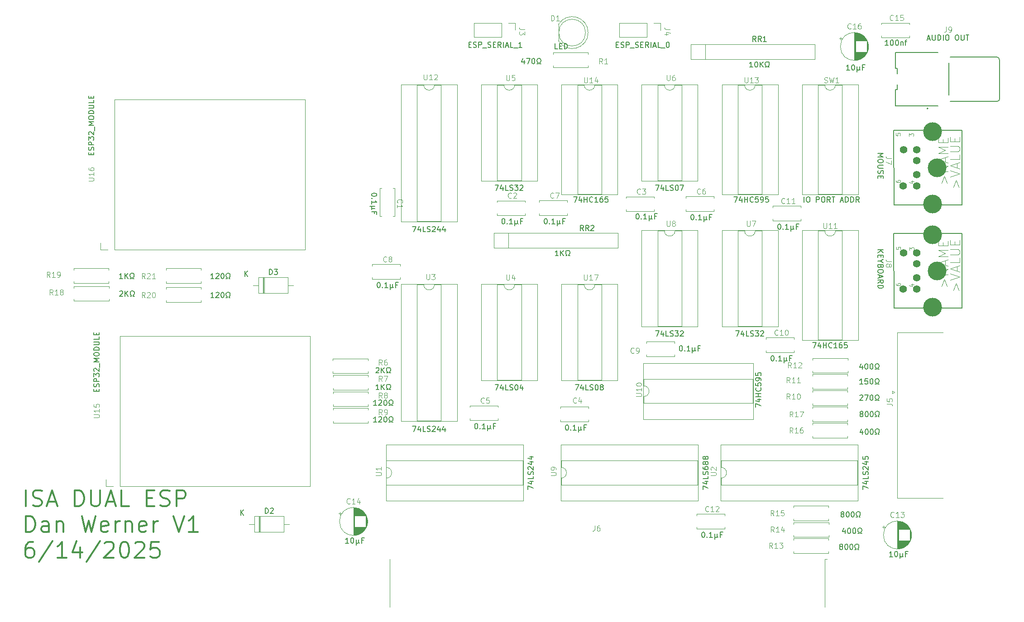
<source format=gbr>
%TF.GenerationSoftware,KiCad,Pcbnew,8.0.6*%
%TF.CreationDate,2025-06-14T16:57:25-05:00*%
%TF.ProjectId,DUALESP,4455414c-4553-4502-9e6b-696361645f70,V1*%
%TF.SameCoordinates,Original*%
%TF.FileFunction,Legend,Top*%
%TF.FilePolarity,Positive*%
%FSLAX46Y46*%
G04 Gerber Fmt 4.6, Leading zero omitted, Abs format (unit mm)*
G04 Created by KiCad (PCBNEW 8.0.6) date 2025-06-14 16:57:25*
%MOMM*%
%LPD*%
G01*
G04 APERTURE LIST*
%ADD10C,0.300000*%
%ADD11C,0.100000*%
%ADD12C,0.150000*%
%ADD13C,0.088900*%
%ADD14C,0.120000*%
%ADD15C,0.127000*%
%ADD16C,0.200000*%
%ADD17C,1.422400*%
%ADD18C,3.497580*%
G04 APERTURE END LIST*
D10*
X43411653Y-127457593D02*
X43411653Y-124457593D01*
X44697367Y-127314736D02*
X45125939Y-127457593D01*
X45125939Y-127457593D02*
X45840224Y-127457593D01*
X45840224Y-127457593D02*
X46125939Y-127314736D01*
X46125939Y-127314736D02*
X46268796Y-127171878D01*
X46268796Y-127171878D02*
X46411653Y-126886164D01*
X46411653Y-126886164D02*
X46411653Y-126600450D01*
X46411653Y-126600450D02*
X46268796Y-126314736D01*
X46268796Y-126314736D02*
X46125939Y-126171878D01*
X46125939Y-126171878D02*
X45840224Y-126029021D01*
X45840224Y-126029021D02*
X45268796Y-125886164D01*
X45268796Y-125886164D02*
X44983081Y-125743307D01*
X44983081Y-125743307D02*
X44840224Y-125600450D01*
X44840224Y-125600450D02*
X44697367Y-125314736D01*
X44697367Y-125314736D02*
X44697367Y-125029021D01*
X44697367Y-125029021D02*
X44840224Y-124743307D01*
X44840224Y-124743307D02*
X44983081Y-124600450D01*
X44983081Y-124600450D02*
X45268796Y-124457593D01*
X45268796Y-124457593D02*
X45983081Y-124457593D01*
X45983081Y-124457593D02*
X46411653Y-124600450D01*
X47554510Y-126600450D02*
X48983082Y-126600450D01*
X47268796Y-127457593D02*
X48268796Y-124457593D01*
X48268796Y-124457593D02*
X49268796Y-127457593D01*
X52554510Y-127457593D02*
X52554510Y-124457593D01*
X52554510Y-124457593D02*
X53268796Y-124457593D01*
X53268796Y-124457593D02*
X53697367Y-124600450D01*
X53697367Y-124600450D02*
X53983082Y-124886164D01*
X53983082Y-124886164D02*
X54125939Y-125171878D01*
X54125939Y-125171878D02*
X54268796Y-125743307D01*
X54268796Y-125743307D02*
X54268796Y-126171878D01*
X54268796Y-126171878D02*
X54125939Y-126743307D01*
X54125939Y-126743307D02*
X53983082Y-127029021D01*
X53983082Y-127029021D02*
X53697367Y-127314736D01*
X53697367Y-127314736D02*
X53268796Y-127457593D01*
X53268796Y-127457593D02*
X52554510Y-127457593D01*
X55554510Y-124457593D02*
X55554510Y-126886164D01*
X55554510Y-126886164D02*
X55697367Y-127171878D01*
X55697367Y-127171878D02*
X55840225Y-127314736D01*
X55840225Y-127314736D02*
X56125939Y-127457593D01*
X56125939Y-127457593D02*
X56697367Y-127457593D01*
X56697367Y-127457593D02*
X56983082Y-127314736D01*
X56983082Y-127314736D02*
X57125939Y-127171878D01*
X57125939Y-127171878D02*
X57268796Y-126886164D01*
X57268796Y-126886164D02*
X57268796Y-124457593D01*
X58554510Y-126600450D02*
X59983082Y-126600450D01*
X58268796Y-127457593D02*
X59268796Y-124457593D01*
X59268796Y-124457593D02*
X60268796Y-127457593D01*
X62697368Y-127457593D02*
X61268796Y-127457593D01*
X61268796Y-127457593D02*
X61268796Y-124457593D01*
X65983081Y-125886164D02*
X66983081Y-125886164D01*
X67411653Y-127457593D02*
X65983081Y-127457593D01*
X65983081Y-127457593D02*
X65983081Y-124457593D01*
X65983081Y-124457593D02*
X67411653Y-124457593D01*
X68554510Y-127314736D02*
X68983082Y-127457593D01*
X68983082Y-127457593D02*
X69697367Y-127457593D01*
X69697367Y-127457593D02*
X69983082Y-127314736D01*
X69983082Y-127314736D02*
X70125939Y-127171878D01*
X70125939Y-127171878D02*
X70268796Y-126886164D01*
X70268796Y-126886164D02*
X70268796Y-126600450D01*
X70268796Y-126600450D02*
X70125939Y-126314736D01*
X70125939Y-126314736D02*
X69983082Y-126171878D01*
X69983082Y-126171878D02*
X69697367Y-126029021D01*
X69697367Y-126029021D02*
X69125939Y-125886164D01*
X69125939Y-125886164D02*
X68840224Y-125743307D01*
X68840224Y-125743307D02*
X68697367Y-125600450D01*
X68697367Y-125600450D02*
X68554510Y-125314736D01*
X68554510Y-125314736D02*
X68554510Y-125029021D01*
X68554510Y-125029021D02*
X68697367Y-124743307D01*
X68697367Y-124743307D02*
X68840224Y-124600450D01*
X68840224Y-124600450D02*
X69125939Y-124457593D01*
X69125939Y-124457593D02*
X69840224Y-124457593D01*
X69840224Y-124457593D02*
X70268796Y-124600450D01*
X71554510Y-127457593D02*
X71554510Y-124457593D01*
X71554510Y-124457593D02*
X72697367Y-124457593D01*
X72697367Y-124457593D02*
X72983082Y-124600450D01*
X72983082Y-124600450D02*
X73125939Y-124743307D01*
X73125939Y-124743307D02*
X73268796Y-125029021D01*
X73268796Y-125029021D02*
X73268796Y-125457593D01*
X73268796Y-125457593D02*
X73125939Y-125743307D01*
X73125939Y-125743307D02*
X72983082Y-125886164D01*
X72983082Y-125886164D02*
X72697367Y-126029021D01*
X72697367Y-126029021D02*
X71554510Y-126029021D01*
X43411653Y-132287425D02*
X43411653Y-129287425D01*
X43411653Y-129287425D02*
X44125939Y-129287425D01*
X44125939Y-129287425D02*
X44554510Y-129430282D01*
X44554510Y-129430282D02*
X44840225Y-129715996D01*
X44840225Y-129715996D02*
X44983082Y-130001710D01*
X44983082Y-130001710D02*
X45125939Y-130573139D01*
X45125939Y-130573139D02*
X45125939Y-131001710D01*
X45125939Y-131001710D02*
X44983082Y-131573139D01*
X44983082Y-131573139D02*
X44840225Y-131858853D01*
X44840225Y-131858853D02*
X44554510Y-132144568D01*
X44554510Y-132144568D02*
X44125939Y-132287425D01*
X44125939Y-132287425D02*
X43411653Y-132287425D01*
X47697368Y-132287425D02*
X47697368Y-130715996D01*
X47697368Y-130715996D02*
X47554510Y-130430282D01*
X47554510Y-130430282D02*
X47268796Y-130287425D01*
X47268796Y-130287425D02*
X46697368Y-130287425D01*
X46697368Y-130287425D02*
X46411653Y-130430282D01*
X47697368Y-132144568D02*
X47411653Y-132287425D01*
X47411653Y-132287425D02*
X46697368Y-132287425D01*
X46697368Y-132287425D02*
X46411653Y-132144568D01*
X46411653Y-132144568D02*
X46268796Y-131858853D01*
X46268796Y-131858853D02*
X46268796Y-131573139D01*
X46268796Y-131573139D02*
X46411653Y-131287425D01*
X46411653Y-131287425D02*
X46697368Y-131144568D01*
X46697368Y-131144568D02*
X47411653Y-131144568D01*
X47411653Y-131144568D02*
X47697368Y-131001710D01*
X49125939Y-130287425D02*
X49125939Y-132287425D01*
X49125939Y-130573139D02*
X49268796Y-130430282D01*
X49268796Y-130430282D02*
X49554511Y-130287425D01*
X49554511Y-130287425D02*
X49983082Y-130287425D01*
X49983082Y-130287425D02*
X50268796Y-130430282D01*
X50268796Y-130430282D02*
X50411654Y-130715996D01*
X50411654Y-130715996D02*
X50411654Y-132287425D01*
X53840225Y-129287425D02*
X54554511Y-132287425D01*
X54554511Y-132287425D02*
X55125939Y-130144568D01*
X55125939Y-130144568D02*
X55697368Y-132287425D01*
X55697368Y-132287425D02*
X56411654Y-129287425D01*
X58697367Y-132144568D02*
X58411653Y-132287425D01*
X58411653Y-132287425D02*
X57840225Y-132287425D01*
X57840225Y-132287425D02*
X57554510Y-132144568D01*
X57554510Y-132144568D02*
X57411653Y-131858853D01*
X57411653Y-131858853D02*
X57411653Y-130715996D01*
X57411653Y-130715996D02*
X57554510Y-130430282D01*
X57554510Y-130430282D02*
X57840225Y-130287425D01*
X57840225Y-130287425D02*
X58411653Y-130287425D01*
X58411653Y-130287425D02*
X58697367Y-130430282D01*
X58697367Y-130430282D02*
X58840225Y-130715996D01*
X58840225Y-130715996D02*
X58840225Y-131001710D01*
X58840225Y-131001710D02*
X57411653Y-131287425D01*
X60125939Y-132287425D02*
X60125939Y-130287425D01*
X60125939Y-130858853D02*
X60268796Y-130573139D01*
X60268796Y-130573139D02*
X60411654Y-130430282D01*
X60411654Y-130430282D02*
X60697368Y-130287425D01*
X60697368Y-130287425D02*
X60983082Y-130287425D01*
X61983082Y-130287425D02*
X61983082Y-132287425D01*
X61983082Y-130573139D02*
X62125939Y-130430282D01*
X62125939Y-130430282D02*
X62411654Y-130287425D01*
X62411654Y-130287425D02*
X62840225Y-130287425D01*
X62840225Y-130287425D02*
X63125939Y-130430282D01*
X63125939Y-130430282D02*
X63268797Y-130715996D01*
X63268797Y-130715996D02*
X63268797Y-132287425D01*
X65840225Y-132144568D02*
X65554511Y-132287425D01*
X65554511Y-132287425D02*
X64983083Y-132287425D01*
X64983083Y-132287425D02*
X64697368Y-132144568D01*
X64697368Y-132144568D02*
X64554511Y-131858853D01*
X64554511Y-131858853D02*
X64554511Y-130715996D01*
X64554511Y-130715996D02*
X64697368Y-130430282D01*
X64697368Y-130430282D02*
X64983083Y-130287425D01*
X64983083Y-130287425D02*
X65554511Y-130287425D01*
X65554511Y-130287425D02*
X65840225Y-130430282D01*
X65840225Y-130430282D02*
X65983083Y-130715996D01*
X65983083Y-130715996D02*
X65983083Y-131001710D01*
X65983083Y-131001710D02*
X64554511Y-131287425D01*
X67268797Y-132287425D02*
X67268797Y-130287425D01*
X67268797Y-130858853D02*
X67411654Y-130573139D01*
X67411654Y-130573139D02*
X67554512Y-130430282D01*
X67554512Y-130430282D02*
X67840226Y-130287425D01*
X67840226Y-130287425D02*
X68125940Y-130287425D01*
X70983083Y-129287425D02*
X71983083Y-132287425D01*
X71983083Y-132287425D02*
X72983083Y-129287425D01*
X75554512Y-132287425D02*
X73840226Y-132287425D01*
X74697369Y-132287425D02*
X74697369Y-129287425D01*
X74697369Y-129287425D02*
X74411655Y-129715996D01*
X74411655Y-129715996D02*
X74125940Y-130001710D01*
X74125940Y-130001710D02*
X73840226Y-130144568D01*
X44697368Y-134117257D02*
X44125939Y-134117257D01*
X44125939Y-134117257D02*
X43840225Y-134260114D01*
X43840225Y-134260114D02*
X43697368Y-134402971D01*
X43697368Y-134402971D02*
X43411653Y-134831542D01*
X43411653Y-134831542D02*
X43268796Y-135402971D01*
X43268796Y-135402971D02*
X43268796Y-136545828D01*
X43268796Y-136545828D02*
X43411653Y-136831542D01*
X43411653Y-136831542D02*
X43554510Y-136974400D01*
X43554510Y-136974400D02*
X43840225Y-137117257D01*
X43840225Y-137117257D02*
X44411653Y-137117257D01*
X44411653Y-137117257D02*
X44697368Y-136974400D01*
X44697368Y-136974400D02*
X44840225Y-136831542D01*
X44840225Y-136831542D02*
X44983082Y-136545828D01*
X44983082Y-136545828D02*
X44983082Y-135831542D01*
X44983082Y-135831542D02*
X44840225Y-135545828D01*
X44840225Y-135545828D02*
X44697368Y-135402971D01*
X44697368Y-135402971D02*
X44411653Y-135260114D01*
X44411653Y-135260114D02*
X43840225Y-135260114D01*
X43840225Y-135260114D02*
X43554510Y-135402971D01*
X43554510Y-135402971D02*
X43411653Y-135545828D01*
X43411653Y-135545828D02*
X43268796Y-135831542D01*
X48411653Y-133974400D02*
X45840225Y-137831542D01*
X50983082Y-137117257D02*
X49268796Y-137117257D01*
X50125939Y-137117257D02*
X50125939Y-134117257D01*
X50125939Y-134117257D02*
X49840225Y-134545828D01*
X49840225Y-134545828D02*
X49554510Y-134831542D01*
X49554510Y-134831542D02*
X49268796Y-134974400D01*
X53554511Y-135117257D02*
X53554511Y-137117257D01*
X52840225Y-133974400D02*
X52125939Y-136117257D01*
X52125939Y-136117257D02*
X53983082Y-136117257D01*
X57268796Y-133974400D02*
X54697368Y-137831542D01*
X58125939Y-134402971D02*
X58268796Y-134260114D01*
X58268796Y-134260114D02*
X58554511Y-134117257D01*
X58554511Y-134117257D02*
X59268796Y-134117257D01*
X59268796Y-134117257D02*
X59554511Y-134260114D01*
X59554511Y-134260114D02*
X59697368Y-134402971D01*
X59697368Y-134402971D02*
X59840225Y-134688685D01*
X59840225Y-134688685D02*
X59840225Y-134974400D01*
X59840225Y-134974400D02*
X59697368Y-135402971D01*
X59697368Y-135402971D02*
X57983082Y-137117257D01*
X57983082Y-137117257D02*
X59840225Y-137117257D01*
X61697368Y-134117257D02*
X61983082Y-134117257D01*
X61983082Y-134117257D02*
X62268796Y-134260114D01*
X62268796Y-134260114D02*
X62411654Y-134402971D01*
X62411654Y-134402971D02*
X62554511Y-134688685D01*
X62554511Y-134688685D02*
X62697368Y-135260114D01*
X62697368Y-135260114D02*
X62697368Y-135974400D01*
X62697368Y-135974400D02*
X62554511Y-136545828D01*
X62554511Y-136545828D02*
X62411654Y-136831542D01*
X62411654Y-136831542D02*
X62268796Y-136974400D01*
X62268796Y-136974400D02*
X61983082Y-137117257D01*
X61983082Y-137117257D02*
X61697368Y-137117257D01*
X61697368Y-137117257D02*
X61411654Y-136974400D01*
X61411654Y-136974400D02*
X61268796Y-136831542D01*
X61268796Y-136831542D02*
X61125939Y-136545828D01*
X61125939Y-136545828D02*
X60983082Y-135974400D01*
X60983082Y-135974400D02*
X60983082Y-135260114D01*
X60983082Y-135260114D02*
X61125939Y-134688685D01*
X61125939Y-134688685D02*
X61268796Y-134402971D01*
X61268796Y-134402971D02*
X61411654Y-134260114D01*
X61411654Y-134260114D02*
X61697368Y-134117257D01*
X63840225Y-134402971D02*
X63983082Y-134260114D01*
X63983082Y-134260114D02*
X64268797Y-134117257D01*
X64268797Y-134117257D02*
X64983082Y-134117257D01*
X64983082Y-134117257D02*
X65268797Y-134260114D01*
X65268797Y-134260114D02*
X65411654Y-134402971D01*
X65411654Y-134402971D02*
X65554511Y-134688685D01*
X65554511Y-134688685D02*
X65554511Y-134974400D01*
X65554511Y-134974400D02*
X65411654Y-135402971D01*
X65411654Y-135402971D02*
X63697368Y-137117257D01*
X63697368Y-137117257D02*
X65554511Y-137117257D01*
X68268797Y-134117257D02*
X66840225Y-134117257D01*
X66840225Y-134117257D02*
X66697368Y-135545828D01*
X66697368Y-135545828D02*
X66840225Y-135402971D01*
X66840225Y-135402971D02*
X67125940Y-135260114D01*
X67125940Y-135260114D02*
X67840225Y-135260114D01*
X67840225Y-135260114D02*
X68125940Y-135402971D01*
X68125940Y-135402971D02*
X68268797Y-135545828D01*
X68268797Y-135545828D02*
X68411654Y-135831542D01*
X68411654Y-135831542D02*
X68411654Y-136545828D01*
X68411654Y-136545828D02*
X68268797Y-136831542D01*
X68268797Y-136831542D02*
X68125940Y-136974400D01*
X68125940Y-136974400D02*
X67840225Y-137117257D01*
X67840225Y-137117257D02*
X67125940Y-137117257D01*
X67125940Y-137117257D02*
X66840225Y-136974400D01*
X66840225Y-136974400D02*
X66697368Y-136831542D01*
D11*
X141569419Y-121691904D02*
X142378942Y-121691904D01*
X142378942Y-121691904D02*
X142474180Y-121644285D01*
X142474180Y-121644285D02*
X142521800Y-121596666D01*
X142521800Y-121596666D02*
X142569419Y-121501428D01*
X142569419Y-121501428D02*
X142569419Y-121310952D01*
X142569419Y-121310952D02*
X142521800Y-121215714D01*
X142521800Y-121215714D02*
X142474180Y-121168095D01*
X142474180Y-121168095D02*
X142378942Y-121120476D01*
X142378942Y-121120476D02*
X141569419Y-121120476D01*
X142569419Y-120596666D02*
X142569419Y-120406190D01*
X142569419Y-120406190D02*
X142521800Y-120310952D01*
X142521800Y-120310952D02*
X142474180Y-120263333D01*
X142474180Y-120263333D02*
X142331323Y-120168095D01*
X142331323Y-120168095D02*
X142140847Y-120120476D01*
X142140847Y-120120476D02*
X141759895Y-120120476D01*
X141759895Y-120120476D02*
X141664657Y-120168095D01*
X141664657Y-120168095D02*
X141617038Y-120215714D01*
X141617038Y-120215714D02*
X141569419Y-120310952D01*
X141569419Y-120310952D02*
X141569419Y-120501428D01*
X141569419Y-120501428D02*
X141617038Y-120596666D01*
X141617038Y-120596666D02*
X141664657Y-120644285D01*
X141664657Y-120644285D02*
X141759895Y-120691904D01*
X141759895Y-120691904D02*
X141997990Y-120691904D01*
X141997990Y-120691904D02*
X142093228Y-120644285D01*
X142093228Y-120644285D02*
X142140847Y-120596666D01*
X142140847Y-120596666D02*
X142188466Y-120501428D01*
X142188466Y-120501428D02*
X142188466Y-120310952D01*
X142188466Y-120310952D02*
X142140847Y-120215714D01*
X142140847Y-120215714D02*
X142093228Y-120168095D01*
X142093228Y-120168095D02*
X141997990Y-120120476D01*
D12*
X170014819Y-124303047D02*
X170014819Y-123636381D01*
X170014819Y-123636381D02*
X171014819Y-124064952D01*
X170348152Y-122826857D02*
X171014819Y-122826857D01*
X169967200Y-123064952D02*
X170681485Y-123303047D01*
X170681485Y-123303047D02*
X170681485Y-122684000D01*
X171014819Y-121826857D02*
X171014819Y-122303047D01*
X171014819Y-122303047D02*
X170014819Y-122303047D01*
X170967200Y-121541142D02*
X171014819Y-121398285D01*
X171014819Y-121398285D02*
X171014819Y-121160190D01*
X171014819Y-121160190D02*
X170967200Y-121064952D01*
X170967200Y-121064952D02*
X170919580Y-121017333D01*
X170919580Y-121017333D02*
X170824342Y-120969714D01*
X170824342Y-120969714D02*
X170729104Y-120969714D01*
X170729104Y-120969714D02*
X170633866Y-121017333D01*
X170633866Y-121017333D02*
X170586247Y-121064952D01*
X170586247Y-121064952D02*
X170538628Y-121160190D01*
X170538628Y-121160190D02*
X170491009Y-121350666D01*
X170491009Y-121350666D02*
X170443390Y-121445904D01*
X170443390Y-121445904D02*
X170395771Y-121493523D01*
X170395771Y-121493523D02*
X170300533Y-121541142D01*
X170300533Y-121541142D02*
X170205295Y-121541142D01*
X170205295Y-121541142D02*
X170110057Y-121493523D01*
X170110057Y-121493523D02*
X170062438Y-121445904D01*
X170062438Y-121445904D02*
X170014819Y-121350666D01*
X170014819Y-121350666D02*
X170014819Y-121112571D01*
X170014819Y-121112571D02*
X170062438Y-120969714D01*
X170014819Y-120112571D02*
X170014819Y-120303047D01*
X170014819Y-120303047D02*
X170062438Y-120398285D01*
X170062438Y-120398285D02*
X170110057Y-120445904D01*
X170110057Y-120445904D02*
X170252914Y-120541142D01*
X170252914Y-120541142D02*
X170443390Y-120588761D01*
X170443390Y-120588761D02*
X170824342Y-120588761D01*
X170824342Y-120588761D02*
X170919580Y-120541142D01*
X170919580Y-120541142D02*
X170967200Y-120493523D01*
X170967200Y-120493523D02*
X171014819Y-120398285D01*
X171014819Y-120398285D02*
X171014819Y-120207809D01*
X171014819Y-120207809D02*
X170967200Y-120112571D01*
X170967200Y-120112571D02*
X170919580Y-120064952D01*
X170919580Y-120064952D02*
X170824342Y-120017333D01*
X170824342Y-120017333D02*
X170586247Y-120017333D01*
X170586247Y-120017333D02*
X170491009Y-120064952D01*
X170491009Y-120064952D02*
X170443390Y-120112571D01*
X170443390Y-120112571D02*
X170395771Y-120207809D01*
X170395771Y-120207809D02*
X170395771Y-120398285D01*
X170395771Y-120398285D02*
X170443390Y-120493523D01*
X170443390Y-120493523D02*
X170491009Y-120541142D01*
X170491009Y-120541142D02*
X170586247Y-120588761D01*
X170443390Y-119445904D02*
X170395771Y-119541142D01*
X170395771Y-119541142D02*
X170348152Y-119588761D01*
X170348152Y-119588761D02*
X170252914Y-119636380D01*
X170252914Y-119636380D02*
X170205295Y-119636380D01*
X170205295Y-119636380D02*
X170110057Y-119588761D01*
X170110057Y-119588761D02*
X170062438Y-119541142D01*
X170062438Y-119541142D02*
X170014819Y-119445904D01*
X170014819Y-119445904D02*
X170014819Y-119255428D01*
X170014819Y-119255428D02*
X170062438Y-119160190D01*
X170062438Y-119160190D02*
X170110057Y-119112571D01*
X170110057Y-119112571D02*
X170205295Y-119064952D01*
X170205295Y-119064952D02*
X170252914Y-119064952D01*
X170252914Y-119064952D02*
X170348152Y-119112571D01*
X170348152Y-119112571D02*
X170395771Y-119160190D01*
X170395771Y-119160190D02*
X170443390Y-119255428D01*
X170443390Y-119255428D02*
X170443390Y-119445904D01*
X170443390Y-119445904D02*
X170491009Y-119541142D01*
X170491009Y-119541142D02*
X170538628Y-119588761D01*
X170538628Y-119588761D02*
X170633866Y-119636380D01*
X170633866Y-119636380D02*
X170824342Y-119636380D01*
X170824342Y-119636380D02*
X170919580Y-119588761D01*
X170919580Y-119588761D02*
X170967200Y-119541142D01*
X170967200Y-119541142D02*
X171014819Y-119445904D01*
X171014819Y-119445904D02*
X171014819Y-119255428D01*
X171014819Y-119255428D02*
X170967200Y-119160190D01*
X170967200Y-119160190D02*
X170919580Y-119112571D01*
X170919580Y-119112571D02*
X170824342Y-119064952D01*
X170824342Y-119064952D02*
X170633866Y-119064952D01*
X170633866Y-119064952D02*
X170538628Y-119112571D01*
X170538628Y-119112571D02*
X170491009Y-119160190D01*
X170491009Y-119160190D02*
X170443390Y-119255428D01*
X170443390Y-118493523D02*
X170395771Y-118588761D01*
X170395771Y-118588761D02*
X170348152Y-118636380D01*
X170348152Y-118636380D02*
X170252914Y-118683999D01*
X170252914Y-118683999D02*
X170205295Y-118683999D01*
X170205295Y-118683999D02*
X170110057Y-118636380D01*
X170110057Y-118636380D02*
X170062438Y-118588761D01*
X170062438Y-118588761D02*
X170014819Y-118493523D01*
X170014819Y-118493523D02*
X170014819Y-118303047D01*
X170014819Y-118303047D02*
X170062438Y-118207809D01*
X170062438Y-118207809D02*
X170110057Y-118160190D01*
X170110057Y-118160190D02*
X170205295Y-118112571D01*
X170205295Y-118112571D02*
X170252914Y-118112571D01*
X170252914Y-118112571D02*
X170348152Y-118160190D01*
X170348152Y-118160190D02*
X170395771Y-118207809D01*
X170395771Y-118207809D02*
X170443390Y-118303047D01*
X170443390Y-118303047D02*
X170443390Y-118493523D01*
X170443390Y-118493523D02*
X170491009Y-118588761D01*
X170491009Y-118588761D02*
X170538628Y-118636380D01*
X170538628Y-118636380D02*
X170633866Y-118683999D01*
X170633866Y-118683999D02*
X170824342Y-118683999D01*
X170824342Y-118683999D02*
X170919580Y-118636380D01*
X170919580Y-118636380D02*
X170967200Y-118588761D01*
X170967200Y-118588761D02*
X171014819Y-118493523D01*
X171014819Y-118493523D02*
X171014819Y-118303047D01*
X171014819Y-118303047D02*
X170967200Y-118207809D01*
X170967200Y-118207809D02*
X170919580Y-118160190D01*
X170919580Y-118160190D02*
X170824342Y-118112571D01*
X170824342Y-118112571D02*
X170633866Y-118112571D01*
X170633866Y-118112571D02*
X170538628Y-118160190D01*
X170538628Y-118160190D02*
X170491009Y-118207809D01*
X170491009Y-118207809D02*
X170443390Y-118303047D01*
D11*
X55120819Y-66571894D02*
X55930342Y-66571894D01*
X55930342Y-66571894D02*
X56025580Y-66524275D01*
X56025580Y-66524275D02*
X56073200Y-66476656D01*
X56073200Y-66476656D02*
X56120819Y-66381418D01*
X56120819Y-66381418D02*
X56120819Y-66190942D01*
X56120819Y-66190942D02*
X56073200Y-66095704D01*
X56073200Y-66095704D02*
X56025580Y-66048085D01*
X56025580Y-66048085D02*
X55930342Y-66000466D01*
X55930342Y-66000466D02*
X55120819Y-66000466D01*
X56120819Y-65000466D02*
X56120819Y-65571894D01*
X56120819Y-65286180D02*
X55120819Y-65286180D01*
X55120819Y-65286180D02*
X55263676Y-65381418D01*
X55263676Y-65381418D02*
X55358914Y-65476656D01*
X55358914Y-65476656D02*
X55406533Y-65571894D01*
X55120819Y-64143323D02*
X55120819Y-64333799D01*
X55120819Y-64333799D02*
X55168438Y-64429037D01*
X55168438Y-64429037D02*
X55216057Y-64476656D01*
X55216057Y-64476656D02*
X55358914Y-64571894D01*
X55358914Y-64571894D02*
X55549390Y-64619513D01*
X55549390Y-64619513D02*
X55930342Y-64619513D01*
X55930342Y-64619513D02*
X56025580Y-64571894D01*
X56025580Y-64571894D02*
X56073200Y-64524275D01*
X56073200Y-64524275D02*
X56120819Y-64429037D01*
X56120819Y-64429037D02*
X56120819Y-64238561D01*
X56120819Y-64238561D02*
X56073200Y-64143323D01*
X56073200Y-64143323D02*
X56025580Y-64095704D01*
X56025580Y-64095704D02*
X55930342Y-64048085D01*
X55930342Y-64048085D02*
X55692247Y-64048085D01*
X55692247Y-64048085D02*
X55597009Y-64095704D01*
X55597009Y-64095704D02*
X55549390Y-64143323D01*
X55549390Y-64143323D02*
X55501771Y-64238561D01*
X55501771Y-64238561D02*
X55501771Y-64429037D01*
X55501771Y-64429037D02*
X55549390Y-64524275D01*
X55549390Y-64524275D02*
X55597009Y-64571894D01*
X55597009Y-64571894D02*
X55692247Y-64619513D01*
D12*
X55594409Y-61689799D02*
X55594409Y-61356466D01*
X56118219Y-61213609D02*
X56118219Y-61689799D01*
X56118219Y-61689799D02*
X55118219Y-61689799D01*
X55118219Y-61689799D02*
X55118219Y-61213609D01*
X56070600Y-60832656D02*
X56118219Y-60689799D01*
X56118219Y-60689799D02*
X56118219Y-60451704D01*
X56118219Y-60451704D02*
X56070600Y-60356466D01*
X56070600Y-60356466D02*
X56022980Y-60308847D01*
X56022980Y-60308847D02*
X55927742Y-60261228D01*
X55927742Y-60261228D02*
X55832504Y-60261228D01*
X55832504Y-60261228D02*
X55737266Y-60308847D01*
X55737266Y-60308847D02*
X55689647Y-60356466D01*
X55689647Y-60356466D02*
X55642028Y-60451704D01*
X55642028Y-60451704D02*
X55594409Y-60642180D01*
X55594409Y-60642180D02*
X55546790Y-60737418D01*
X55546790Y-60737418D02*
X55499171Y-60785037D01*
X55499171Y-60785037D02*
X55403933Y-60832656D01*
X55403933Y-60832656D02*
X55308695Y-60832656D01*
X55308695Y-60832656D02*
X55213457Y-60785037D01*
X55213457Y-60785037D02*
X55165838Y-60737418D01*
X55165838Y-60737418D02*
X55118219Y-60642180D01*
X55118219Y-60642180D02*
X55118219Y-60404085D01*
X55118219Y-60404085D02*
X55165838Y-60261228D01*
X56118219Y-59832656D02*
X55118219Y-59832656D01*
X55118219Y-59832656D02*
X55118219Y-59451704D01*
X55118219Y-59451704D02*
X55165838Y-59356466D01*
X55165838Y-59356466D02*
X55213457Y-59308847D01*
X55213457Y-59308847D02*
X55308695Y-59261228D01*
X55308695Y-59261228D02*
X55451552Y-59261228D01*
X55451552Y-59261228D02*
X55546790Y-59308847D01*
X55546790Y-59308847D02*
X55594409Y-59356466D01*
X55594409Y-59356466D02*
X55642028Y-59451704D01*
X55642028Y-59451704D02*
X55642028Y-59832656D01*
X55118219Y-58927894D02*
X55118219Y-58308847D01*
X55118219Y-58308847D02*
X55499171Y-58642180D01*
X55499171Y-58642180D02*
X55499171Y-58499323D01*
X55499171Y-58499323D02*
X55546790Y-58404085D01*
X55546790Y-58404085D02*
X55594409Y-58356466D01*
X55594409Y-58356466D02*
X55689647Y-58308847D01*
X55689647Y-58308847D02*
X55927742Y-58308847D01*
X55927742Y-58308847D02*
X56022980Y-58356466D01*
X56022980Y-58356466D02*
X56070600Y-58404085D01*
X56070600Y-58404085D02*
X56118219Y-58499323D01*
X56118219Y-58499323D02*
X56118219Y-58785037D01*
X56118219Y-58785037D02*
X56070600Y-58880275D01*
X56070600Y-58880275D02*
X56022980Y-58927894D01*
X55213457Y-57927894D02*
X55165838Y-57880275D01*
X55165838Y-57880275D02*
X55118219Y-57785037D01*
X55118219Y-57785037D02*
X55118219Y-57546942D01*
X55118219Y-57546942D02*
X55165838Y-57451704D01*
X55165838Y-57451704D02*
X55213457Y-57404085D01*
X55213457Y-57404085D02*
X55308695Y-57356466D01*
X55308695Y-57356466D02*
X55403933Y-57356466D01*
X55403933Y-57356466D02*
X55546790Y-57404085D01*
X55546790Y-57404085D02*
X56118219Y-57975513D01*
X56118219Y-57975513D02*
X56118219Y-57356466D01*
X56213457Y-57165990D02*
X56213457Y-56404085D01*
X56118219Y-56165989D02*
X55118219Y-56165989D01*
X55118219Y-56165989D02*
X55832504Y-55832656D01*
X55832504Y-55832656D02*
X55118219Y-55499323D01*
X55118219Y-55499323D02*
X56118219Y-55499323D01*
X55118219Y-54832656D02*
X55118219Y-54642180D01*
X55118219Y-54642180D02*
X55165838Y-54546942D01*
X55165838Y-54546942D02*
X55261076Y-54451704D01*
X55261076Y-54451704D02*
X55451552Y-54404085D01*
X55451552Y-54404085D02*
X55784885Y-54404085D01*
X55784885Y-54404085D02*
X55975361Y-54451704D01*
X55975361Y-54451704D02*
X56070600Y-54546942D01*
X56070600Y-54546942D02*
X56118219Y-54642180D01*
X56118219Y-54642180D02*
X56118219Y-54832656D01*
X56118219Y-54832656D02*
X56070600Y-54927894D01*
X56070600Y-54927894D02*
X55975361Y-55023132D01*
X55975361Y-55023132D02*
X55784885Y-55070751D01*
X55784885Y-55070751D02*
X55451552Y-55070751D01*
X55451552Y-55070751D02*
X55261076Y-55023132D01*
X55261076Y-55023132D02*
X55165838Y-54927894D01*
X55165838Y-54927894D02*
X55118219Y-54832656D01*
X56118219Y-53975513D02*
X55118219Y-53975513D01*
X55118219Y-53975513D02*
X55118219Y-53737418D01*
X55118219Y-53737418D02*
X55165838Y-53594561D01*
X55165838Y-53594561D02*
X55261076Y-53499323D01*
X55261076Y-53499323D02*
X55356314Y-53451704D01*
X55356314Y-53451704D02*
X55546790Y-53404085D01*
X55546790Y-53404085D02*
X55689647Y-53404085D01*
X55689647Y-53404085D02*
X55880123Y-53451704D01*
X55880123Y-53451704D02*
X55975361Y-53499323D01*
X55975361Y-53499323D02*
X56070600Y-53594561D01*
X56070600Y-53594561D02*
X56118219Y-53737418D01*
X56118219Y-53737418D02*
X56118219Y-53975513D01*
X55118219Y-52975513D02*
X55927742Y-52975513D01*
X55927742Y-52975513D02*
X56022980Y-52927894D01*
X56022980Y-52927894D02*
X56070600Y-52880275D01*
X56070600Y-52880275D02*
X56118219Y-52785037D01*
X56118219Y-52785037D02*
X56118219Y-52594561D01*
X56118219Y-52594561D02*
X56070600Y-52499323D01*
X56070600Y-52499323D02*
X56022980Y-52451704D01*
X56022980Y-52451704D02*
X55927742Y-52404085D01*
X55927742Y-52404085D02*
X55118219Y-52404085D01*
X56118219Y-51451704D02*
X56118219Y-51927894D01*
X56118219Y-51927894D02*
X55118219Y-51927894D01*
X55594409Y-51118370D02*
X55594409Y-50785037D01*
X56118219Y-50642180D02*
X56118219Y-51118370D01*
X56118219Y-51118370D02*
X55118219Y-51118370D01*
X55118219Y-51118370D02*
X55118219Y-50642180D01*
D11*
X110027133Y-101040019D02*
X109693800Y-100563828D01*
X109455705Y-101040019D02*
X109455705Y-100040019D01*
X109455705Y-100040019D02*
X109836657Y-100040019D01*
X109836657Y-100040019D02*
X109931895Y-100087638D01*
X109931895Y-100087638D02*
X109979514Y-100135257D01*
X109979514Y-100135257D02*
X110027133Y-100230495D01*
X110027133Y-100230495D02*
X110027133Y-100373352D01*
X110027133Y-100373352D02*
X109979514Y-100468590D01*
X109979514Y-100468590D02*
X109931895Y-100516209D01*
X109931895Y-100516209D02*
X109836657Y-100563828D01*
X109836657Y-100563828D02*
X109455705Y-100563828D01*
X110884276Y-100040019D02*
X110693800Y-100040019D01*
X110693800Y-100040019D02*
X110598562Y-100087638D01*
X110598562Y-100087638D02*
X110550943Y-100135257D01*
X110550943Y-100135257D02*
X110455705Y-100278114D01*
X110455705Y-100278114D02*
X110408086Y-100468590D01*
X110408086Y-100468590D02*
X110408086Y-100849542D01*
X110408086Y-100849542D02*
X110455705Y-100944780D01*
X110455705Y-100944780D02*
X110503324Y-100992400D01*
X110503324Y-100992400D02*
X110598562Y-101040019D01*
X110598562Y-101040019D02*
X110789038Y-101040019D01*
X110789038Y-101040019D02*
X110884276Y-100992400D01*
X110884276Y-100992400D02*
X110931895Y-100944780D01*
X110931895Y-100944780D02*
X110979514Y-100849542D01*
X110979514Y-100849542D02*
X110979514Y-100611447D01*
X110979514Y-100611447D02*
X110931895Y-100516209D01*
X110931895Y-100516209D02*
X110884276Y-100468590D01*
X110884276Y-100468590D02*
X110789038Y-100420971D01*
X110789038Y-100420971D02*
X110598562Y-100420971D01*
X110598562Y-100420971D02*
X110503324Y-100468590D01*
X110503324Y-100468590D02*
X110455705Y-100516209D01*
X110455705Y-100516209D02*
X110408086Y-100611447D01*
D12*
X108887848Y-101605857D02*
X108935467Y-101558238D01*
X108935467Y-101558238D02*
X109030705Y-101510619D01*
X109030705Y-101510619D02*
X109268800Y-101510619D01*
X109268800Y-101510619D02*
X109364038Y-101558238D01*
X109364038Y-101558238D02*
X109411657Y-101605857D01*
X109411657Y-101605857D02*
X109459276Y-101701095D01*
X109459276Y-101701095D02*
X109459276Y-101796333D01*
X109459276Y-101796333D02*
X109411657Y-101939190D01*
X109411657Y-101939190D02*
X108840229Y-102510619D01*
X108840229Y-102510619D02*
X109459276Y-102510619D01*
X109887848Y-102510619D02*
X109887848Y-101510619D01*
X110459276Y-102510619D02*
X110030705Y-101939190D01*
X110459276Y-101510619D02*
X109887848Y-102082047D01*
X110840229Y-102510619D02*
X111078324Y-102510619D01*
X111078324Y-102510619D02*
X111078324Y-102320142D01*
X111078324Y-102320142D02*
X110983086Y-102272523D01*
X110983086Y-102272523D02*
X110887848Y-102177285D01*
X110887848Y-102177285D02*
X110840229Y-102034428D01*
X110840229Y-102034428D02*
X110840229Y-101796333D01*
X110840229Y-101796333D02*
X110887848Y-101653476D01*
X110887848Y-101653476D02*
X110983086Y-101558238D01*
X110983086Y-101558238D02*
X111125943Y-101510619D01*
X111125943Y-101510619D02*
X111316419Y-101510619D01*
X111316419Y-101510619D02*
X111459276Y-101558238D01*
X111459276Y-101558238D02*
X111554514Y-101653476D01*
X111554514Y-101653476D02*
X111602133Y-101796333D01*
X111602133Y-101796333D02*
X111602133Y-102034428D01*
X111602133Y-102034428D02*
X111554514Y-102177285D01*
X111554514Y-102177285D02*
X111459276Y-102272523D01*
X111459276Y-102272523D02*
X111364038Y-102320142D01*
X111364038Y-102320142D02*
X111364038Y-102510619D01*
X111364038Y-102510619D02*
X111602133Y-102510619D01*
D11*
X65691542Y-88406019D02*
X65358209Y-87929828D01*
X65120114Y-88406019D02*
X65120114Y-87406019D01*
X65120114Y-87406019D02*
X65501066Y-87406019D01*
X65501066Y-87406019D02*
X65596304Y-87453638D01*
X65596304Y-87453638D02*
X65643923Y-87501257D01*
X65643923Y-87501257D02*
X65691542Y-87596495D01*
X65691542Y-87596495D02*
X65691542Y-87739352D01*
X65691542Y-87739352D02*
X65643923Y-87834590D01*
X65643923Y-87834590D02*
X65596304Y-87882209D01*
X65596304Y-87882209D02*
X65501066Y-87929828D01*
X65501066Y-87929828D02*
X65120114Y-87929828D01*
X66072495Y-87501257D02*
X66120114Y-87453638D01*
X66120114Y-87453638D02*
X66215352Y-87406019D01*
X66215352Y-87406019D02*
X66453447Y-87406019D01*
X66453447Y-87406019D02*
X66548685Y-87453638D01*
X66548685Y-87453638D02*
X66596304Y-87501257D01*
X66596304Y-87501257D02*
X66643923Y-87596495D01*
X66643923Y-87596495D02*
X66643923Y-87691733D01*
X66643923Y-87691733D02*
X66596304Y-87834590D01*
X66596304Y-87834590D02*
X66024876Y-88406019D01*
X66024876Y-88406019D02*
X66643923Y-88406019D01*
X67262971Y-87406019D02*
X67358209Y-87406019D01*
X67358209Y-87406019D02*
X67453447Y-87453638D01*
X67453447Y-87453638D02*
X67501066Y-87501257D01*
X67501066Y-87501257D02*
X67548685Y-87596495D01*
X67548685Y-87596495D02*
X67596304Y-87786971D01*
X67596304Y-87786971D02*
X67596304Y-88025066D01*
X67596304Y-88025066D02*
X67548685Y-88215542D01*
X67548685Y-88215542D02*
X67501066Y-88310780D01*
X67501066Y-88310780D02*
X67453447Y-88358400D01*
X67453447Y-88358400D02*
X67358209Y-88406019D01*
X67358209Y-88406019D02*
X67262971Y-88406019D01*
X67262971Y-88406019D02*
X67167733Y-88358400D01*
X67167733Y-88358400D02*
X67120114Y-88310780D01*
X67120114Y-88310780D02*
X67072495Y-88215542D01*
X67072495Y-88215542D02*
X67024876Y-88025066D01*
X67024876Y-88025066D02*
X67024876Y-87786971D01*
X67024876Y-87786971D02*
X67072495Y-87596495D01*
X67072495Y-87596495D02*
X67120114Y-87501257D01*
X67120114Y-87501257D02*
X67167733Y-87453638D01*
X67167733Y-87453638D02*
X67262971Y-87406019D01*
D12*
X78558304Y-88403419D02*
X77986876Y-88403419D01*
X78272590Y-88403419D02*
X78272590Y-87403419D01*
X78272590Y-87403419D02*
X78177352Y-87546276D01*
X78177352Y-87546276D02*
X78082114Y-87641514D01*
X78082114Y-87641514D02*
X77986876Y-87689133D01*
X78939257Y-87498657D02*
X78986876Y-87451038D01*
X78986876Y-87451038D02*
X79082114Y-87403419D01*
X79082114Y-87403419D02*
X79320209Y-87403419D01*
X79320209Y-87403419D02*
X79415447Y-87451038D01*
X79415447Y-87451038D02*
X79463066Y-87498657D01*
X79463066Y-87498657D02*
X79510685Y-87593895D01*
X79510685Y-87593895D02*
X79510685Y-87689133D01*
X79510685Y-87689133D02*
X79463066Y-87831990D01*
X79463066Y-87831990D02*
X78891638Y-88403419D01*
X78891638Y-88403419D02*
X79510685Y-88403419D01*
X80129733Y-87403419D02*
X80224971Y-87403419D01*
X80224971Y-87403419D02*
X80320209Y-87451038D01*
X80320209Y-87451038D02*
X80367828Y-87498657D01*
X80367828Y-87498657D02*
X80415447Y-87593895D01*
X80415447Y-87593895D02*
X80463066Y-87784371D01*
X80463066Y-87784371D02*
X80463066Y-88022466D01*
X80463066Y-88022466D02*
X80415447Y-88212942D01*
X80415447Y-88212942D02*
X80367828Y-88308180D01*
X80367828Y-88308180D02*
X80320209Y-88355800D01*
X80320209Y-88355800D02*
X80224971Y-88403419D01*
X80224971Y-88403419D02*
X80129733Y-88403419D01*
X80129733Y-88403419D02*
X80034495Y-88355800D01*
X80034495Y-88355800D02*
X79986876Y-88308180D01*
X79986876Y-88308180D02*
X79939257Y-88212942D01*
X79939257Y-88212942D02*
X79891638Y-88022466D01*
X79891638Y-88022466D02*
X79891638Y-87784371D01*
X79891638Y-87784371D02*
X79939257Y-87593895D01*
X79939257Y-87593895D02*
X79986876Y-87498657D01*
X79986876Y-87498657D02*
X80034495Y-87451038D01*
X80034495Y-87451038D02*
X80129733Y-87403419D01*
X80844019Y-88403419D02*
X81082114Y-88403419D01*
X81082114Y-88403419D02*
X81082114Y-88212942D01*
X81082114Y-88212942D02*
X80986876Y-88165323D01*
X80986876Y-88165323D02*
X80891638Y-88070085D01*
X80891638Y-88070085D02*
X80844019Y-87927228D01*
X80844019Y-87927228D02*
X80844019Y-87689133D01*
X80844019Y-87689133D02*
X80891638Y-87546276D01*
X80891638Y-87546276D02*
X80986876Y-87451038D01*
X80986876Y-87451038D02*
X81129733Y-87403419D01*
X81129733Y-87403419D02*
X81320209Y-87403419D01*
X81320209Y-87403419D02*
X81463066Y-87451038D01*
X81463066Y-87451038D02*
X81558304Y-87546276D01*
X81558304Y-87546276D02*
X81605923Y-87689133D01*
X81605923Y-87689133D02*
X81605923Y-87927228D01*
X81605923Y-87927228D02*
X81558304Y-88070085D01*
X81558304Y-88070085D02*
X81463066Y-88165323D01*
X81463066Y-88165323D02*
X81367828Y-88212942D01*
X81367828Y-88212942D02*
X81367828Y-88403419D01*
X81367828Y-88403419D02*
X81605923Y-88403419D01*
D11*
X117831905Y-46649419D02*
X117831905Y-47458942D01*
X117831905Y-47458942D02*
X117879524Y-47554180D01*
X117879524Y-47554180D02*
X117927143Y-47601800D01*
X117927143Y-47601800D02*
X118022381Y-47649419D01*
X118022381Y-47649419D02*
X118212857Y-47649419D01*
X118212857Y-47649419D02*
X118308095Y-47601800D01*
X118308095Y-47601800D02*
X118355714Y-47554180D01*
X118355714Y-47554180D02*
X118403333Y-47458942D01*
X118403333Y-47458942D02*
X118403333Y-46649419D01*
X119403333Y-47649419D02*
X118831905Y-47649419D01*
X119117619Y-47649419D02*
X119117619Y-46649419D01*
X119117619Y-46649419D02*
X119022381Y-46792276D01*
X119022381Y-46792276D02*
X118927143Y-46887514D01*
X118927143Y-46887514D02*
X118831905Y-46935133D01*
X119784286Y-46744657D02*
X119831905Y-46697038D01*
X119831905Y-46697038D02*
X119927143Y-46649419D01*
X119927143Y-46649419D02*
X120165238Y-46649419D01*
X120165238Y-46649419D02*
X120260476Y-46697038D01*
X120260476Y-46697038D02*
X120308095Y-46744657D01*
X120308095Y-46744657D02*
X120355714Y-46839895D01*
X120355714Y-46839895D02*
X120355714Y-46935133D01*
X120355714Y-46935133D02*
X120308095Y-47077990D01*
X120308095Y-47077990D02*
X119736667Y-47649419D01*
X119736667Y-47649419D02*
X120355714Y-47649419D01*
D12*
X115696952Y-75094819D02*
X116363618Y-75094819D01*
X116363618Y-75094819D02*
X115935047Y-76094819D01*
X117173142Y-75428152D02*
X117173142Y-76094819D01*
X116935047Y-75047200D02*
X116696952Y-75761485D01*
X116696952Y-75761485D02*
X117315999Y-75761485D01*
X118173142Y-76094819D02*
X117696952Y-76094819D01*
X117696952Y-76094819D02*
X117696952Y-75094819D01*
X118458857Y-76047200D02*
X118601714Y-76094819D01*
X118601714Y-76094819D02*
X118839809Y-76094819D01*
X118839809Y-76094819D02*
X118935047Y-76047200D01*
X118935047Y-76047200D02*
X118982666Y-75999580D01*
X118982666Y-75999580D02*
X119030285Y-75904342D01*
X119030285Y-75904342D02*
X119030285Y-75809104D01*
X119030285Y-75809104D02*
X118982666Y-75713866D01*
X118982666Y-75713866D02*
X118935047Y-75666247D01*
X118935047Y-75666247D02*
X118839809Y-75618628D01*
X118839809Y-75618628D02*
X118649333Y-75571009D01*
X118649333Y-75571009D02*
X118554095Y-75523390D01*
X118554095Y-75523390D02*
X118506476Y-75475771D01*
X118506476Y-75475771D02*
X118458857Y-75380533D01*
X118458857Y-75380533D02*
X118458857Y-75285295D01*
X118458857Y-75285295D02*
X118506476Y-75190057D01*
X118506476Y-75190057D02*
X118554095Y-75142438D01*
X118554095Y-75142438D02*
X118649333Y-75094819D01*
X118649333Y-75094819D02*
X118887428Y-75094819D01*
X118887428Y-75094819D02*
X119030285Y-75142438D01*
X119411238Y-75190057D02*
X119458857Y-75142438D01*
X119458857Y-75142438D02*
X119554095Y-75094819D01*
X119554095Y-75094819D02*
X119792190Y-75094819D01*
X119792190Y-75094819D02*
X119887428Y-75142438D01*
X119887428Y-75142438D02*
X119935047Y-75190057D01*
X119935047Y-75190057D02*
X119982666Y-75285295D01*
X119982666Y-75285295D02*
X119982666Y-75380533D01*
X119982666Y-75380533D02*
X119935047Y-75523390D01*
X119935047Y-75523390D02*
X119363619Y-76094819D01*
X119363619Y-76094819D02*
X119982666Y-76094819D01*
X120839809Y-75428152D02*
X120839809Y-76094819D01*
X120601714Y-75047200D02*
X120363619Y-75761485D01*
X120363619Y-75761485D02*
X120982666Y-75761485D01*
X121792190Y-75428152D02*
X121792190Y-76094819D01*
X121554095Y-75047200D02*
X121316000Y-75761485D01*
X121316000Y-75761485D02*
X121935047Y-75761485D01*
D11*
X178276095Y-74061419D02*
X178276095Y-74870942D01*
X178276095Y-74870942D02*
X178323714Y-74966180D01*
X178323714Y-74966180D02*
X178371333Y-75013800D01*
X178371333Y-75013800D02*
X178466571Y-75061419D01*
X178466571Y-75061419D02*
X178657047Y-75061419D01*
X178657047Y-75061419D02*
X178752285Y-75013800D01*
X178752285Y-75013800D02*
X178799904Y-74966180D01*
X178799904Y-74966180D02*
X178847523Y-74870942D01*
X178847523Y-74870942D02*
X178847523Y-74061419D01*
X179228476Y-74061419D02*
X179895142Y-74061419D01*
X179895142Y-74061419D02*
X179466571Y-75061419D01*
D12*
X176141143Y-94632819D02*
X176807809Y-94632819D01*
X176807809Y-94632819D02*
X176379238Y-95632819D01*
X177617333Y-94966152D02*
X177617333Y-95632819D01*
X177379238Y-94585200D02*
X177141143Y-95299485D01*
X177141143Y-95299485D02*
X177760190Y-95299485D01*
X178617333Y-95632819D02*
X178141143Y-95632819D01*
X178141143Y-95632819D02*
X178141143Y-94632819D01*
X178903048Y-95585200D02*
X179045905Y-95632819D01*
X179045905Y-95632819D02*
X179284000Y-95632819D01*
X179284000Y-95632819D02*
X179379238Y-95585200D01*
X179379238Y-95585200D02*
X179426857Y-95537580D01*
X179426857Y-95537580D02*
X179474476Y-95442342D01*
X179474476Y-95442342D02*
X179474476Y-95347104D01*
X179474476Y-95347104D02*
X179426857Y-95251866D01*
X179426857Y-95251866D02*
X179379238Y-95204247D01*
X179379238Y-95204247D02*
X179284000Y-95156628D01*
X179284000Y-95156628D02*
X179093524Y-95109009D01*
X179093524Y-95109009D02*
X178998286Y-95061390D01*
X178998286Y-95061390D02*
X178950667Y-95013771D01*
X178950667Y-95013771D02*
X178903048Y-94918533D01*
X178903048Y-94918533D02*
X178903048Y-94823295D01*
X178903048Y-94823295D02*
X178950667Y-94728057D01*
X178950667Y-94728057D02*
X178998286Y-94680438D01*
X178998286Y-94680438D02*
X179093524Y-94632819D01*
X179093524Y-94632819D02*
X179331619Y-94632819D01*
X179331619Y-94632819D02*
X179474476Y-94680438D01*
X179807810Y-94632819D02*
X180426857Y-94632819D01*
X180426857Y-94632819D02*
X180093524Y-95013771D01*
X180093524Y-95013771D02*
X180236381Y-95013771D01*
X180236381Y-95013771D02*
X180331619Y-95061390D01*
X180331619Y-95061390D02*
X180379238Y-95109009D01*
X180379238Y-95109009D02*
X180426857Y-95204247D01*
X180426857Y-95204247D02*
X180426857Y-95442342D01*
X180426857Y-95442342D02*
X180379238Y-95537580D01*
X180379238Y-95537580D02*
X180331619Y-95585200D01*
X180331619Y-95585200D02*
X180236381Y-95632819D01*
X180236381Y-95632819D02*
X179950667Y-95632819D01*
X179950667Y-95632819D02*
X179855429Y-95585200D01*
X179855429Y-95585200D02*
X179807810Y-95537580D01*
X180807810Y-94728057D02*
X180855429Y-94680438D01*
X180855429Y-94680438D02*
X180950667Y-94632819D01*
X180950667Y-94632819D02*
X181188762Y-94632819D01*
X181188762Y-94632819D02*
X181284000Y-94680438D01*
X181284000Y-94680438D02*
X181331619Y-94728057D01*
X181331619Y-94728057D02*
X181379238Y-94823295D01*
X181379238Y-94823295D02*
X181379238Y-94918533D01*
X181379238Y-94918533D02*
X181331619Y-95061390D01*
X181331619Y-95061390D02*
X180760191Y-95632819D01*
X180760191Y-95632819D02*
X181379238Y-95632819D01*
D11*
X147831905Y-47187419D02*
X147831905Y-47996942D01*
X147831905Y-47996942D02*
X147879524Y-48092180D01*
X147879524Y-48092180D02*
X147927143Y-48139800D01*
X147927143Y-48139800D02*
X148022381Y-48187419D01*
X148022381Y-48187419D02*
X148212857Y-48187419D01*
X148212857Y-48187419D02*
X148308095Y-48139800D01*
X148308095Y-48139800D02*
X148355714Y-48092180D01*
X148355714Y-48092180D02*
X148403333Y-47996942D01*
X148403333Y-47996942D02*
X148403333Y-47187419D01*
X149403333Y-48187419D02*
X148831905Y-48187419D01*
X149117619Y-48187419D02*
X149117619Y-47187419D01*
X149117619Y-47187419D02*
X149022381Y-47330276D01*
X149022381Y-47330276D02*
X148927143Y-47425514D01*
X148927143Y-47425514D02*
X148831905Y-47473133D01*
X150260476Y-47520752D02*
X150260476Y-48187419D01*
X150022381Y-47139800D02*
X149784286Y-47854085D01*
X149784286Y-47854085D02*
X150403333Y-47854085D01*
D12*
X145808095Y-69536819D02*
X146474761Y-69536819D01*
X146474761Y-69536819D02*
X146046190Y-70536819D01*
X147284285Y-69870152D02*
X147284285Y-70536819D01*
X147046190Y-69489200D02*
X146808095Y-70203485D01*
X146808095Y-70203485D02*
X147427142Y-70203485D01*
X147808095Y-70536819D02*
X147808095Y-69536819D01*
X147808095Y-70013009D02*
X148379523Y-70013009D01*
X148379523Y-70536819D02*
X148379523Y-69536819D01*
X149427142Y-70441580D02*
X149379523Y-70489200D01*
X149379523Y-70489200D02*
X149236666Y-70536819D01*
X149236666Y-70536819D02*
X149141428Y-70536819D01*
X149141428Y-70536819D02*
X148998571Y-70489200D01*
X148998571Y-70489200D02*
X148903333Y-70393961D01*
X148903333Y-70393961D02*
X148855714Y-70298723D01*
X148855714Y-70298723D02*
X148808095Y-70108247D01*
X148808095Y-70108247D02*
X148808095Y-69965390D01*
X148808095Y-69965390D02*
X148855714Y-69774914D01*
X148855714Y-69774914D02*
X148903333Y-69679676D01*
X148903333Y-69679676D02*
X148998571Y-69584438D01*
X148998571Y-69584438D02*
X149141428Y-69536819D01*
X149141428Y-69536819D02*
X149236666Y-69536819D01*
X149236666Y-69536819D02*
X149379523Y-69584438D01*
X149379523Y-69584438D02*
X149427142Y-69632057D01*
X150379523Y-70536819D02*
X149808095Y-70536819D01*
X150093809Y-70536819D02*
X150093809Y-69536819D01*
X150093809Y-69536819D02*
X149998571Y-69679676D01*
X149998571Y-69679676D02*
X149903333Y-69774914D01*
X149903333Y-69774914D02*
X149808095Y-69822533D01*
X151236666Y-69536819D02*
X151046190Y-69536819D01*
X151046190Y-69536819D02*
X150950952Y-69584438D01*
X150950952Y-69584438D02*
X150903333Y-69632057D01*
X150903333Y-69632057D02*
X150808095Y-69774914D01*
X150808095Y-69774914D02*
X150760476Y-69965390D01*
X150760476Y-69965390D02*
X150760476Y-70346342D01*
X150760476Y-70346342D02*
X150808095Y-70441580D01*
X150808095Y-70441580D02*
X150855714Y-70489200D01*
X150855714Y-70489200D02*
X150950952Y-70536819D01*
X150950952Y-70536819D02*
X151141428Y-70536819D01*
X151141428Y-70536819D02*
X151236666Y-70489200D01*
X151236666Y-70489200D02*
X151284285Y-70441580D01*
X151284285Y-70441580D02*
X151331904Y-70346342D01*
X151331904Y-70346342D02*
X151331904Y-70108247D01*
X151331904Y-70108247D02*
X151284285Y-70013009D01*
X151284285Y-70013009D02*
X151236666Y-69965390D01*
X151236666Y-69965390D02*
X151141428Y-69917771D01*
X151141428Y-69917771D02*
X150950952Y-69917771D01*
X150950952Y-69917771D02*
X150855714Y-69965390D01*
X150855714Y-69965390D02*
X150808095Y-70013009D01*
X150808095Y-70013009D02*
X150760476Y-70108247D01*
X152236666Y-69536819D02*
X151760476Y-69536819D01*
X151760476Y-69536819D02*
X151712857Y-70013009D01*
X151712857Y-70013009D02*
X151760476Y-69965390D01*
X151760476Y-69965390D02*
X151855714Y-69917771D01*
X151855714Y-69917771D02*
X152093809Y-69917771D01*
X152093809Y-69917771D02*
X152189047Y-69965390D01*
X152189047Y-69965390D02*
X152236666Y-70013009D01*
X152236666Y-70013009D02*
X152284285Y-70108247D01*
X152284285Y-70108247D02*
X152284285Y-70346342D01*
X152284285Y-70346342D02*
X152236666Y-70441580D01*
X152236666Y-70441580D02*
X152189047Y-70489200D01*
X152189047Y-70489200D02*
X152093809Y-70536819D01*
X152093809Y-70536819D02*
X151855714Y-70536819D01*
X151855714Y-70536819D02*
X151760476Y-70489200D01*
X151760476Y-70489200D02*
X151712857Y-70441580D01*
D11*
X104014367Y-126903180D02*
X103966748Y-126950800D01*
X103966748Y-126950800D02*
X103823891Y-126998419D01*
X103823891Y-126998419D02*
X103728653Y-126998419D01*
X103728653Y-126998419D02*
X103585796Y-126950800D01*
X103585796Y-126950800D02*
X103490558Y-126855561D01*
X103490558Y-126855561D02*
X103442939Y-126760323D01*
X103442939Y-126760323D02*
X103395320Y-126569847D01*
X103395320Y-126569847D02*
X103395320Y-126426990D01*
X103395320Y-126426990D02*
X103442939Y-126236514D01*
X103442939Y-126236514D02*
X103490558Y-126141276D01*
X103490558Y-126141276D02*
X103585796Y-126046038D01*
X103585796Y-126046038D02*
X103728653Y-125998419D01*
X103728653Y-125998419D02*
X103823891Y-125998419D01*
X103823891Y-125998419D02*
X103966748Y-126046038D01*
X103966748Y-126046038D02*
X104014367Y-126093657D01*
X104966748Y-126998419D02*
X104395320Y-126998419D01*
X104681034Y-126998419D02*
X104681034Y-125998419D01*
X104681034Y-125998419D02*
X104585796Y-126141276D01*
X104585796Y-126141276D02*
X104490558Y-126236514D01*
X104490558Y-126236514D02*
X104395320Y-126284133D01*
X105823891Y-126331752D02*
X105823891Y-126998419D01*
X105585796Y-125950800D02*
X105347701Y-126665085D01*
X105347701Y-126665085D02*
X105966748Y-126665085D01*
D12*
X103768367Y-134361819D02*
X103196939Y-134361819D01*
X103482653Y-134361819D02*
X103482653Y-133361819D01*
X103482653Y-133361819D02*
X103387415Y-133504676D01*
X103387415Y-133504676D02*
X103292177Y-133599914D01*
X103292177Y-133599914D02*
X103196939Y-133647533D01*
X104387415Y-133361819D02*
X104482653Y-133361819D01*
X104482653Y-133361819D02*
X104577891Y-133409438D01*
X104577891Y-133409438D02*
X104625510Y-133457057D01*
X104625510Y-133457057D02*
X104673129Y-133552295D01*
X104673129Y-133552295D02*
X104720748Y-133742771D01*
X104720748Y-133742771D02*
X104720748Y-133980866D01*
X104720748Y-133980866D02*
X104673129Y-134171342D01*
X104673129Y-134171342D02*
X104625510Y-134266580D01*
X104625510Y-134266580D02*
X104577891Y-134314200D01*
X104577891Y-134314200D02*
X104482653Y-134361819D01*
X104482653Y-134361819D02*
X104387415Y-134361819D01*
X104387415Y-134361819D02*
X104292177Y-134314200D01*
X104292177Y-134314200D02*
X104244558Y-134266580D01*
X104244558Y-134266580D02*
X104196939Y-134171342D01*
X104196939Y-134171342D02*
X104149320Y-133980866D01*
X104149320Y-133980866D02*
X104149320Y-133742771D01*
X104149320Y-133742771D02*
X104196939Y-133552295D01*
X104196939Y-133552295D02*
X104244558Y-133457057D01*
X104244558Y-133457057D02*
X104292177Y-133409438D01*
X104292177Y-133409438D02*
X104387415Y-133361819D01*
X105149320Y-133695152D02*
X105149320Y-134695152D01*
X105625510Y-134218961D02*
X105673129Y-134314200D01*
X105673129Y-134314200D02*
X105768367Y-134361819D01*
X105149320Y-134218961D02*
X105196939Y-134314200D01*
X105196939Y-134314200D02*
X105292177Y-134361819D01*
X105292177Y-134361819D02*
X105482653Y-134361819D01*
X105482653Y-134361819D02*
X105577891Y-134314200D01*
X105577891Y-134314200D02*
X105625510Y-134218961D01*
X105625510Y-134218961D02*
X105625510Y-133695152D01*
X106530272Y-133838009D02*
X106196939Y-133838009D01*
X106196939Y-134361819D02*
X106196939Y-133361819D01*
X106196939Y-133361819D02*
X106673129Y-133361819D01*
D11*
X163872580Y-38252666D02*
X163158295Y-38252666D01*
X163158295Y-38252666D02*
X163015438Y-38205047D01*
X163015438Y-38205047D02*
X162920200Y-38109809D01*
X162920200Y-38109809D02*
X162872580Y-37966952D01*
X162872580Y-37966952D02*
X162872580Y-37871714D01*
X163539247Y-39157428D02*
X162872580Y-39157428D01*
X163920200Y-38919333D02*
X163205914Y-38681238D01*
X163205914Y-38681238D02*
X163205914Y-39300285D01*
D12*
X153821428Y-41079009D02*
X154154761Y-41079009D01*
X154297618Y-41602819D02*
X153821428Y-41602819D01*
X153821428Y-41602819D02*
X153821428Y-40602819D01*
X153821428Y-40602819D02*
X154297618Y-40602819D01*
X154678571Y-41555200D02*
X154821428Y-41602819D01*
X154821428Y-41602819D02*
X155059523Y-41602819D01*
X155059523Y-41602819D02*
X155154761Y-41555200D01*
X155154761Y-41555200D02*
X155202380Y-41507580D01*
X155202380Y-41507580D02*
X155249999Y-41412342D01*
X155249999Y-41412342D02*
X155249999Y-41317104D01*
X155249999Y-41317104D02*
X155202380Y-41221866D01*
X155202380Y-41221866D02*
X155154761Y-41174247D01*
X155154761Y-41174247D02*
X155059523Y-41126628D01*
X155059523Y-41126628D02*
X154869047Y-41079009D01*
X154869047Y-41079009D02*
X154773809Y-41031390D01*
X154773809Y-41031390D02*
X154726190Y-40983771D01*
X154726190Y-40983771D02*
X154678571Y-40888533D01*
X154678571Y-40888533D02*
X154678571Y-40793295D01*
X154678571Y-40793295D02*
X154726190Y-40698057D01*
X154726190Y-40698057D02*
X154773809Y-40650438D01*
X154773809Y-40650438D02*
X154869047Y-40602819D01*
X154869047Y-40602819D02*
X155107142Y-40602819D01*
X155107142Y-40602819D02*
X155249999Y-40650438D01*
X155678571Y-41602819D02*
X155678571Y-40602819D01*
X155678571Y-40602819D02*
X156059523Y-40602819D01*
X156059523Y-40602819D02*
X156154761Y-40650438D01*
X156154761Y-40650438D02*
X156202380Y-40698057D01*
X156202380Y-40698057D02*
X156249999Y-40793295D01*
X156249999Y-40793295D02*
X156249999Y-40936152D01*
X156249999Y-40936152D02*
X156202380Y-41031390D01*
X156202380Y-41031390D02*
X156154761Y-41079009D01*
X156154761Y-41079009D02*
X156059523Y-41126628D01*
X156059523Y-41126628D02*
X155678571Y-41126628D01*
X156440476Y-41698057D02*
X157202380Y-41698057D01*
X157392857Y-41555200D02*
X157535714Y-41602819D01*
X157535714Y-41602819D02*
X157773809Y-41602819D01*
X157773809Y-41602819D02*
X157869047Y-41555200D01*
X157869047Y-41555200D02*
X157916666Y-41507580D01*
X157916666Y-41507580D02*
X157964285Y-41412342D01*
X157964285Y-41412342D02*
X157964285Y-41317104D01*
X157964285Y-41317104D02*
X157916666Y-41221866D01*
X157916666Y-41221866D02*
X157869047Y-41174247D01*
X157869047Y-41174247D02*
X157773809Y-41126628D01*
X157773809Y-41126628D02*
X157583333Y-41079009D01*
X157583333Y-41079009D02*
X157488095Y-41031390D01*
X157488095Y-41031390D02*
X157440476Y-40983771D01*
X157440476Y-40983771D02*
X157392857Y-40888533D01*
X157392857Y-40888533D02*
X157392857Y-40793295D01*
X157392857Y-40793295D02*
X157440476Y-40698057D01*
X157440476Y-40698057D02*
X157488095Y-40650438D01*
X157488095Y-40650438D02*
X157583333Y-40602819D01*
X157583333Y-40602819D02*
X157821428Y-40602819D01*
X157821428Y-40602819D02*
X157964285Y-40650438D01*
X158392857Y-41079009D02*
X158726190Y-41079009D01*
X158869047Y-41602819D02*
X158392857Y-41602819D01*
X158392857Y-41602819D02*
X158392857Y-40602819D01*
X158392857Y-40602819D02*
X158869047Y-40602819D01*
X159869047Y-41602819D02*
X159535714Y-41126628D01*
X159297619Y-41602819D02*
X159297619Y-40602819D01*
X159297619Y-40602819D02*
X159678571Y-40602819D01*
X159678571Y-40602819D02*
X159773809Y-40650438D01*
X159773809Y-40650438D02*
X159821428Y-40698057D01*
X159821428Y-40698057D02*
X159869047Y-40793295D01*
X159869047Y-40793295D02*
X159869047Y-40936152D01*
X159869047Y-40936152D02*
X159821428Y-41031390D01*
X159821428Y-41031390D02*
X159773809Y-41079009D01*
X159773809Y-41079009D02*
X159678571Y-41126628D01*
X159678571Y-41126628D02*
X159297619Y-41126628D01*
X160297619Y-41602819D02*
X160297619Y-40602819D01*
X160726190Y-41317104D02*
X161202380Y-41317104D01*
X160630952Y-41602819D02*
X160964285Y-40602819D01*
X160964285Y-40602819D02*
X161297618Y-41602819D01*
X162107142Y-41602819D02*
X161630952Y-41602819D01*
X161630952Y-41602819D02*
X161630952Y-40602819D01*
X162202381Y-41698057D02*
X162964285Y-41698057D01*
X163392857Y-40602819D02*
X163488095Y-40602819D01*
X163488095Y-40602819D02*
X163583333Y-40650438D01*
X163583333Y-40650438D02*
X163630952Y-40698057D01*
X163630952Y-40698057D02*
X163678571Y-40793295D01*
X163678571Y-40793295D02*
X163726190Y-40983771D01*
X163726190Y-40983771D02*
X163726190Y-41221866D01*
X163726190Y-41221866D02*
X163678571Y-41412342D01*
X163678571Y-41412342D02*
X163630952Y-41507580D01*
X163630952Y-41507580D02*
X163583333Y-41555200D01*
X163583333Y-41555200D02*
X163488095Y-41602819D01*
X163488095Y-41602819D02*
X163392857Y-41602819D01*
X163392857Y-41602819D02*
X163297619Y-41555200D01*
X163297619Y-41555200D02*
X163250000Y-41507580D01*
X163250000Y-41507580D02*
X163202381Y-41412342D01*
X163202381Y-41412342D02*
X163154762Y-41221866D01*
X163154762Y-41221866D02*
X163154762Y-40983771D01*
X163154762Y-40983771D02*
X163202381Y-40793295D01*
X163202381Y-40793295D02*
X163250000Y-40698057D01*
X163250000Y-40698057D02*
X163297619Y-40650438D01*
X163297619Y-40650438D02*
X163392857Y-40602819D01*
D11*
X146345333Y-108034180D02*
X146297714Y-108081800D01*
X146297714Y-108081800D02*
X146154857Y-108129419D01*
X146154857Y-108129419D02*
X146059619Y-108129419D01*
X146059619Y-108129419D02*
X145916762Y-108081800D01*
X145916762Y-108081800D02*
X145821524Y-107986561D01*
X145821524Y-107986561D02*
X145773905Y-107891323D01*
X145773905Y-107891323D02*
X145726286Y-107700847D01*
X145726286Y-107700847D02*
X145726286Y-107557990D01*
X145726286Y-107557990D02*
X145773905Y-107367514D01*
X145773905Y-107367514D02*
X145821524Y-107272276D01*
X145821524Y-107272276D02*
X145916762Y-107177038D01*
X145916762Y-107177038D02*
X146059619Y-107129419D01*
X146059619Y-107129419D02*
X146154857Y-107129419D01*
X146154857Y-107129419D02*
X146297714Y-107177038D01*
X146297714Y-107177038D02*
X146345333Y-107224657D01*
X147202476Y-107462752D02*
X147202476Y-108129419D01*
X146964381Y-107081800D02*
X146726286Y-107796085D01*
X146726286Y-107796085D02*
X147345333Y-107796085D01*
D12*
X144543714Y-112206819D02*
X144638952Y-112206819D01*
X144638952Y-112206819D02*
X144734190Y-112254438D01*
X144734190Y-112254438D02*
X144781809Y-112302057D01*
X144781809Y-112302057D02*
X144829428Y-112397295D01*
X144829428Y-112397295D02*
X144877047Y-112587771D01*
X144877047Y-112587771D02*
X144877047Y-112825866D01*
X144877047Y-112825866D02*
X144829428Y-113016342D01*
X144829428Y-113016342D02*
X144781809Y-113111580D01*
X144781809Y-113111580D02*
X144734190Y-113159200D01*
X144734190Y-113159200D02*
X144638952Y-113206819D01*
X144638952Y-113206819D02*
X144543714Y-113206819D01*
X144543714Y-113206819D02*
X144448476Y-113159200D01*
X144448476Y-113159200D02*
X144400857Y-113111580D01*
X144400857Y-113111580D02*
X144353238Y-113016342D01*
X144353238Y-113016342D02*
X144305619Y-112825866D01*
X144305619Y-112825866D02*
X144305619Y-112587771D01*
X144305619Y-112587771D02*
X144353238Y-112397295D01*
X144353238Y-112397295D02*
X144400857Y-112302057D01*
X144400857Y-112302057D02*
X144448476Y-112254438D01*
X144448476Y-112254438D02*
X144543714Y-112206819D01*
X145305619Y-113111580D02*
X145353238Y-113159200D01*
X145353238Y-113159200D02*
X145305619Y-113206819D01*
X145305619Y-113206819D02*
X145258000Y-113159200D01*
X145258000Y-113159200D02*
X145305619Y-113111580D01*
X145305619Y-113111580D02*
X145305619Y-113206819D01*
X146305618Y-113206819D02*
X145734190Y-113206819D01*
X146019904Y-113206819D02*
X146019904Y-112206819D01*
X146019904Y-112206819D02*
X145924666Y-112349676D01*
X145924666Y-112349676D02*
X145829428Y-112444914D01*
X145829428Y-112444914D02*
X145734190Y-112492533D01*
X146734190Y-112540152D02*
X146734190Y-113540152D01*
X147210380Y-113063961D02*
X147257999Y-113159200D01*
X147257999Y-113159200D02*
X147353237Y-113206819D01*
X146734190Y-113063961D02*
X146781809Y-113159200D01*
X146781809Y-113159200D02*
X146877047Y-113206819D01*
X146877047Y-113206819D02*
X147067523Y-113206819D01*
X147067523Y-113206819D02*
X147162761Y-113159200D01*
X147162761Y-113159200D02*
X147210380Y-113063961D01*
X147210380Y-113063961D02*
X147210380Y-112540152D01*
X148115142Y-112683009D02*
X147781809Y-112683009D01*
X147781809Y-113206819D02*
X147781809Y-112206819D01*
X147781809Y-112206819D02*
X148257999Y-112206819D01*
D11*
X110027133Y-104088019D02*
X109693800Y-103611828D01*
X109455705Y-104088019D02*
X109455705Y-103088019D01*
X109455705Y-103088019D02*
X109836657Y-103088019D01*
X109836657Y-103088019D02*
X109931895Y-103135638D01*
X109931895Y-103135638D02*
X109979514Y-103183257D01*
X109979514Y-103183257D02*
X110027133Y-103278495D01*
X110027133Y-103278495D02*
X110027133Y-103421352D01*
X110027133Y-103421352D02*
X109979514Y-103516590D01*
X109979514Y-103516590D02*
X109931895Y-103564209D01*
X109931895Y-103564209D02*
X109836657Y-103611828D01*
X109836657Y-103611828D02*
X109455705Y-103611828D01*
X110360467Y-103088019D02*
X111027133Y-103088019D01*
X111027133Y-103088019D02*
X110598562Y-104088019D01*
D12*
X109459276Y-105634819D02*
X108887848Y-105634819D01*
X109173562Y-105634819D02*
X109173562Y-104634819D01*
X109173562Y-104634819D02*
X109078324Y-104777676D01*
X109078324Y-104777676D02*
X108983086Y-104872914D01*
X108983086Y-104872914D02*
X108887848Y-104920533D01*
X109887848Y-105634819D02*
X109887848Y-104634819D01*
X110459276Y-105634819D02*
X110030705Y-105063390D01*
X110459276Y-104634819D02*
X109887848Y-105206247D01*
X110840229Y-105634819D02*
X111078324Y-105634819D01*
X111078324Y-105634819D02*
X111078324Y-105444342D01*
X111078324Y-105444342D02*
X110983086Y-105396723D01*
X110983086Y-105396723D02*
X110887848Y-105301485D01*
X110887848Y-105301485D02*
X110840229Y-105158628D01*
X110840229Y-105158628D02*
X110840229Y-104920533D01*
X110840229Y-104920533D02*
X110887848Y-104777676D01*
X110887848Y-104777676D02*
X110983086Y-104682438D01*
X110983086Y-104682438D02*
X111125943Y-104634819D01*
X111125943Y-104634819D02*
X111316419Y-104634819D01*
X111316419Y-104634819D02*
X111459276Y-104682438D01*
X111459276Y-104682438D02*
X111554514Y-104777676D01*
X111554514Y-104777676D02*
X111602133Y-104920533D01*
X111602133Y-104920533D02*
X111602133Y-105158628D01*
X111602133Y-105158628D02*
X111554514Y-105301485D01*
X111554514Y-105301485D02*
X111459276Y-105396723D01*
X111459276Y-105396723D02*
X111364038Y-105444342D01*
X111364038Y-105444342D02*
X111364038Y-105634819D01*
X111364038Y-105634819D02*
X111602133Y-105634819D01*
D11*
X183039542Y-135298019D02*
X182706209Y-134821828D01*
X182468114Y-135298019D02*
X182468114Y-134298019D01*
X182468114Y-134298019D02*
X182849066Y-134298019D01*
X182849066Y-134298019D02*
X182944304Y-134345638D01*
X182944304Y-134345638D02*
X182991923Y-134393257D01*
X182991923Y-134393257D02*
X183039542Y-134488495D01*
X183039542Y-134488495D02*
X183039542Y-134631352D01*
X183039542Y-134631352D02*
X182991923Y-134726590D01*
X182991923Y-134726590D02*
X182944304Y-134774209D01*
X182944304Y-134774209D02*
X182849066Y-134821828D01*
X182849066Y-134821828D02*
X182468114Y-134821828D01*
X183991923Y-135298019D02*
X183420495Y-135298019D01*
X183706209Y-135298019D02*
X183706209Y-134298019D01*
X183706209Y-134298019D02*
X183610971Y-134440876D01*
X183610971Y-134440876D02*
X183515733Y-134536114D01*
X183515733Y-134536114D02*
X183420495Y-134583733D01*
X184325257Y-134298019D02*
X184944304Y-134298019D01*
X184944304Y-134298019D02*
X184610971Y-134678971D01*
X184610971Y-134678971D02*
X184753828Y-134678971D01*
X184753828Y-134678971D02*
X184849066Y-134726590D01*
X184849066Y-134726590D02*
X184896685Y-134774209D01*
X184896685Y-134774209D02*
X184944304Y-134869447D01*
X184944304Y-134869447D02*
X184944304Y-135107542D01*
X184944304Y-135107542D02*
X184896685Y-135202780D01*
X184896685Y-135202780D02*
X184849066Y-135250400D01*
X184849066Y-135250400D02*
X184753828Y-135298019D01*
X184753828Y-135298019D02*
X184468114Y-135298019D01*
X184468114Y-135298019D02*
X184372876Y-135250400D01*
X184372876Y-135250400D02*
X184325257Y-135202780D01*
D12*
X195779352Y-134977990D02*
X195684114Y-134930371D01*
X195684114Y-134930371D02*
X195636495Y-134882752D01*
X195636495Y-134882752D02*
X195588876Y-134787514D01*
X195588876Y-134787514D02*
X195588876Y-134739895D01*
X195588876Y-134739895D02*
X195636495Y-134644657D01*
X195636495Y-134644657D02*
X195684114Y-134597038D01*
X195684114Y-134597038D02*
X195779352Y-134549419D01*
X195779352Y-134549419D02*
X195969828Y-134549419D01*
X195969828Y-134549419D02*
X196065066Y-134597038D01*
X196065066Y-134597038D02*
X196112685Y-134644657D01*
X196112685Y-134644657D02*
X196160304Y-134739895D01*
X196160304Y-134739895D02*
X196160304Y-134787514D01*
X196160304Y-134787514D02*
X196112685Y-134882752D01*
X196112685Y-134882752D02*
X196065066Y-134930371D01*
X196065066Y-134930371D02*
X195969828Y-134977990D01*
X195969828Y-134977990D02*
X195779352Y-134977990D01*
X195779352Y-134977990D02*
X195684114Y-135025609D01*
X195684114Y-135025609D02*
X195636495Y-135073228D01*
X195636495Y-135073228D02*
X195588876Y-135168466D01*
X195588876Y-135168466D02*
X195588876Y-135358942D01*
X195588876Y-135358942D02*
X195636495Y-135454180D01*
X195636495Y-135454180D02*
X195684114Y-135501800D01*
X195684114Y-135501800D02*
X195779352Y-135549419D01*
X195779352Y-135549419D02*
X195969828Y-135549419D01*
X195969828Y-135549419D02*
X196065066Y-135501800D01*
X196065066Y-135501800D02*
X196112685Y-135454180D01*
X196112685Y-135454180D02*
X196160304Y-135358942D01*
X196160304Y-135358942D02*
X196160304Y-135168466D01*
X196160304Y-135168466D02*
X196112685Y-135073228D01*
X196112685Y-135073228D02*
X196065066Y-135025609D01*
X196065066Y-135025609D02*
X195969828Y-134977990D01*
X196779352Y-134549419D02*
X196874590Y-134549419D01*
X196874590Y-134549419D02*
X196969828Y-134597038D01*
X196969828Y-134597038D02*
X197017447Y-134644657D01*
X197017447Y-134644657D02*
X197065066Y-134739895D01*
X197065066Y-134739895D02*
X197112685Y-134930371D01*
X197112685Y-134930371D02*
X197112685Y-135168466D01*
X197112685Y-135168466D02*
X197065066Y-135358942D01*
X197065066Y-135358942D02*
X197017447Y-135454180D01*
X197017447Y-135454180D02*
X196969828Y-135501800D01*
X196969828Y-135501800D02*
X196874590Y-135549419D01*
X196874590Y-135549419D02*
X196779352Y-135549419D01*
X196779352Y-135549419D02*
X196684114Y-135501800D01*
X196684114Y-135501800D02*
X196636495Y-135454180D01*
X196636495Y-135454180D02*
X196588876Y-135358942D01*
X196588876Y-135358942D02*
X196541257Y-135168466D01*
X196541257Y-135168466D02*
X196541257Y-134930371D01*
X196541257Y-134930371D02*
X196588876Y-134739895D01*
X196588876Y-134739895D02*
X196636495Y-134644657D01*
X196636495Y-134644657D02*
X196684114Y-134597038D01*
X196684114Y-134597038D02*
X196779352Y-134549419D01*
X197731733Y-134549419D02*
X197826971Y-134549419D01*
X197826971Y-134549419D02*
X197922209Y-134597038D01*
X197922209Y-134597038D02*
X197969828Y-134644657D01*
X197969828Y-134644657D02*
X198017447Y-134739895D01*
X198017447Y-134739895D02*
X198065066Y-134930371D01*
X198065066Y-134930371D02*
X198065066Y-135168466D01*
X198065066Y-135168466D02*
X198017447Y-135358942D01*
X198017447Y-135358942D02*
X197969828Y-135454180D01*
X197969828Y-135454180D02*
X197922209Y-135501800D01*
X197922209Y-135501800D02*
X197826971Y-135549419D01*
X197826971Y-135549419D02*
X197731733Y-135549419D01*
X197731733Y-135549419D02*
X197636495Y-135501800D01*
X197636495Y-135501800D02*
X197588876Y-135454180D01*
X197588876Y-135454180D02*
X197541257Y-135358942D01*
X197541257Y-135358942D02*
X197493638Y-135168466D01*
X197493638Y-135168466D02*
X197493638Y-134930371D01*
X197493638Y-134930371D02*
X197541257Y-134739895D01*
X197541257Y-134739895D02*
X197588876Y-134644657D01*
X197588876Y-134644657D02*
X197636495Y-134597038D01*
X197636495Y-134597038D02*
X197731733Y-134549419D01*
X198446019Y-135549419D02*
X198684114Y-135549419D01*
X198684114Y-135549419D02*
X198684114Y-135358942D01*
X198684114Y-135358942D02*
X198588876Y-135311323D01*
X198588876Y-135311323D02*
X198493638Y-135216085D01*
X198493638Y-135216085D02*
X198446019Y-135073228D01*
X198446019Y-135073228D02*
X198446019Y-134835133D01*
X198446019Y-134835133D02*
X198493638Y-134692276D01*
X198493638Y-134692276D02*
X198588876Y-134597038D01*
X198588876Y-134597038D02*
X198731733Y-134549419D01*
X198731733Y-134549419D02*
X198922209Y-134549419D01*
X198922209Y-134549419D02*
X199065066Y-134597038D01*
X199065066Y-134597038D02*
X199160304Y-134692276D01*
X199160304Y-134692276D02*
X199207923Y-134835133D01*
X199207923Y-134835133D02*
X199207923Y-135073228D01*
X199207923Y-135073228D02*
X199160304Y-135216085D01*
X199160304Y-135216085D02*
X199065066Y-135311323D01*
X199065066Y-135311323D02*
X198969828Y-135358942D01*
X198969828Y-135358942D02*
X198969828Y-135549419D01*
X198969828Y-135549419D02*
X199207923Y-135549419D01*
D11*
X118308095Y-84029419D02*
X118308095Y-84838942D01*
X118308095Y-84838942D02*
X118355714Y-84934180D01*
X118355714Y-84934180D02*
X118403333Y-84981800D01*
X118403333Y-84981800D02*
X118498571Y-85029419D01*
X118498571Y-85029419D02*
X118689047Y-85029419D01*
X118689047Y-85029419D02*
X118784285Y-84981800D01*
X118784285Y-84981800D02*
X118831904Y-84934180D01*
X118831904Y-84934180D02*
X118879523Y-84838942D01*
X118879523Y-84838942D02*
X118879523Y-84029419D01*
X119260476Y-84029419D02*
X119879523Y-84029419D01*
X119879523Y-84029419D02*
X119546190Y-84410371D01*
X119546190Y-84410371D02*
X119689047Y-84410371D01*
X119689047Y-84410371D02*
X119784285Y-84457990D01*
X119784285Y-84457990D02*
X119831904Y-84505609D01*
X119831904Y-84505609D02*
X119879523Y-84600847D01*
X119879523Y-84600847D02*
X119879523Y-84838942D01*
X119879523Y-84838942D02*
X119831904Y-84934180D01*
X119831904Y-84934180D02*
X119784285Y-84981800D01*
X119784285Y-84981800D02*
X119689047Y-85029419D01*
X119689047Y-85029419D02*
X119403333Y-85029419D01*
X119403333Y-85029419D02*
X119308095Y-84981800D01*
X119308095Y-84981800D02*
X119260476Y-84934180D01*
D12*
X115696952Y-112474819D02*
X116363618Y-112474819D01*
X116363618Y-112474819D02*
X115935047Y-113474819D01*
X117173142Y-112808152D02*
X117173142Y-113474819D01*
X116935047Y-112427200D02*
X116696952Y-113141485D01*
X116696952Y-113141485D02*
X117315999Y-113141485D01*
X118173142Y-113474819D02*
X117696952Y-113474819D01*
X117696952Y-113474819D02*
X117696952Y-112474819D01*
X118458857Y-113427200D02*
X118601714Y-113474819D01*
X118601714Y-113474819D02*
X118839809Y-113474819D01*
X118839809Y-113474819D02*
X118935047Y-113427200D01*
X118935047Y-113427200D02*
X118982666Y-113379580D01*
X118982666Y-113379580D02*
X119030285Y-113284342D01*
X119030285Y-113284342D02*
X119030285Y-113189104D01*
X119030285Y-113189104D02*
X118982666Y-113093866D01*
X118982666Y-113093866D02*
X118935047Y-113046247D01*
X118935047Y-113046247D02*
X118839809Y-112998628D01*
X118839809Y-112998628D02*
X118649333Y-112951009D01*
X118649333Y-112951009D02*
X118554095Y-112903390D01*
X118554095Y-112903390D02*
X118506476Y-112855771D01*
X118506476Y-112855771D02*
X118458857Y-112760533D01*
X118458857Y-112760533D02*
X118458857Y-112665295D01*
X118458857Y-112665295D02*
X118506476Y-112570057D01*
X118506476Y-112570057D02*
X118554095Y-112522438D01*
X118554095Y-112522438D02*
X118649333Y-112474819D01*
X118649333Y-112474819D02*
X118887428Y-112474819D01*
X118887428Y-112474819D02*
X119030285Y-112522438D01*
X119411238Y-112570057D02*
X119458857Y-112522438D01*
X119458857Y-112522438D02*
X119554095Y-112474819D01*
X119554095Y-112474819D02*
X119792190Y-112474819D01*
X119792190Y-112474819D02*
X119887428Y-112522438D01*
X119887428Y-112522438D02*
X119935047Y-112570057D01*
X119935047Y-112570057D02*
X119982666Y-112665295D01*
X119982666Y-112665295D02*
X119982666Y-112760533D01*
X119982666Y-112760533D02*
X119935047Y-112903390D01*
X119935047Y-112903390D02*
X119363619Y-113474819D01*
X119363619Y-113474819D02*
X119982666Y-113474819D01*
X120839809Y-112808152D02*
X120839809Y-113474819D01*
X120601714Y-112427200D02*
X120363619Y-113141485D01*
X120363619Y-113141485D02*
X120982666Y-113141485D01*
X121792190Y-112808152D02*
X121792190Y-113474819D01*
X121554095Y-112427200D02*
X121316000Y-113141485D01*
X121316000Y-113141485D02*
X121935047Y-113141485D01*
D11*
X183293542Y-129230019D02*
X182960209Y-128753828D01*
X182722114Y-129230019D02*
X182722114Y-128230019D01*
X182722114Y-128230019D02*
X183103066Y-128230019D01*
X183103066Y-128230019D02*
X183198304Y-128277638D01*
X183198304Y-128277638D02*
X183245923Y-128325257D01*
X183245923Y-128325257D02*
X183293542Y-128420495D01*
X183293542Y-128420495D02*
X183293542Y-128563352D01*
X183293542Y-128563352D02*
X183245923Y-128658590D01*
X183245923Y-128658590D02*
X183198304Y-128706209D01*
X183198304Y-128706209D02*
X183103066Y-128753828D01*
X183103066Y-128753828D02*
X182722114Y-128753828D01*
X184245923Y-129230019D02*
X183674495Y-129230019D01*
X183960209Y-129230019D02*
X183960209Y-128230019D01*
X183960209Y-128230019D02*
X183864971Y-128372876D01*
X183864971Y-128372876D02*
X183769733Y-128468114D01*
X183769733Y-128468114D02*
X183674495Y-128515733D01*
X185150685Y-128230019D02*
X184674495Y-128230019D01*
X184674495Y-128230019D02*
X184626876Y-128706209D01*
X184626876Y-128706209D02*
X184674495Y-128658590D01*
X184674495Y-128658590D02*
X184769733Y-128610971D01*
X184769733Y-128610971D02*
X185007828Y-128610971D01*
X185007828Y-128610971D02*
X185103066Y-128658590D01*
X185103066Y-128658590D02*
X185150685Y-128706209D01*
X185150685Y-128706209D02*
X185198304Y-128801447D01*
X185198304Y-128801447D02*
X185198304Y-129039542D01*
X185198304Y-129039542D02*
X185150685Y-129134780D01*
X185150685Y-129134780D02*
X185103066Y-129182400D01*
X185103066Y-129182400D02*
X185007828Y-129230019D01*
X185007828Y-129230019D02*
X184769733Y-129230019D01*
X184769733Y-129230019D02*
X184674495Y-129182400D01*
X184674495Y-129182400D02*
X184626876Y-129134780D01*
D12*
X196033352Y-128909990D02*
X195938114Y-128862371D01*
X195938114Y-128862371D02*
X195890495Y-128814752D01*
X195890495Y-128814752D02*
X195842876Y-128719514D01*
X195842876Y-128719514D02*
X195842876Y-128671895D01*
X195842876Y-128671895D02*
X195890495Y-128576657D01*
X195890495Y-128576657D02*
X195938114Y-128529038D01*
X195938114Y-128529038D02*
X196033352Y-128481419D01*
X196033352Y-128481419D02*
X196223828Y-128481419D01*
X196223828Y-128481419D02*
X196319066Y-128529038D01*
X196319066Y-128529038D02*
X196366685Y-128576657D01*
X196366685Y-128576657D02*
X196414304Y-128671895D01*
X196414304Y-128671895D02*
X196414304Y-128719514D01*
X196414304Y-128719514D02*
X196366685Y-128814752D01*
X196366685Y-128814752D02*
X196319066Y-128862371D01*
X196319066Y-128862371D02*
X196223828Y-128909990D01*
X196223828Y-128909990D02*
X196033352Y-128909990D01*
X196033352Y-128909990D02*
X195938114Y-128957609D01*
X195938114Y-128957609D02*
X195890495Y-129005228D01*
X195890495Y-129005228D02*
X195842876Y-129100466D01*
X195842876Y-129100466D02*
X195842876Y-129290942D01*
X195842876Y-129290942D02*
X195890495Y-129386180D01*
X195890495Y-129386180D02*
X195938114Y-129433800D01*
X195938114Y-129433800D02*
X196033352Y-129481419D01*
X196033352Y-129481419D02*
X196223828Y-129481419D01*
X196223828Y-129481419D02*
X196319066Y-129433800D01*
X196319066Y-129433800D02*
X196366685Y-129386180D01*
X196366685Y-129386180D02*
X196414304Y-129290942D01*
X196414304Y-129290942D02*
X196414304Y-129100466D01*
X196414304Y-129100466D02*
X196366685Y-129005228D01*
X196366685Y-129005228D02*
X196319066Y-128957609D01*
X196319066Y-128957609D02*
X196223828Y-128909990D01*
X197033352Y-128481419D02*
X197128590Y-128481419D01*
X197128590Y-128481419D02*
X197223828Y-128529038D01*
X197223828Y-128529038D02*
X197271447Y-128576657D01*
X197271447Y-128576657D02*
X197319066Y-128671895D01*
X197319066Y-128671895D02*
X197366685Y-128862371D01*
X197366685Y-128862371D02*
X197366685Y-129100466D01*
X197366685Y-129100466D02*
X197319066Y-129290942D01*
X197319066Y-129290942D02*
X197271447Y-129386180D01*
X197271447Y-129386180D02*
X197223828Y-129433800D01*
X197223828Y-129433800D02*
X197128590Y-129481419D01*
X197128590Y-129481419D02*
X197033352Y-129481419D01*
X197033352Y-129481419D02*
X196938114Y-129433800D01*
X196938114Y-129433800D02*
X196890495Y-129386180D01*
X196890495Y-129386180D02*
X196842876Y-129290942D01*
X196842876Y-129290942D02*
X196795257Y-129100466D01*
X196795257Y-129100466D02*
X196795257Y-128862371D01*
X196795257Y-128862371D02*
X196842876Y-128671895D01*
X196842876Y-128671895D02*
X196890495Y-128576657D01*
X196890495Y-128576657D02*
X196938114Y-128529038D01*
X196938114Y-128529038D02*
X197033352Y-128481419D01*
X197985733Y-128481419D02*
X198080971Y-128481419D01*
X198080971Y-128481419D02*
X198176209Y-128529038D01*
X198176209Y-128529038D02*
X198223828Y-128576657D01*
X198223828Y-128576657D02*
X198271447Y-128671895D01*
X198271447Y-128671895D02*
X198319066Y-128862371D01*
X198319066Y-128862371D02*
X198319066Y-129100466D01*
X198319066Y-129100466D02*
X198271447Y-129290942D01*
X198271447Y-129290942D02*
X198223828Y-129386180D01*
X198223828Y-129386180D02*
X198176209Y-129433800D01*
X198176209Y-129433800D02*
X198080971Y-129481419D01*
X198080971Y-129481419D02*
X197985733Y-129481419D01*
X197985733Y-129481419D02*
X197890495Y-129433800D01*
X197890495Y-129433800D02*
X197842876Y-129386180D01*
X197842876Y-129386180D02*
X197795257Y-129290942D01*
X197795257Y-129290942D02*
X197747638Y-129100466D01*
X197747638Y-129100466D02*
X197747638Y-128862371D01*
X197747638Y-128862371D02*
X197795257Y-128671895D01*
X197795257Y-128671895D02*
X197842876Y-128576657D01*
X197842876Y-128576657D02*
X197890495Y-128529038D01*
X197890495Y-128529038D02*
X197985733Y-128481419D01*
X198700019Y-129481419D02*
X198938114Y-129481419D01*
X198938114Y-129481419D02*
X198938114Y-129290942D01*
X198938114Y-129290942D02*
X198842876Y-129243323D01*
X198842876Y-129243323D02*
X198747638Y-129148085D01*
X198747638Y-129148085D02*
X198700019Y-129005228D01*
X198700019Y-129005228D02*
X198700019Y-128767133D01*
X198700019Y-128767133D02*
X198747638Y-128624276D01*
X198747638Y-128624276D02*
X198842876Y-128529038D01*
X198842876Y-128529038D02*
X198985733Y-128481419D01*
X198985733Y-128481419D02*
X199176209Y-128481419D01*
X199176209Y-128481419D02*
X199319066Y-128529038D01*
X199319066Y-128529038D02*
X199414304Y-128624276D01*
X199414304Y-128624276D02*
X199461923Y-128767133D01*
X199461923Y-128767133D02*
X199461923Y-129005228D01*
X199461923Y-129005228D02*
X199414304Y-129148085D01*
X199414304Y-129148085D02*
X199319066Y-129243323D01*
X199319066Y-129243323D02*
X199223828Y-129290942D01*
X199223828Y-129290942D02*
X199223828Y-129481419D01*
X199223828Y-129481419D02*
X199461923Y-129481419D01*
D11*
X136686580Y-38230666D02*
X135972295Y-38230666D01*
X135972295Y-38230666D02*
X135829438Y-38183047D01*
X135829438Y-38183047D02*
X135734200Y-38087809D01*
X135734200Y-38087809D02*
X135686580Y-37944952D01*
X135686580Y-37944952D02*
X135686580Y-37849714D01*
X136686580Y-38611619D02*
X136686580Y-39230666D01*
X136686580Y-39230666D02*
X136305628Y-38897333D01*
X136305628Y-38897333D02*
X136305628Y-39040190D01*
X136305628Y-39040190D02*
X136258009Y-39135428D01*
X136258009Y-39135428D02*
X136210390Y-39183047D01*
X136210390Y-39183047D02*
X136115152Y-39230666D01*
X136115152Y-39230666D02*
X135877057Y-39230666D01*
X135877057Y-39230666D02*
X135781819Y-39183047D01*
X135781819Y-39183047D02*
X135734200Y-39135428D01*
X135734200Y-39135428D02*
X135686580Y-39040190D01*
X135686580Y-39040190D02*
X135686580Y-38754476D01*
X135686580Y-38754476D02*
X135734200Y-38659238D01*
X135734200Y-38659238D02*
X135781819Y-38611619D01*
D12*
X126231628Y-41046909D02*
X126564961Y-41046909D01*
X126707818Y-41570719D02*
X126231628Y-41570719D01*
X126231628Y-41570719D02*
X126231628Y-40570719D01*
X126231628Y-40570719D02*
X126707818Y-40570719D01*
X127088771Y-41523100D02*
X127231628Y-41570719D01*
X127231628Y-41570719D02*
X127469723Y-41570719D01*
X127469723Y-41570719D02*
X127564961Y-41523100D01*
X127564961Y-41523100D02*
X127612580Y-41475480D01*
X127612580Y-41475480D02*
X127660199Y-41380242D01*
X127660199Y-41380242D02*
X127660199Y-41285004D01*
X127660199Y-41285004D02*
X127612580Y-41189766D01*
X127612580Y-41189766D02*
X127564961Y-41142147D01*
X127564961Y-41142147D02*
X127469723Y-41094528D01*
X127469723Y-41094528D02*
X127279247Y-41046909D01*
X127279247Y-41046909D02*
X127184009Y-40999290D01*
X127184009Y-40999290D02*
X127136390Y-40951671D01*
X127136390Y-40951671D02*
X127088771Y-40856433D01*
X127088771Y-40856433D02*
X127088771Y-40761195D01*
X127088771Y-40761195D02*
X127136390Y-40665957D01*
X127136390Y-40665957D02*
X127184009Y-40618338D01*
X127184009Y-40618338D02*
X127279247Y-40570719D01*
X127279247Y-40570719D02*
X127517342Y-40570719D01*
X127517342Y-40570719D02*
X127660199Y-40618338D01*
X128088771Y-41570719D02*
X128088771Y-40570719D01*
X128088771Y-40570719D02*
X128469723Y-40570719D01*
X128469723Y-40570719D02*
X128564961Y-40618338D01*
X128564961Y-40618338D02*
X128612580Y-40665957D01*
X128612580Y-40665957D02*
X128660199Y-40761195D01*
X128660199Y-40761195D02*
X128660199Y-40904052D01*
X128660199Y-40904052D02*
X128612580Y-40999290D01*
X128612580Y-40999290D02*
X128564961Y-41046909D01*
X128564961Y-41046909D02*
X128469723Y-41094528D01*
X128469723Y-41094528D02*
X128088771Y-41094528D01*
X128850676Y-41665957D02*
X129612580Y-41665957D01*
X129803057Y-41523100D02*
X129945914Y-41570719D01*
X129945914Y-41570719D02*
X130184009Y-41570719D01*
X130184009Y-41570719D02*
X130279247Y-41523100D01*
X130279247Y-41523100D02*
X130326866Y-41475480D01*
X130326866Y-41475480D02*
X130374485Y-41380242D01*
X130374485Y-41380242D02*
X130374485Y-41285004D01*
X130374485Y-41285004D02*
X130326866Y-41189766D01*
X130326866Y-41189766D02*
X130279247Y-41142147D01*
X130279247Y-41142147D02*
X130184009Y-41094528D01*
X130184009Y-41094528D02*
X129993533Y-41046909D01*
X129993533Y-41046909D02*
X129898295Y-40999290D01*
X129898295Y-40999290D02*
X129850676Y-40951671D01*
X129850676Y-40951671D02*
X129803057Y-40856433D01*
X129803057Y-40856433D02*
X129803057Y-40761195D01*
X129803057Y-40761195D02*
X129850676Y-40665957D01*
X129850676Y-40665957D02*
X129898295Y-40618338D01*
X129898295Y-40618338D02*
X129993533Y-40570719D01*
X129993533Y-40570719D02*
X130231628Y-40570719D01*
X130231628Y-40570719D02*
X130374485Y-40618338D01*
X130803057Y-41046909D02*
X131136390Y-41046909D01*
X131279247Y-41570719D02*
X130803057Y-41570719D01*
X130803057Y-41570719D02*
X130803057Y-40570719D01*
X130803057Y-40570719D02*
X131279247Y-40570719D01*
X132279247Y-41570719D02*
X131945914Y-41094528D01*
X131707819Y-41570719D02*
X131707819Y-40570719D01*
X131707819Y-40570719D02*
X132088771Y-40570719D01*
X132088771Y-40570719D02*
X132184009Y-40618338D01*
X132184009Y-40618338D02*
X132231628Y-40665957D01*
X132231628Y-40665957D02*
X132279247Y-40761195D01*
X132279247Y-40761195D02*
X132279247Y-40904052D01*
X132279247Y-40904052D02*
X132231628Y-40999290D01*
X132231628Y-40999290D02*
X132184009Y-41046909D01*
X132184009Y-41046909D02*
X132088771Y-41094528D01*
X132088771Y-41094528D02*
X131707819Y-41094528D01*
X132707819Y-41570719D02*
X132707819Y-40570719D01*
X133136390Y-41285004D02*
X133612580Y-41285004D01*
X133041152Y-41570719D02*
X133374485Y-40570719D01*
X133374485Y-40570719D02*
X133707818Y-41570719D01*
X134517342Y-41570719D02*
X134041152Y-41570719D01*
X134041152Y-41570719D02*
X134041152Y-40570719D01*
X134612581Y-41665957D02*
X135374485Y-41665957D01*
X136136390Y-41570719D02*
X135564962Y-41570719D01*
X135850676Y-41570719D02*
X135850676Y-40570719D01*
X135850676Y-40570719D02*
X135755438Y-40713576D01*
X135755438Y-40713576D02*
X135660200Y-40808814D01*
X135660200Y-40808814D02*
X135564962Y-40856433D01*
X88923905Y-84090819D02*
X88923905Y-83090819D01*
X88923905Y-83090819D02*
X89162000Y-83090819D01*
X89162000Y-83090819D02*
X89304857Y-83138438D01*
X89304857Y-83138438D02*
X89400095Y-83233676D01*
X89400095Y-83233676D02*
X89447714Y-83328914D01*
X89447714Y-83328914D02*
X89495333Y-83519390D01*
X89495333Y-83519390D02*
X89495333Y-83662247D01*
X89495333Y-83662247D02*
X89447714Y-83852723D01*
X89447714Y-83852723D02*
X89400095Y-83947961D01*
X89400095Y-83947961D02*
X89304857Y-84043200D01*
X89304857Y-84043200D02*
X89162000Y-84090819D01*
X89162000Y-84090819D02*
X88923905Y-84090819D01*
X89828667Y-83090819D02*
X90447714Y-83090819D01*
X90447714Y-83090819D02*
X90114381Y-83471771D01*
X90114381Y-83471771D02*
X90257238Y-83471771D01*
X90257238Y-83471771D02*
X90352476Y-83519390D01*
X90352476Y-83519390D02*
X90400095Y-83567009D01*
X90400095Y-83567009D02*
X90447714Y-83662247D01*
X90447714Y-83662247D02*
X90447714Y-83900342D01*
X90447714Y-83900342D02*
X90400095Y-83995580D01*
X90400095Y-83995580D02*
X90352476Y-84043200D01*
X90352476Y-84043200D02*
X90257238Y-84090819D01*
X90257238Y-84090819D02*
X89971524Y-84090819D01*
X89971524Y-84090819D02*
X89876286Y-84043200D01*
X89876286Y-84043200D02*
X89828667Y-83995580D01*
X84320095Y-84460819D02*
X84320095Y-83460819D01*
X84891523Y-84460819D02*
X84462952Y-83889390D01*
X84891523Y-83460819D02*
X84320095Y-84032247D01*
X88161905Y-128794819D02*
X88161905Y-127794819D01*
X88161905Y-127794819D02*
X88400000Y-127794819D01*
X88400000Y-127794819D02*
X88542857Y-127842438D01*
X88542857Y-127842438D02*
X88638095Y-127937676D01*
X88638095Y-127937676D02*
X88685714Y-128032914D01*
X88685714Y-128032914D02*
X88733333Y-128223390D01*
X88733333Y-128223390D02*
X88733333Y-128366247D01*
X88733333Y-128366247D02*
X88685714Y-128556723D01*
X88685714Y-128556723D02*
X88638095Y-128651961D01*
X88638095Y-128651961D02*
X88542857Y-128747200D01*
X88542857Y-128747200D02*
X88400000Y-128794819D01*
X88400000Y-128794819D02*
X88161905Y-128794819D01*
X89114286Y-127890057D02*
X89161905Y-127842438D01*
X89161905Y-127842438D02*
X89257143Y-127794819D01*
X89257143Y-127794819D02*
X89495238Y-127794819D01*
X89495238Y-127794819D02*
X89590476Y-127842438D01*
X89590476Y-127842438D02*
X89638095Y-127890057D01*
X89638095Y-127890057D02*
X89685714Y-127985295D01*
X89685714Y-127985295D02*
X89685714Y-128080533D01*
X89685714Y-128080533D02*
X89638095Y-128223390D01*
X89638095Y-128223390D02*
X89066667Y-128794819D01*
X89066667Y-128794819D02*
X89685714Y-128794819D01*
X83558095Y-129164819D02*
X83558095Y-128164819D01*
X84129523Y-129164819D02*
X83700952Y-128593390D01*
X84129523Y-128164819D02*
X83558095Y-128736247D01*
D11*
X215510666Y-37739419D02*
X215510666Y-38453704D01*
X215510666Y-38453704D02*
X215463047Y-38596561D01*
X215463047Y-38596561D02*
X215367809Y-38691800D01*
X215367809Y-38691800D02*
X215224952Y-38739419D01*
X215224952Y-38739419D02*
X215129714Y-38739419D01*
X216034476Y-38739419D02*
X216224952Y-38739419D01*
X216224952Y-38739419D02*
X216320190Y-38691800D01*
X216320190Y-38691800D02*
X216367809Y-38644180D01*
X216367809Y-38644180D02*
X216463047Y-38501323D01*
X216463047Y-38501323D02*
X216510666Y-38310847D01*
X216510666Y-38310847D02*
X216510666Y-37929895D01*
X216510666Y-37929895D02*
X216463047Y-37834657D01*
X216463047Y-37834657D02*
X216415428Y-37787038D01*
X216415428Y-37787038D02*
X216320190Y-37739419D01*
X216320190Y-37739419D02*
X216129714Y-37739419D01*
X216129714Y-37739419D02*
X216034476Y-37787038D01*
X216034476Y-37787038D02*
X215986857Y-37834657D01*
X215986857Y-37834657D02*
X215939238Y-37929895D01*
X215939238Y-37929895D02*
X215939238Y-38167990D01*
X215939238Y-38167990D02*
X215986857Y-38263228D01*
X215986857Y-38263228D02*
X216034476Y-38310847D01*
X216034476Y-38310847D02*
X216129714Y-38358466D01*
X216129714Y-38358466D02*
X216320190Y-38358466D01*
X216320190Y-38358466D02*
X216415428Y-38310847D01*
X216415428Y-38310847D02*
X216463047Y-38263228D01*
X216463047Y-38263228D02*
X216510666Y-38167990D01*
D12*
X212010667Y-39951104D02*
X212486857Y-39951104D01*
X211915429Y-40236819D02*
X212248762Y-39236819D01*
X212248762Y-39236819D02*
X212582095Y-40236819D01*
X212915429Y-39236819D02*
X212915429Y-40046342D01*
X212915429Y-40046342D02*
X212963048Y-40141580D01*
X212963048Y-40141580D02*
X213010667Y-40189200D01*
X213010667Y-40189200D02*
X213105905Y-40236819D01*
X213105905Y-40236819D02*
X213296381Y-40236819D01*
X213296381Y-40236819D02*
X213391619Y-40189200D01*
X213391619Y-40189200D02*
X213439238Y-40141580D01*
X213439238Y-40141580D02*
X213486857Y-40046342D01*
X213486857Y-40046342D02*
X213486857Y-39236819D01*
X213963048Y-40236819D02*
X213963048Y-39236819D01*
X213963048Y-39236819D02*
X214201143Y-39236819D01*
X214201143Y-39236819D02*
X214344000Y-39284438D01*
X214344000Y-39284438D02*
X214439238Y-39379676D01*
X214439238Y-39379676D02*
X214486857Y-39474914D01*
X214486857Y-39474914D02*
X214534476Y-39665390D01*
X214534476Y-39665390D02*
X214534476Y-39808247D01*
X214534476Y-39808247D02*
X214486857Y-39998723D01*
X214486857Y-39998723D02*
X214439238Y-40093961D01*
X214439238Y-40093961D02*
X214344000Y-40189200D01*
X214344000Y-40189200D02*
X214201143Y-40236819D01*
X214201143Y-40236819D02*
X213963048Y-40236819D01*
X214963048Y-40236819D02*
X214963048Y-39236819D01*
X215629714Y-39236819D02*
X215820190Y-39236819D01*
X215820190Y-39236819D02*
X215915428Y-39284438D01*
X215915428Y-39284438D02*
X216010666Y-39379676D01*
X216010666Y-39379676D02*
X216058285Y-39570152D01*
X216058285Y-39570152D02*
X216058285Y-39903485D01*
X216058285Y-39903485D02*
X216010666Y-40093961D01*
X216010666Y-40093961D02*
X215915428Y-40189200D01*
X215915428Y-40189200D02*
X215820190Y-40236819D01*
X215820190Y-40236819D02*
X215629714Y-40236819D01*
X215629714Y-40236819D02*
X215534476Y-40189200D01*
X215534476Y-40189200D02*
X215439238Y-40093961D01*
X215439238Y-40093961D02*
X215391619Y-39903485D01*
X215391619Y-39903485D02*
X215391619Y-39570152D01*
X215391619Y-39570152D02*
X215439238Y-39379676D01*
X215439238Y-39379676D02*
X215534476Y-39284438D01*
X215534476Y-39284438D02*
X215629714Y-39236819D01*
X217439238Y-39236819D02*
X217629714Y-39236819D01*
X217629714Y-39236819D02*
X217724952Y-39284438D01*
X217724952Y-39284438D02*
X217820190Y-39379676D01*
X217820190Y-39379676D02*
X217867809Y-39570152D01*
X217867809Y-39570152D02*
X217867809Y-39903485D01*
X217867809Y-39903485D02*
X217820190Y-40093961D01*
X217820190Y-40093961D02*
X217724952Y-40189200D01*
X217724952Y-40189200D02*
X217629714Y-40236819D01*
X217629714Y-40236819D02*
X217439238Y-40236819D01*
X217439238Y-40236819D02*
X217344000Y-40189200D01*
X217344000Y-40189200D02*
X217248762Y-40093961D01*
X217248762Y-40093961D02*
X217201143Y-39903485D01*
X217201143Y-39903485D02*
X217201143Y-39570152D01*
X217201143Y-39570152D02*
X217248762Y-39379676D01*
X217248762Y-39379676D02*
X217344000Y-39284438D01*
X217344000Y-39284438D02*
X217439238Y-39236819D01*
X218296381Y-39236819D02*
X218296381Y-40046342D01*
X218296381Y-40046342D02*
X218344000Y-40141580D01*
X218344000Y-40141580D02*
X218391619Y-40189200D01*
X218391619Y-40189200D02*
X218486857Y-40236819D01*
X218486857Y-40236819D02*
X218677333Y-40236819D01*
X218677333Y-40236819D02*
X218772571Y-40189200D01*
X218772571Y-40189200D02*
X218820190Y-40141580D01*
X218820190Y-40141580D02*
X218867809Y-40046342D01*
X218867809Y-40046342D02*
X218867809Y-39236819D01*
X219201143Y-39236819D02*
X219772571Y-39236819D01*
X219486857Y-40236819D02*
X219486857Y-39236819D01*
X179927333Y-40472819D02*
X179594000Y-39996628D01*
X179355905Y-40472819D02*
X179355905Y-39472819D01*
X179355905Y-39472819D02*
X179736857Y-39472819D01*
X179736857Y-39472819D02*
X179832095Y-39520438D01*
X179832095Y-39520438D02*
X179879714Y-39568057D01*
X179879714Y-39568057D02*
X179927333Y-39663295D01*
X179927333Y-39663295D02*
X179927333Y-39806152D01*
X179927333Y-39806152D02*
X179879714Y-39901390D01*
X179879714Y-39901390D02*
X179832095Y-39949009D01*
X179832095Y-39949009D02*
X179736857Y-39996628D01*
X179736857Y-39996628D02*
X179355905Y-39996628D01*
X180927333Y-40472819D02*
X180594000Y-39996628D01*
X180355905Y-40472819D02*
X180355905Y-39472819D01*
X180355905Y-39472819D02*
X180736857Y-39472819D01*
X180736857Y-39472819D02*
X180832095Y-39520438D01*
X180832095Y-39520438D02*
X180879714Y-39568057D01*
X180879714Y-39568057D02*
X180927333Y-39663295D01*
X180927333Y-39663295D02*
X180927333Y-39806152D01*
X180927333Y-39806152D02*
X180879714Y-39901390D01*
X180879714Y-39901390D02*
X180832095Y-39949009D01*
X180832095Y-39949009D02*
X180736857Y-39996628D01*
X180736857Y-39996628D02*
X180355905Y-39996628D01*
X181879714Y-40472819D02*
X181308286Y-40472819D01*
X181594000Y-40472819D02*
X181594000Y-39472819D01*
X181594000Y-39472819D02*
X181498762Y-39615676D01*
X181498762Y-39615676D02*
X181403524Y-39710914D01*
X181403524Y-39710914D02*
X181308286Y-39758533D01*
X179332095Y-45272819D02*
X178760667Y-45272819D01*
X179046381Y-45272819D02*
X179046381Y-44272819D01*
X179046381Y-44272819D02*
X178951143Y-44415676D01*
X178951143Y-44415676D02*
X178855905Y-44510914D01*
X178855905Y-44510914D02*
X178760667Y-44558533D01*
X179951143Y-44272819D02*
X180046381Y-44272819D01*
X180046381Y-44272819D02*
X180141619Y-44320438D01*
X180141619Y-44320438D02*
X180189238Y-44368057D01*
X180189238Y-44368057D02*
X180236857Y-44463295D01*
X180236857Y-44463295D02*
X180284476Y-44653771D01*
X180284476Y-44653771D02*
X180284476Y-44891866D01*
X180284476Y-44891866D02*
X180236857Y-45082342D01*
X180236857Y-45082342D02*
X180189238Y-45177580D01*
X180189238Y-45177580D02*
X180141619Y-45225200D01*
X180141619Y-45225200D02*
X180046381Y-45272819D01*
X180046381Y-45272819D02*
X179951143Y-45272819D01*
X179951143Y-45272819D02*
X179855905Y-45225200D01*
X179855905Y-45225200D02*
X179808286Y-45177580D01*
X179808286Y-45177580D02*
X179760667Y-45082342D01*
X179760667Y-45082342D02*
X179713048Y-44891866D01*
X179713048Y-44891866D02*
X179713048Y-44653771D01*
X179713048Y-44653771D02*
X179760667Y-44463295D01*
X179760667Y-44463295D02*
X179808286Y-44368057D01*
X179808286Y-44368057D02*
X179855905Y-44320438D01*
X179855905Y-44320438D02*
X179951143Y-44272819D01*
X180713048Y-45272819D02*
X180713048Y-44272819D01*
X181284476Y-45272819D02*
X180855905Y-44701390D01*
X181284476Y-44272819D02*
X180713048Y-44844247D01*
X181665429Y-45272819D02*
X181903524Y-45272819D01*
X181903524Y-45272819D02*
X181903524Y-45082342D01*
X181903524Y-45082342D02*
X181808286Y-45034723D01*
X181808286Y-45034723D02*
X181713048Y-44939485D01*
X181713048Y-44939485D02*
X181665429Y-44796628D01*
X181665429Y-44796628D02*
X181665429Y-44558533D01*
X181665429Y-44558533D02*
X181713048Y-44415676D01*
X181713048Y-44415676D02*
X181808286Y-44320438D01*
X181808286Y-44320438D02*
X181951143Y-44272819D01*
X181951143Y-44272819D02*
X182141619Y-44272819D01*
X182141619Y-44272819D02*
X182284476Y-44320438D01*
X182284476Y-44320438D02*
X182379714Y-44415676D01*
X182379714Y-44415676D02*
X182427333Y-44558533D01*
X182427333Y-44558533D02*
X182427333Y-44796628D01*
X182427333Y-44796628D02*
X182379714Y-44939485D01*
X182379714Y-44939485D02*
X182284476Y-45034723D01*
X182284476Y-45034723D02*
X182189238Y-45082342D01*
X182189238Y-45082342D02*
X182189238Y-45272819D01*
X182189238Y-45272819D02*
X182427333Y-45272819D01*
D11*
X204435419Y-108283333D02*
X205149704Y-108283333D01*
X205149704Y-108283333D02*
X205292561Y-108330952D01*
X205292561Y-108330952D02*
X205387800Y-108426190D01*
X205387800Y-108426190D02*
X205435419Y-108569047D01*
X205435419Y-108569047D02*
X205435419Y-108664285D01*
X204435419Y-107330952D02*
X204435419Y-107807142D01*
X204435419Y-107807142D02*
X204911609Y-107854761D01*
X204911609Y-107854761D02*
X204863990Y-107807142D01*
X204863990Y-107807142D02*
X204816371Y-107711904D01*
X204816371Y-107711904D02*
X204816371Y-107473809D01*
X204816371Y-107473809D02*
X204863990Y-107378571D01*
X204863990Y-107378571D02*
X204911609Y-107330952D01*
X204911609Y-107330952D02*
X205006847Y-107283333D01*
X205006847Y-107283333D02*
X205244942Y-107283333D01*
X205244942Y-107283333D02*
X205340180Y-107330952D01*
X205340180Y-107330952D02*
X205387800Y-107378571D01*
X205387800Y-107378571D02*
X205435419Y-107473809D01*
X205435419Y-107473809D02*
X205435419Y-107711904D01*
X205435419Y-107711904D02*
X205387800Y-107807142D01*
X205387800Y-107807142D02*
X205340180Y-107854761D01*
X151217333Y-44653419D02*
X150884000Y-44177228D01*
X150645905Y-44653419D02*
X150645905Y-43653419D01*
X150645905Y-43653419D02*
X151026857Y-43653419D01*
X151026857Y-43653419D02*
X151122095Y-43701038D01*
X151122095Y-43701038D02*
X151169714Y-43748657D01*
X151169714Y-43748657D02*
X151217333Y-43843895D01*
X151217333Y-43843895D02*
X151217333Y-43986752D01*
X151217333Y-43986752D02*
X151169714Y-44081990D01*
X151169714Y-44081990D02*
X151122095Y-44129609D01*
X151122095Y-44129609D02*
X151026857Y-44177228D01*
X151026857Y-44177228D02*
X150645905Y-44177228D01*
X152169714Y-44653419D02*
X151598286Y-44653419D01*
X151884000Y-44653419D02*
X151884000Y-43653419D01*
X151884000Y-43653419D02*
X151788762Y-43796276D01*
X151788762Y-43796276D02*
X151693524Y-43891514D01*
X151693524Y-43891514D02*
X151598286Y-43939133D01*
D12*
X136588666Y-43984152D02*
X136588666Y-44650819D01*
X136350571Y-43603200D02*
X136112476Y-44317485D01*
X136112476Y-44317485D02*
X136731523Y-44317485D01*
X137017238Y-43650819D02*
X137683904Y-43650819D01*
X137683904Y-43650819D02*
X137255333Y-44650819D01*
X138255333Y-43650819D02*
X138350571Y-43650819D01*
X138350571Y-43650819D02*
X138445809Y-43698438D01*
X138445809Y-43698438D02*
X138493428Y-43746057D01*
X138493428Y-43746057D02*
X138541047Y-43841295D01*
X138541047Y-43841295D02*
X138588666Y-44031771D01*
X138588666Y-44031771D02*
X138588666Y-44269866D01*
X138588666Y-44269866D02*
X138541047Y-44460342D01*
X138541047Y-44460342D02*
X138493428Y-44555580D01*
X138493428Y-44555580D02*
X138445809Y-44603200D01*
X138445809Y-44603200D02*
X138350571Y-44650819D01*
X138350571Y-44650819D02*
X138255333Y-44650819D01*
X138255333Y-44650819D02*
X138160095Y-44603200D01*
X138160095Y-44603200D02*
X138112476Y-44555580D01*
X138112476Y-44555580D02*
X138064857Y-44460342D01*
X138064857Y-44460342D02*
X138017238Y-44269866D01*
X138017238Y-44269866D02*
X138017238Y-44031771D01*
X138017238Y-44031771D02*
X138064857Y-43841295D01*
X138064857Y-43841295D02*
X138112476Y-43746057D01*
X138112476Y-43746057D02*
X138160095Y-43698438D01*
X138160095Y-43698438D02*
X138255333Y-43650819D01*
X138969619Y-44650819D02*
X139207714Y-44650819D01*
X139207714Y-44650819D02*
X139207714Y-44460342D01*
X139207714Y-44460342D02*
X139112476Y-44412723D01*
X139112476Y-44412723D02*
X139017238Y-44317485D01*
X139017238Y-44317485D02*
X138969619Y-44174628D01*
X138969619Y-44174628D02*
X138969619Y-43936533D01*
X138969619Y-43936533D02*
X139017238Y-43793676D01*
X139017238Y-43793676D02*
X139112476Y-43698438D01*
X139112476Y-43698438D02*
X139255333Y-43650819D01*
X139255333Y-43650819D02*
X139445809Y-43650819D01*
X139445809Y-43650819D02*
X139588666Y-43698438D01*
X139588666Y-43698438D02*
X139683904Y-43793676D01*
X139683904Y-43793676D02*
X139731523Y-43936533D01*
X139731523Y-43936533D02*
X139731523Y-44174628D01*
X139731523Y-44174628D02*
X139683904Y-44317485D01*
X139683904Y-44317485D02*
X139588666Y-44412723D01*
X139588666Y-44412723D02*
X139493428Y-44460342D01*
X139493428Y-44460342D02*
X139493428Y-44650819D01*
X139493428Y-44650819D02*
X139731523Y-44650819D01*
D11*
X110027133Y-110336419D02*
X109693800Y-109860228D01*
X109455705Y-110336419D02*
X109455705Y-109336419D01*
X109455705Y-109336419D02*
X109836657Y-109336419D01*
X109836657Y-109336419D02*
X109931895Y-109384038D01*
X109931895Y-109384038D02*
X109979514Y-109431657D01*
X109979514Y-109431657D02*
X110027133Y-109526895D01*
X110027133Y-109526895D02*
X110027133Y-109669752D01*
X110027133Y-109669752D02*
X109979514Y-109764990D01*
X109979514Y-109764990D02*
X109931895Y-109812609D01*
X109931895Y-109812609D02*
X109836657Y-109860228D01*
X109836657Y-109860228D02*
X109455705Y-109860228D01*
X110503324Y-110336419D02*
X110693800Y-110336419D01*
X110693800Y-110336419D02*
X110789038Y-110288800D01*
X110789038Y-110288800D02*
X110836657Y-110241180D01*
X110836657Y-110241180D02*
X110931895Y-110098323D01*
X110931895Y-110098323D02*
X110979514Y-109907847D01*
X110979514Y-109907847D02*
X110979514Y-109526895D01*
X110979514Y-109526895D02*
X110931895Y-109431657D01*
X110931895Y-109431657D02*
X110884276Y-109384038D01*
X110884276Y-109384038D02*
X110789038Y-109336419D01*
X110789038Y-109336419D02*
X110598562Y-109336419D01*
X110598562Y-109336419D02*
X110503324Y-109384038D01*
X110503324Y-109384038D02*
X110455705Y-109431657D01*
X110455705Y-109431657D02*
X110408086Y-109526895D01*
X110408086Y-109526895D02*
X110408086Y-109764990D01*
X110408086Y-109764990D02*
X110455705Y-109860228D01*
X110455705Y-109860228D02*
X110503324Y-109907847D01*
X110503324Y-109907847D02*
X110598562Y-109955466D01*
X110598562Y-109955466D02*
X110789038Y-109955466D01*
X110789038Y-109955466D02*
X110884276Y-109907847D01*
X110884276Y-109907847D02*
X110931895Y-109860228D01*
X110931895Y-109860228D02*
X110979514Y-109764990D01*
D12*
X109006895Y-111705419D02*
X108435467Y-111705419D01*
X108721181Y-111705419D02*
X108721181Y-110705419D01*
X108721181Y-110705419D02*
X108625943Y-110848276D01*
X108625943Y-110848276D02*
X108530705Y-110943514D01*
X108530705Y-110943514D02*
X108435467Y-110991133D01*
X109387848Y-110800657D02*
X109435467Y-110753038D01*
X109435467Y-110753038D02*
X109530705Y-110705419D01*
X109530705Y-110705419D02*
X109768800Y-110705419D01*
X109768800Y-110705419D02*
X109864038Y-110753038D01*
X109864038Y-110753038D02*
X109911657Y-110800657D01*
X109911657Y-110800657D02*
X109959276Y-110895895D01*
X109959276Y-110895895D02*
X109959276Y-110991133D01*
X109959276Y-110991133D02*
X109911657Y-111133990D01*
X109911657Y-111133990D02*
X109340229Y-111705419D01*
X109340229Y-111705419D02*
X109959276Y-111705419D01*
X110578324Y-110705419D02*
X110673562Y-110705419D01*
X110673562Y-110705419D02*
X110768800Y-110753038D01*
X110768800Y-110753038D02*
X110816419Y-110800657D01*
X110816419Y-110800657D02*
X110864038Y-110895895D01*
X110864038Y-110895895D02*
X110911657Y-111086371D01*
X110911657Y-111086371D02*
X110911657Y-111324466D01*
X110911657Y-111324466D02*
X110864038Y-111514942D01*
X110864038Y-111514942D02*
X110816419Y-111610180D01*
X110816419Y-111610180D02*
X110768800Y-111657800D01*
X110768800Y-111657800D02*
X110673562Y-111705419D01*
X110673562Y-111705419D02*
X110578324Y-111705419D01*
X110578324Y-111705419D02*
X110483086Y-111657800D01*
X110483086Y-111657800D02*
X110435467Y-111610180D01*
X110435467Y-111610180D02*
X110387848Y-111514942D01*
X110387848Y-111514942D02*
X110340229Y-111324466D01*
X110340229Y-111324466D02*
X110340229Y-111086371D01*
X110340229Y-111086371D02*
X110387848Y-110895895D01*
X110387848Y-110895895D02*
X110435467Y-110800657D01*
X110435467Y-110800657D02*
X110483086Y-110753038D01*
X110483086Y-110753038D02*
X110578324Y-110705419D01*
X111292610Y-111705419D02*
X111530705Y-111705419D01*
X111530705Y-111705419D02*
X111530705Y-111514942D01*
X111530705Y-111514942D02*
X111435467Y-111467323D01*
X111435467Y-111467323D02*
X111340229Y-111372085D01*
X111340229Y-111372085D02*
X111292610Y-111229228D01*
X111292610Y-111229228D02*
X111292610Y-110991133D01*
X111292610Y-110991133D02*
X111340229Y-110848276D01*
X111340229Y-110848276D02*
X111435467Y-110753038D01*
X111435467Y-110753038D02*
X111578324Y-110705419D01*
X111578324Y-110705419D02*
X111768800Y-110705419D01*
X111768800Y-110705419D02*
X111911657Y-110753038D01*
X111911657Y-110753038D02*
X112006895Y-110848276D01*
X112006895Y-110848276D02*
X112054514Y-110991133D01*
X112054514Y-110991133D02*
X112054514Y-111229228D01*
X112054514Y-111229228D02*
X112006895Y-111372085D01*
X112006895Y-111372085D02*
X111911657Y-111467323D01*
X111911657Y-111467323D02*
X111816419Y-111514942D01*
X111816419Y-111514942D02*
X111816419Y-111705419D01*
X111816419Y-111705419D02*
X112054514Y-111705419D01*
D11*
X158329333Y-68942180D02*
X158281714Y-68989800D01*
X158281714Y-68989800D02*
X158138857Y-69037419D01*
X158138857Y-69037419D02*
X158043619Y-69037419D01*
X158043619Y-69037419D02*
X157900762Y-68989800D01*
X157900762Y-68989800D02*
X157805524Y-68894561D01*
X157805524Y-68894561D02*
X157757905Y-68799323D01*
X157757905Y-68799323D02*
X157710286Y-68608847D01*
X157710286Y-68608847D02*
X157710286Y-68465990D01*
X157710286Y-68465990D02*
X157757905Y-68275514D01*
X157757905Y-68275514D02*
X157805524Y-68180276D01*
X157805524Y-68180276D02*
X157900762Y-68085038D01*
X157900762Y-68085038D02*
X158043619Y-68037419D01*
X158043619Y-68037419D02*
X158138857Y-68037419D01*
X158138857Y-68037419D02*
X158281714Y-68085038D01*
X158281714Y-68085038D02*
X158329333Y-68132657D01*
X158662667Y-68037419D02*
X159281714Y-68037419D01*
X159281714Y-68037419D02*
X158948381Y-68418371D01*
X158948381Y-68418371D02*
X159091238Y-68418371D01*
X159091238Y-68418371D02*
X159186476Y-68465990D01*
X159186476Y-68465990D02*
X159234095Y-68513609D01*
X159234095Y-68513609D02*
X159281714Y-68608847D01*
X159281714Y-68608847D02*
X159281714Y-68846942D01*
X159281714Y-68846942D02*
X159234095Y-68942180D01*
X159234095Y-68942180D02*
X159186476Y-68989800D01*
X159186476Y-68989800D02*
X159091238Y-69037419D01*
X159091238Y-69037419D02*
X158805524Y-69037419D01*
X158805524Y-69037419D02*
X158710286Y-68989800D01*
X158710286Y-68989800D02*
X158662667Y-68942180D01*
D12*
X157738314Y-72707019D02*
X157833552Y-72707019D01*
X157833552Y-72707019D02*
X157928790Y-72754638D01*
X157928790Y-72754638D02*
X157976409Y-72802257D01*
X157976409Y-72802257D02*
X158024028Y-72897495D01*
X158024028Y-72897495D02*
X158071647Y-73087971D01*
X158071647Y-73087971D02*
X158071647Y-73326066D01*
X158071647Y-73326066D02*
X158024028Y-73516542D01*
X158024028Y-73516542D02*
X157976409Y-73611780D01*
X157976409Y-73611780D02*
X157928790Y-73659400D01*
X157928790Y-73659400D02*
X157833552Y-73707019D01*
X157833552Y-73707019D02*
X157738314Y-73707019D01*
X157738314Y-73707019D02*
X157643076Y-73659400D01*
X157643076Y-73659400D02*
X157595457Y-73611780D01*
X157595457Y-73611780D02*
X157547838Y-73516542D01*
X157547838Y-73516542D02*
X157500219Y-73326066D01*
X157500219Y-73326066D02*
X157500219Y-73087971D01*
X157500219Y-73087971D02*
X157547838Y-72897495D01*
X157547838Y-72897495D02*
X157595457Y-72802257D01*
X157595457Y-72802257D02*
X157643076Y-72754638D01*
X157643076Y-72754638D02*
X157738314Y-72707019D01*
X158500219Y-73611780D02*
X158547838Y-73659400D01*
X158547838Y-73659400D02*
X158500219Y-73707019D01*
X158500219Y-73707019D02*
X158452600Y-73659400D01*
X158452600Y-73659400D02*
X158500219Y-73611780D01*
X158500219Y-73611780D02*
X158500219Y-73707019D01*
X159500218Y-73707019D02*
X158928790Y-73707019D01*
X159214504Y-73707019D02*
X159214504Y-72707019D01*
X159214504Y-72707019D02*
X159119266Y-72849876D01*
X159119266Y-72849876D02*
X159024028Y-72945114D01*
X159024028Y-72945114D02*
X158928790Y-72992733D01*
X159928790Y-73040352D02*
X159928790Y-74040352D01*
X160404980Y-73564161D02*
X160452599Y-73659400D01*
X160452599Y-73659400D02*
X160547837Y-73707019D01*
X159928790Y-73564161D02*
X159976409Y-73659400D01*
X159976409Y-73659400D02*
X160071647Y-73707019D01*
X160071647Y-73707019D02*
X160262123Y-73707019D01*
X160262123Y-73707019D02*
X160357361Y-73659400D01*
X160357361Y-73659400D02*
X160404980Y-73564161D01*
X160404980Y-73564161D02*
X160404980Y-73040352D01*
X161309742Y-73183209D02*
X160976409Y-73183209D01*
X160976409Y-73707019D02*
X160976409Y-72707019D01*
X160976409Y-72707019D02*
X161452599Y-72707019D01*
D11*
X183327542Y-132288019D02*
X182994209Y-131811828D01*
X182756114Y-132288019D02*
X182756114Y-131288019D01*
X182756114Y-131288019D02*
X183137066Y-131288019D01*
X183137066Y-131288019D02*
X183232304Y-131335638D01*
X183232304Y-131335638D02*
X183279923Y-131383257D01*
X183279923Y-131383257D02*
X183327542Y-131478495D01*
X183327542Y-131478495D02*
X183327542Y-131621352D01*
X183327542Y-131621352D02*
X183279923Y-131716590D01*
X183279923Y-131716590D02*
X183232304Y-131764209D01*
X183232304Y-131764209D02*
X183137066Y-131811828D01*
X183137066Y-131811828D02*
X182756114Y-131811828D01*
X184279923Y-132288019D02*
X183708495Y-132288019D01*
X183994209Y-132288019D02*
X183994209Y-131288019D01*
X183994209Y-131288019D02*
X183898971Y-131430876D01*
X183898971Y-131430876D02*
X183803733Y-131526114D01*
X183803733Y-131526114D02*
X183708495Y-131573733D01*
X185137066Y-131621352D02*
X185137066Y-132288019D01*
X184898971Y-131240400D02*
X184660876Y-131954685D01*
X184660876Y-131954685D02*
X185279923Y-131954685D01*
D12*
X196607066Y-131872752D02*
X196607066Y-132539419D01*
X196368971Y-131491800D02*
X196130876Y-132206085D01*
X196130876Y-132206085D02*
X196749923Y-132206085D01*
X197321352Y-131539419D02*
X197416590Y-131539419D01*
X197416590Y-131539419D02*
X197511828Y-131587038D01*
X197511828Y-131587038D02*
X197559447Y-131634657D01*
X197559447Y-131634657D02*
X197607066Y-131729895D01*
X197607066Y-131729895D02*
X197654685Y-131920371D01*
X197654685Y-131920371D02*
X197654685Y-132158466D01*
X197654685Y-132158466D02*
X197607066Y-132348942D01*
X197607066Y-132348942D02*
X197559447Y-132444180D01*
X197559447Y-132444180D02*
X197511828Y-132491800D01*
X197511828Y-132491800D02*
X197416590Y-132539419D01*
X197416590Y-132539419D02*
X197321352Y-132539419D01*
X197321352Y-132539419D02*
X197226114Y-132491800D01*
X197226114Y-132491800D02*
X197178495Y-132444180D01*
X197178495Y-132444180D02*
X197130876Y-132348942D01*
X197130876Y-132348942D02*
X197083257Y-132158466D01*
X197083257Y-132158466D02*
X197083257Y-131920371D01*
X197083257Y-131920371D02*
X197130876Y-131729895D01*
X197130876Y-131729895D02*
X197178495Y-131634657D01*
X197178495Y-131634657D02*
X197226114Y-131587038D01*
X197226114Y-131587038D02*
X197321352Y-131539419D01*
X198273733Y-131539419D02*
X198368971Y-131539419D01*
X198368971Y-131539419D02*
X198464209Y-131587038D01*
X198464209Y-131587038D02*
X198511828Y-131634657D01*
X198511828Y-131634657D02*
X198559447Y-131729895D01*
X198559447Y-131729895D02*
X198607066Y-131920371D01*
X198607066Y-131920371D02*
X198607066Y-132158466D01*
X198607066Y-132158466D02*
X198559447Y-132348942D01*
X198559447Y-132348942D02*
X198511828Y-132444180D01*
X198511828Y-132444180D02*
X198464209Y-132491800D01*
X198464209Y-132491800D02*
X198368971Y-132539419D01*
X198368971Y-132539419D02*
X198273733Y-132539419D01*
X198273733Y-132539419D02*
X198178495Y-132491800D01*
X198178495Y-132491800D02*
X198130876Y-132444180D01*
X198130876Y-132444180D02*
X198083257Y-132348942D01*
X198083257Y-132348942D02*
X198035638Y-132158466D01*
X198035638Y-132158466D02*
X198035638Y-131920371D01*
X198035638Y-131920371D02*
X198083257Y-131729895D01*
X198083257Y-131729895D02*
X198130876Y-131634657D01*
X198130876Y-131634657D02*
X198178495Y-131587038D01*
X198178495Y-131587038D02*
X198273733Y-131539419D01*
X198988019Y-132539419D02*
X199226114Y-132539419D01*
X199226114Y-132539419D02*
X199226114Y-132348942D01*
X199226114Y-132348942D02*
X199130876Y-132301323D01*
X199130876Y-132301323D02*
X199035638Y-132206085D01*
X199035638Y-132206085D02*
X198988019Y-132063228D01*
X198988019Y-132063228D02*
X198988019Y-131825133D01*
X198988019Y-131825133D02*
X199035638Y-131682276D01*
X199035638Y-131682276D02*
X199130876Y-131587038D01*
X199130876Y-131587038D02*
X199273733Y-131539419D01*
X199273733Y-131539419D02*
X199464209Y-131539419D01*
X199464209Y-131539419D02*
X199607066Y-131587038D01*
X199607066Y-131587038D02*
X199702304Y-131682276D01*
X199702304Y-131682276D02*
X199749923Y-131825133D01*
X199749923Y-131825133D02*
X199749923Y-132063228D01*
X199749923Y-132063228D02*
X199702304Y-132206085D01*
X199702304Y-132206085D02*
X199607066Y-132301323D01*
X199607066Y-132301323D02*
X199511828Y-132348942D01*
X199511828Y-132348942D02*
X199511828Y-132539419D01*
X199511828Y-132539419D02*
X199749923Y-132539419D01*
D11*
X142107333Y-69680180D02*
X142059714Y-69727800D01*
X142059714Y-69727800D02*
X141916857Y-69775419D01*
X141916857Y-69775419D02*
X141821619Y-69775419D01*
X141821619Y-69775419D02*
X141678762Y-69727800D01*
X141678762Y-69727800D02*
X141583524Y-69632561D01*
X141583524Y-69632561D02*
X141535905Y-69537323D01*
X141535905Y-69537323D02*
X141488286Y-69346847D01*
X141488286Y-69346847D02*
X141488286Y-69203990D01*
X141488286Y-69203990D02*
X141535905Y-69013514D01*
X141535905Y-69013514D02*
X141583524Y-68918276D01*
X141583524Y-68918276D02*
X141678762Y-68823038D01*
X141678762Y-68823038D02*
X141821619Y-68775419D01*
X141821619Y-68775419D02*
X141916857Y-68775419D01*
X141916857Y-68775419D02*
X142059714Y-68823038D01*
X142059714Y-68823038D02*
X142107333Y-68870657D01*
X142440667Y-68775419D02*
X143107333Y-68775419D01*
X143107333Y-68775419D02*
X142678762Y-69775419D01*
D12*
X140559714Y-73598819D02*
X140654952Y-73598819D01*
X140654952Y-73598819D02*
X140750190Y-73646438D01*
X140750190Y-73646438D02*
X140797809Y-73694057D01*
X140797809Y-73694057D02*
X140845428Y-73789295D01*
X140845428Y-73789295D02*
X140893047Y-73979771D01*
X140893047Y-73979771D02*
X140893047Y-74217866D01*
X140893047Y-74217866D02*
X140845428Y-74408342D01*
X140845428Y-74408342D02*
X140797809Y-74503580D01*
X140797809Y-74503580D02*
X140750190Y-74551200D01*
X140750190Y-74551200D02*
X140654952Y-74598819D01*
X140654952Y-74598819D02*
X140559714Y-74598819D01*
X140559714Y-74598819D02*
X140464476Y-74551200D01*
X140464476Y-74551200D02*
X140416857Y-74503580D01*
X140416857Y-74503580D02*
X140369238Y-74408342D01*
X140369238Y-74408342D02*
X140321619Y-74217866D01*
X140321619Y-74217866D02*
X140321619Y-73979771D01*
X140321619Y-73979771D02*
X140369238Y-73789295D01*
X140369238Y-73789295D02*
X140416857Y-73694057D01*
X140416857Y-73694057D02*
X140464476Y-73646438D01*
X140464476Y-73646438D02*
X140559714Y-73598819D01*
X141321619Y-74503580D02*
X141369238Y-74551200D01*
X141369238Y-74551200D02*
X141321619Y-74598819D01*
X141321619Y-74598819D02*
X141274000Y-74551200D01*
X141274000Y-74551200D02*
X141321619Y-74503580D01*
X141321619Y-74503580D02*
X141321619Y-74598819D01*
X142321618Y-74598819D02*
X141750190Y-74598819D01*
X142035904Y-74598819D02*
X142035904Y-73598819D01*
X142035904Y-73598819D02*
X141940666Y-73741676D01*
X141940666Y-73741676D02*
X141845428Y-73836914D01*
X141845428Y-73836914D02*
X141750190Y-73884533D01*
X142750190Y-73932152D02*
X142750190Y-74932152D01*
X143226380Y-74455961D02*
X143273999Y-74551200D01*
X143273999Y-74551200D02*
X143369237Y-74598819D01*
X142750190Y-74455961D02*
X142797809Y-74551200D01*
X142797809Y-74551200D02*
X142893047Y-74598819D01*
X142893047Y-74598819D02*
X143083523Y-74598819D01*
X143083523Y-74598819D02*
X143178761Y-74551200D01*
X143178761Y-74551200D02*
X143226380Y-74455961D01*
X143226380Y-74455961D02*
X143226380Y-73932152D01*
X144131142Y-74075009D02*
X143797809Y-74075009D01*
X143797809Y-74598819D02*
X143797809Y-73598819D01*
X143797809Y-73598819D02*
X144273999Y-73598819D01*
D11*
X157541419Y-106896094D02*
X158350942Y-106896094D01*
X158350942Y-106896094D02*
X158446180Y-106848475D01*
X158446180Y-106848475D02*
X158493800Y-106800856D01*
X158493800Y-106800856D02*
X158541419Y-106705618D01*
X158541419Y-106705618D02*
X158541419Y-106515142D01*
X158541419Y-106515142D02*
X158493800Y-106419904D01*
X158493800Y-106419904D02*
X158446180Y-106372285D01*
X158446180Y-106372285D02*
X158350942Y-106324666D01*
X158350942Y-106324666D02*
X157541419Y-106324666D01*
X158541419Y-105324666D02*
X158541419Y-105896094D01*
X158541419Y-105610380D02*
X157541419Y-105610380D01*
X157541419Y-105610380D02*
X157684276Y-105705618D01*
X157684276Y-105705618D02*
X157779514Y-105800856D01*
X157779514Y-105800856D02*
X157827133Y-105896094D01*
X157541419Y-104705618D02*
X157541419Y-104610380D01*
X157541419Y-104610380D02*
X157589038Y-104515142D01*
X157589038Y-104515142D02*
X157636657Y-104467523D01*
X157636657Y-104467523D02*
X157731895Y-104419904D01*
X157731895Y-104419904D02*
X157922371Y-104372285D01*
X157922371Y-104372285D02*
X158160466Y-104372285D01*
X158160466Y-104372285D02*
X158350942Y-104419904D01*
X158350942Y-104419904D02*
X158446180Y-104467523D01*
X158446180Y-104467523D02*
X158493800Y-104515142D01*
X158493800Y-104515142D02*
X158541419Y-104610380D01*
X158541419Y-104610380D02*
X158541419Y-104705618D01*
X158541419Y-104705618D02*
X158493800Y-104800856D01*
X158493800Y-104800856D02*
X158446180Y-104848475D01*
X158446180Y-104848475D02*
X158350942Y-104896094D01*
X158350942Y-104896094D02*
X158160466Y-104943713D01*
X158160466Y-104943713D02*
X157922371Y-104943713D01*
X157922371Y-104943713D02*
X157731895Y-104896094D01*
X157731895Y-104896094D02*
X157636657Y-104848475D01*
X157636657Y-104848475D02*
X157589038Y-104800856D01*
X157589038Y-104800856D02*
X157541419Y-104705618D01*
D12*
X179890819Y-108919904D02*
X179890819Y-108253238D01*
X179890819Y-108253238D02*
X180890819Y-108681809D01*
X180224152Y-107443714D02*
X180890819Y-107443714D01*
X179843200Y-107681809D02*
X180557485Y-107919904D01*
X180557485Y-107919904D02*
X180557485Y-107300857D01*
X180890819Y-106919904D02*
X179890819Y-106919904D01*
X180367009Y-106919904D02*
X180367009Y-106348476D01*
X180890819Y-106348476D02*
X179890819Y-106348476D01*
X180795580Y-105300857D02*
X180843200Y-105348476D01*
X180843200Y-105348476D02*
X180890819Y-105491333D01*
X180890819Y-105491333D02*
X180890819Y-105586571D01*
X180890819Y-105586571D02*
X180843200Y-105729428D01*
X180843200Y-105729428D02*
X180747961Y-105824666D01*
X180747961Y-105824666D02*
X180652723Y-105872285D01*
X180652723Y-105872285D02*
X180462247Y-105919904D01*
X180462247Y-105919904D02*
X180319390Y-105919904D01*
X180319390Y-105919904D02*
X180128914Y-105872285D01*
X180128914Y-105872285D02*
X180033676Y-105824666D01*
X180033676Y-105824666D02*
X179938438Y-105729428D01*
X179938438Y-105729428D02*
X179890819Y-105586571D01*
X179890819Y-105586571D02*
X179890819Y-105491333D01*
X179890819Y-105491333D02*
X179938438Y-105348476D01*
X179938438Y-105348476D02*
X179986057Y-105300857D01*
X179890819Y-104396095D02*
X179890819Y-104872285D01*
X179890819Y-104872285D02*
X180367009Y-104919904D01*
X180367009Y-104919904D02*
X180319390Y-104872285D01*
X180319390Y-104872285D02*
X180271771Y-104777047D01*
X180271771Y-104777047D02*
X180271771Y-104538952D01*
X180271771Y-104538952D02*
X180319390Y-104443714D01*
X180319390Y-104443714D02*
X180367009Y-104396095D01*
X180367009Y-104396095D02*
X180462247Y-104348476D01*
X180462247Y-104348476D02*
X180700342Y-104348476D01*
X180700342Y-104348476D02*
X180795580Y-104396095D01*
X180795580Y-104396095D02*
X180843200Y-104443714D01*
X180843200Y-104443714D02*
X180890819Y-104538952D01*
X180890819Y-104538952D02*
X180890819Y-104777047D01*
X180890819Y-104777047D02*
X180843200Y-104872285D01*
X180843200Y-104872285D02*
X180795580Y-104919904D01*
X180890819Y-103872285D02*
X180890819Y-103681809D01*
X180890819Y-103681809D02*
X180843200Y-103586571D01*
X180843200Y-103586571D02*
X180795580Y-103538952D01*
X180795580Y-103538952D02*
X180652723Y-103443714D01*
X180652723Y-103443714D02*
X180462247Y-103396095D01*
X180462247Y-103396095D02*
X180081295Y-103396095D01*
X180081295Y-103396095D02*
X179986057Y-103443714D01*
X179986057Y-103443714D02*
X179938438Y-103491333D01*
X179938438Y-103491333D02*
X179890819Y-103586571D01*
X179890819Y-103586571D02*
X179890819Y-103777047D01*
X179890819Y-103777047D02*
X179938438Y-103872285D01*
X179938438Y-103872285D02*
X179986057Y-103919904D01*
X179986057Y-103919904D02*
X180081295Y-103967523D01*
X180081295Y-103967523D02*
X180319390Y-103967523D01*
X180319390Y-103967523D02*
X180414628Y-103919904D01*
X180414628Y-103919904D02*
X180462247Y-103872285D01*
X180462247Y-103872285D02*
X180509866Y-103777047D01*
X180509866Y-103777047D02*
X180509866Y-103586571D01*
X180509866Y-103586571D02*
X180462247Y-103491333D01*
X180462247Y-103491333D02*
X180414628Y-103443714D01*
X180414628Y-103443714D02*
X180319390Y-103396095D01*
X179890819Y-102491333D02*
X179890819Y-102967523D01*
X179890819Y-102967523D02*
X180367009Y-103015142D01*
X180367009Y-103015142D02*
X180319390Y-102967523D01*
X180319390Y-102967523D02*
X180271771Y-102872285D01*
X180271771Y-102872285D02*
X180271771Y-102634190D01*
X180271771Y-102634190D02*
X180319390Y-102538952D01*
X180319390Y-102538952D02*
X180367009Y-102491333D01*
X180367009Y-102491333D02*
X180462247Y-102443714D01*
X180462247Y-102443714D02*
X180700342Y-102443714D01*
X180700342Y-102443714D02*
X180795580Y-102491333D01*
X180795580Y-102491333D02*
X180843200Y-102538952D01*
X180843200Y-102538952D02*
X180890819Y-102634190D01*
X180890819Y-102634190D02*
X180890819Y-102872285D01*
X180890819Y-102872285D02*
X180843200Y-102967523D01*
X180843200Y-102967523D02*
X180795580Y-103015142D01*
D11*
X205277180Y-62383866D02*
X204562895Y-62383866D01*
X204562895Y-62383866D02*
X204420038Y-62336247D01*
X204420038Y-62336247D02*
X204324800Y-62241009D01*
X204324800Y-62241009D02*
X204277180Y-62098152D01*
X204277180Y-62098152D02*
X204277180Y-62002914D01*
X205277180Y-62764819D02*
X205277180Y-63431485D01*
X205277180Y-63431485D02*
X204277180Y-63002914D01*
D12*
X202755780Y-61423676D02*
X203755780Y-61423676D01*
X203755780Y-61423676D02*
X203041495Y-61757009D01*
X203041495Y-61757009D02*
X203755780Y-62090342D01*
X203755780Y-62090342D02*
X202755780Y-62090342D01*
X203755780Y-62757009D02*
X203755780Y-62947485D01*
X203755780Y-62947485D02*
X203708161Y-63042723D01*
X203708161Y-63042723D02*
X203612923Y-63137961D01*
X203612923Y-63137961D02*
X203422447Y-63185580D01*
X203422447Y-63185580D02*
X203089114Y-63185580D01*
X203089114Y-63185580D02*
X202898638Y-63137961D01*
X202898638Y-63137961D02*
X202803400Y-63042723D01*
X202803400Y-63042723D02*
X202755780Y-62947485D01*
X202755780Y-62947485D02*
X202755780Y-62757009D01*
X202755780Y-62757009D02*
X202803400Y-62661771D01*
X202803400Y-62661771D02*
X202898638Y-62566533D01*
X202898638Y-62566533D02*
X203089114Y-62518914D01*
X203089114Y-62518914D02*
X203422447Y-62518914D01*
X203422447Y-62518914D02*
X203612923Y-62566533D01*
X203612923Y-62566533D02*
X203708161Y-62661771D01*
X203708161Y-62661771D02*
X203755780Y-62757009D01*
X203755780Y-63614152D02*
X202946257Y-63614152D01*
X202946257Y-63614152D02*
X202851019Y-63661771D01*
X202851019Y-63661771D02*
X202803400Y-63709390D01*
X202803400Y-63709390D02*
X202755780Y-63804628D01*
X202755780Y-63804628D02*
X202755780Y-63995104D01*
X202755780Y-63995104D02*
X202803400Y-64090342D01*
X202803400Y-64090342D02*
X202851019Y-64137961D01*
X202851019Y-64137961D02*
X202946257Y-64185580D01*
X202946257Y-64185580D02*
X203755780Y-64185580D01*
X202803400Y-64614152D02*
X202755780Y-64757009D01*
X202755780Y-64757009D02*
X202755780Y-64995104D01*
X202755780Y-64995104D02*
X202803400Y-65090342D01*
X202803400Y-65090342D02*
X202851019Y-65137961D01*
X202851019Y-65137961D02*
X202946257Y-65185580D01*
X202946257Y-65185580D02*
X203041495Y-65185580D01*
X203041495Y-65185580D02*
X203136733Y-65137961D01*
X203136733Y-65137961D02*
X203184352Y-65090342D01*
X203184352Y-65090342D02*
X203231971Y-64995104D01*
X203231971Y-64995104D02*
X203279590Y-64804628D01*
X203279590Y-64804628D02*
X203327209Y-64709390D01*
X203327209Y-64709390D02*
X203374828Y-64661771D01*
X203374828Y-64661771D02*
X203470066Y-64614152D01*
X203470066Y-64614152D02*
X203565304Y-64614152D01*
X203565304Y-64614152D02*
X203660542Y-64661771D01*
X203660542Y-64661771D02*
X203708161Y-64709390D01*
X203708161Y-64709390D02*
X203755780Y-64804628D01*
X203755780Y-64804628D02*
X203755780Y-65042723D01*
X203755780Y-65042723D02*
X203708161Y-65185580D01*
X203279590Y-65614152D02*
X203279590Y-65947485D01*
X202755780Y-66090342D02*
X202755780Y-65614152D01*
X202755780Y-65614152D02*
X203755780Y-65614152D01*
X203755780Y-65614152D02*
X203755780Y-66090342D01*
D13*
X208915147Y-66631460D02*
X209457013Y-66631460D01*
X208605509Y-66824984D02*
X209186080Y-67018507D01*
X209186080Y-67018507D02*
X209186080Y-66515346D01*
X206144853Y-66463820D02*
X206144853Y-66618639D01*
X206144853Y-66618639D02*
X206183558Y-66696048D01*
X206183558Y-66696048D02*
X206222263Y-66734753D01*
X206222263Y-66734753D02*
X206338377Y-66812163D01*
X206338377Y-66812163D02*
X206493196Y-66850867D01*
X206493196Y-66850867D02*
X206802834Y-66850867D01*
X206802834Y-66850867D02*
X206880244Y-66812163D01*
X206880244Y-66812163D02*
X206918949Y-66773458D01*
X206918949Y-66773458D02*
X206957653Y-66696048D01*
X206957653Y-66696048D02*
X206957653Y-66541229D01*
X206957653Y-66541229D02*
X206918949Y-66463820D01*
X206918949Y-66463820D02*
X206880244Y-66425115D01*
X206880244Y-66425115D02*
X206802834Y-66386410D01*
X206802834Y-66386410D02*
X206609310Y-66386410D01*
X206609310Y-66386410D02*
X206531901Y-66425115D01*
X206531901Y-66425115D02*
X206493196Y-66463820D01*
X206493196Y-66463820D02*
X206454491Y-66541229D01*
X206454491Y-66541229D02*
X206454491Y-66696048D01*
X206454491Y-66696048D02*
X206493196Y-66773458D01*
X206493196Y-66773458D02*
X206531901Y-66812163D01*
X206531901Y-66812163D02*
X206609310Y-66850867D01*
X216858901Y-67742166D02*
X217366901Y-66387500D01*
X217366901Y-66387500D02*
X217874901Y-67742166D01*
X216266234Y-65794833D02*
X218044234Y-65202167D01*
X218044234Y-65202167D02*
X216266234Y-64609500D01*
X217536234Y-64101500D02*
X217536234Y-63254833D01*
X218044234Y-64270833D02*
X216266234Y-63678167D01*
X216266234Y-63678167D02*
X218044234Y-63085500D01*
X218044234Y-61646167D02*
X218044234Y-62492833D01*
X218044234Y-62492833D02*
X216266234Y-62492833D01*
X216266234Y-61053500D02*
X217705568Y-61053500D01*
X217705568Y-61053500D02*
X217874901Y-60968834D01*
X217874901Y-60968834D02*
X217959568Y-60884167D01*
X217959568Y-60884167D02*
X218044234Y-60714834D01*
X218044234Y-60714834D02*
X218044234Y-60376167D01*
X218044234Y-60376167D02*
X217959568Y-60206834D01*
X217959568Y-60206834D02*
X217874901Y-60122167D01*
X217874901Y-60122167D02*
X217705568Y-60037500D01*
X217705568Y-60037500D02*
X216266234Y-60037500D01*
X217112901Y-59190833D02*
X217112901Y-58598167D01*
X218044234Y-58344167D02*
X218044234Y-59190833D01*
X218044234Y-59190833D02*
X216266234Y-59190833D01*
X216266234Y-59190833D02*
X216266234Y-58344167D01*
X206101253Y-57642295D02*
X206101253Y-58029343D01*
X206101253Y-58029343D02*
X206488301Y-58068047D01*
X206488301Y-58068047D02*
X206449596Y-58029343D01*
X206449596Y-58029343D02*
X206410891Y-57951933D01*
X206410891Y-57951933D02*
X206410891Y-57758409D01*
X206410891Y-57758409D02*
X206449596Y-57681000D01*
X206449596Y-57681000D02*
X206488301Y-57642295D01*
X206488301Y-57642295D02*
X206565710Y-57603590D01*
X206565710Y-57603590D02*
X206759234Y-57603590D01*
X206759234Y-57603590D02*
X206836644Y-57642295D01*
X206836644Y-57642295D02*
X206875349Y-57681000D01*
X206875349Y-57681000D02*
X206914053Y-57758409D01*
X206914053Y-57758409D02*
X206914053Y-57951933D01*
X206914053Y-57951933D02*
X206875349Y-58029343D01*
X206875349Y-58029343D02*
X206836644Y-58068047D01*
X208600613Y-58182952D02*
X208600613Y-57679790D01*
X208600613Y-57679790D02*
X208910251Y-57950724D01*
X208910251Y-57950724D02*
X208910251Y-57834609D01*
X208910251Y-57834609D02*
X208948956Y-57757200D01*
X208948956Y-57757200D02*
X208987661Y-57718495D01*
X208987661Y-57718495D02*
X209065070Y-57679790D01*
X209065070Y-57679790D02*
X209258594Y-57679790D01*
X209258594Y-57679790D02*
X209336004Y-57718495D01*
X209336004Y-57718495D02*
X209374709Y-57757200D01*
X209374709Y-57757200D02*
X209413413Y-57834609D01*
X209413413Y-57834609D02*
X209413413Y-58066838D01*
X209413413Y-58066838D02*
X209374709Y-58144247D01*
X209374709Y-58144247D02*
X209336004Y-58182952D01*
X214651641Y-67022499D02*
X215159641Y-65667833D01*
X215159641Y-65667833D02*
X215667641Y-67022499D01*
X215836974Y-64821166D02*
X214058974Y-64821166D01*
X214058974Y-64821166D02*
X215836974Y-63805166D01*
X215836974Y-63805166D02*
X214058974Y-63805166D01*
X215328974Y-63043166D02*
X215328974Y-62196499D01*
X215836974Y-63212499D02*
X214058974Y-62619833D01*
X214058974Y-62619833D02*
X215836974Y-62027166D01*
X215836974Y-61434499D02*
X214058974Y-61434499D01*
X214058974Y-61434499D02*
X215328974Y-60841833D01*
X215328974Y-60841833D02*
X214058974Y-60249166D01*
X214058974Y-60249166D02*
X215836974Y-60249166D01*
X214905641Y-59402499D02*
X214905641Y-58809833D01*
X215836974Y-58555833D02*
X215836974Y-59402499D01*
X215836974Y-59402499D02*
X214058974Y-59402499D01*
X214058974Y-59402499D02*
X214058974Y-58555833D01*
D11*
X149780666Y-131077419D02*
X149780666Y-131791704D01*
X149780666Y-131791704D02*
X149733047Y-131934561D01*
X149733047Y-131934561D02*
X149637809Y-132029800D01*
X149637809Y-132029800D02*
X149494952Y-132077419D01*
X149494952Y-132077419D02*
X149399714Y-132077419D01*
X150685428Y-131077419D02*
X150494952Y-131077419D01*
X150494952Y-131077419D02*
X150399714Y-131125038D01*
X150399714Y-131125038D02*
X150352095Y-131172657D01*
X150352095Y-131172657D02*
X150256857Y-131315514D01*
X150256857Y-131315514D02*
X150209238Y-131505990D01*
X150209238Y-131505990D02*
X150209238Y-131886942D01*
X150209238Y-131886942D02*
X150256857Y-131982180D01*
X150256857Y-131982180D02*
X150304476Y-132029800D01*
X150304476Y-132029800D02*
X150399714Y-132077419D01*
X150399714Y-132077419D02*
X150590190Y-132077419D01*
X150590190Y-132077419D02*
X150685428Y-132029800D01*
X150685428Y-132029800D02*
X150733047Y-131982180D01*
X150733047Y-131982180D02*
X150780666Y-131886942D01*
X150780666Y-131886942D02*
X150780666Y-131648847D01*
X150780666Y-131648847D02*
X150733047Y-131553609D01*
X150733047Y-131553609D02*
X150685428Y-131505990D01*
X150685428Y-131505990D02*
X150590190Y-131458371D01*
X150590190Y-131458371D02*
X150399714Y-131458371D01*
X150399714Y-131458371D02*
X150304476Y-131505990D01*
X150304476Y-131505990D02*
X150256857Y-131553609D01*
X150256857Y-131553609D02*
X150209238Y-131648847D01*
X186301142Y-107391419D02*
X185967809Y-106915228D01*
X185729714Y-107391419D02*
X185729714Y-106391419D01*
X185729714Y-106391419D02*
X186110666Y-106391419D01*
X186110666Y-106391419D02*
X186205904Y-106439038D01*
X186205904Y-106439038D02*
X186253523Y-106486657D01*
X186253523Y-106486657D02*
X186301142Y-106581895D01*
X186301142Y-106581895D02*
X186301142Y-106724752D01*
X186301142Y-106724752D02*
X186253523Y-106819990D01*
X186253523Y-106819990D02*
X186205904Y-106867609D01*
X186205904Y-106867609D02*
X186110666Y-106915228D01*
X186110666Y-106915228D02*
X185729714Y-106915228D01*
X187253523Y-107391419D02*
X186682095Y-107391419D01*
X186967809Y-107391419D02*
X186967809Y-106391419D01*
X186967809Y-106391419D02*
X186872571Y-106534276D01*
X186872571Y-106534276D02*
X186777333Y-106629514D01*
X186777333Y-106629514D02*
X186682095Y-106677133D01*
X187872571Y-106391419D02*
X187967809Y-106391419D01*
X187967809Y-106391419D02*
X188063047Y-106439038D01*
X188063047Y-106439038D02*
X188110666Y-106486657D01*
X188110666Y-106486657D02*
X188158285Y-106581895D01*
X188158285Y-106581895D02*
X188205904Y-106772371D01*
X188205904Y-106772371D02*
X188205904Y-107010466D01*
X188205904Y-107010466D02*
X188158285Y-107200942D01*
X188158285Y-107200942D02*
X188110666Y-107296180D01*
X188110666Y-107296180D02*
X188063047Y-107343800D01*
X188063047Y-107343800D02*
X187967809Y-107391419D01*
X187967809Y-107391419D02*
X187872571Y-107391419D01*
X187872571Y-107391419D02*
X187777333Y-107343800D01*
X187777333Y-107343800D02*
X187729714Y-107296180D01*
X187729714Y-107296180D02*
X187682095Y-107200942D01*
X187682095Y-107200942D02*
X187634476Y-107010466D01*
X187634476Y-107010466D02*
X187634476Y-106772371D01*
X187634476Y-106772371D02*
X187682095Y-106581895D01*
X187682095Y-106581895D02*
X187729714Y-106486657D01*
X187729714Y-106486657D02*
X187777333Y-106439038D01*
X187777333Y-106439038D02*
X187872571Y-106391419D01*
D12*
X199358476Y-106738057D02*
X199406095Y-106690438D01*
X199406095Y-106690438D02*
X199501333Y-106642819D01*
X199501333Y-106642819D02*
X199739428Y-106642819D01*
X199739428Y-106642819D02*
X199834666Y-106690438D01*
X199834666Y-106690438D02*
X199882285Y-106738057D01*
X199882285Y-106738057D02*
X199929904Y-106833295D01*
X199929904Y-106833295D02*
X199929904Y-106928533D01*
X199929904Y-106928533D02*
X199882285Y-107071390D01*
X199882285Y-107071390D02*
X199310857Y-107642819D01*
X199310857Y-107642819D02*
X199929904Y-107642819D01*
X200263238Y-106642819D02*
X200929904Y-106642819D01*
X200929904Y-106642819D02*
X200501333Y-107642819D01*
X201501333Y-106642819D02*
X201596571Y-106642819D01*
X201596571Y-106642819D02*
X201691809Y-106690438D01*
X201691809Y-106690438D02*
X201739428Y-106738057D01*
X201739428Y-106738057D02*
X201787047Y-106833295D01*
X201787047Y-106833295D02*
X201834666Y-107023771D01*
X201834666Y-107023771D02*
X201834666Y-107261866D01*
X201834666Y-107261866D02*
X201787047Y-107452342D01*
X201787047Y-107452342D02*
X201739428Y-107547580D01*
X201739428Y-107547580D02*
X201691809Y-107595200D01*
X201691809Y-107595200D02*
X201596571Y-107642819D01*
X201596571Y-107642819D02*
X201501333Y-107642819D01*
X201501333Y-107642819D02*
X201406095Y-107595200D01*
X201406095Y-107595200D02*
X201358476Y-107547580D01*
X201358476Y-107547580D02*
X201310857Y-107452342D01*
X201310857Y-107452342D02*
X201263238Y-107261866D01*
X201263238Y-107261866D02*
X201263238Y-107023771D01*
X201263238Y-107023771D02*
X201310857Y-106833295D01*
X201310857Y-106833295D02*
X201358476Y-106738057D01*
X201358476Y-106738057D02*
X201406095Y-106690438D01*
X201406095Y-106690438D02*
X201501333Y-106642819D01*
X202215619Y-107642819D02*
X202453714Y-107642819D01*
X202453714Y-107642819D02*
X202453714Y-107452342D01*
X202453714Y-107452342D02*
X202358476Y-107404723D01*
X202358476Y-107404723D02*
X202263238Y-107309485D01*
X202263238Y-107309485D02*
X202215619Y-107166628D01*
X202215619Y-107166628D02*
X202215619Y-106928533D01*
X202215619Y-106928533D02*
X202263238Y-106785676D01*
X202263238Y-106785676D02*
X202358476Y-106690438D01*
X202358476Y-106690438D02*
X202501333Y-106642819D01*
X202501333Y-106642819D02*
X202691809Y-106642819D01*
X202691809Y-106642819D02*
X202834666Y-106690438D01*
X202834666Y-106690438D02*
X202929904Y-106785676D01*
X202929904Y-106785676D02*
X202977523Y-106928533D01*
X202977523Y-106928533D02*
X202977523Y-107166628D01*
X202977523Y-107166628D02*
X202929904Y-107309485D01*
X202929904Y-107309485D02*
X202834666Y-107404723D01*
X202834666Y-107404723D02*
X202739428Y-107452342D01*
X202739428Y-107452342D02*
X202739428Y-107642819D01*
X202739428Y-107642819D02*
X202977523Y-107642819D01*
D11*
X171489419Y-121691904D02*
X172298942Y-121691904D01*
X172298942Y-121691904D02*
X172394180Y-121644285D01*
X172394180Y-121644285D02*
X172441800Y-121596666D01*
X172441800Y-121596666D02*
X172489419Y-121501428D01*
X172489419Y-121501428D02*
X172489419Y-121310952D01*
X172489419Y-121310952D02*
X172441800Y-121215714D01*
X172441800Y-121215714D02*
X172394180Y-121168095D01*
X172394180Y-121168095D02*
X172298942Y-121120476D01*
X172298942Y-121120476D02*
X171489419Y-121120476D01*
X171584657Y-120691904D02*
X171537038Y-120644285D01*
X171537038Y-120644285D02*
X171489419Y-120549047D01*
X171489419Y-120549047D02*
X171489419Y-120310952D01*
X171489419Y-120310952D02*
X171537038Y-120215714D01*
X171537038Y-120215714D02*
X171584657Y-120168095D01*
X171584657Y-120168095D02*
X171679895Y-120120476D01*
X171679895Y-120120476D02*
X171775133Y-120120476D01*
X171775133Y-120120476D02*
X171917990Y-120168095D01*
X171917990Y-120168095D02*
X172489419Y-120739523D01*
X172489419Y-120739523D02*
X172489419Y-120120476D01*
D12*
X199934819Y-124303047D02*
X199934819Y-123636381D01*
X199934819Y-123636381D02*
X200934819Y-124064952D01*
X200268152Y-122826857D02*
X200934819Y-122826857D01*
X199887200Y-123064952D02*
X200601485Y-123303047D01*
X200601485Y-123303047D02*
X200601485Y-122684000D01*
X200934819Y-121826857D02*
X200934819Y-122303047D01*
X200934819Y-122303047D02*
X199934819Y-122303047D01*
X200887200Y-121541142D02*
X200934819Y-121398285D01*
X200934819Y-121398285D02*
X200934819Y-121160190D01*
X200934819Y-121160190D02*
X200887200Y-121064952D01*
X200887200Y-121064952D02*
X200839580Y-121017333D01*
X200839580Y-121017333D02*
X200744342Y-120969714D01*
X200744342Y-120969714D02*
X200649104Y-120969714D01*
X200649104Y-120969714D02*
X200553866Y-121017333D01*
X200553866Y-121017333D02*
X200506247Y-121064952D01*
X200506247Y-121064952D02*
X200458628Y-121160190D01*
X200458628Y-121160190D02*
X200411009Y-121350666D01*
X200411009Y-121350666D02*
X200363390Y-121445904D01*
X200363390Y-121445904D02*
X200315771Y-121493523D01*
X200315771Y-121493523D02*
X200220533Y-121541142D01*
X200220533Y-121541142D02*
X200125295Y-121541142D01*
X200125295Y-121541142D02*
X200030057Y-121493523D01*
X200030057Y-121493523D02*
X199982438Y-121445904D01*
X199982438Y-121445904D02*
X199934819Y-121350666D01*
X199934819Y-121350666D02*
X199934819Y-121112571D01*
X199934819Y-121112571D02*
X199982438Y-120969714D01*
X200030057Y-120588761D02*
X199982438Y-120541142D01*
X199982438Y-120541142D02*
X199934819Y-120445904D01*
X199934819Y-120445904D02*
X199934819Y-120207809D01*
X199934819Y-120207809D02*
X199982438Y-120112571D01*
X199982438Y-120112571D02*
X200030057Y-120064952D01*
X200030057Y-120064952D02*
X200125295Y-120017333D01*
X200125295Y-120017333D02*
X200220533Y-120017333D01*
X200220533Y-120017333D02*
X200363390Y-120064952D01*
X200363390Y-120064952D02*
X200934819Y-120636380D01*
X200934819Y-120636380D02*
X200934819Y-120017333D01*
X200268152Y-119160190D02*
X200934819Y-119160190D01*
X199887200Y-119398285D02*
X200601485Y-119636380D01*
X200601485Y-119636380D02*
X200601485Y-119017333D01*
X199934819Y-118160190D02*
X199934819Y-118636380D01*
X199934819Y-118636380D02*
X200411009Y-118683999D01*
X200411009Y-118683999D02*
X200363390Y-118636380D01*
X200363390Y-118636380D02*
X200315771Y-118541142D01*
X200315771Y-118541142D02*
X200315771Y-118303047D01*
X200315771Y-118303047D02*
X200363390Y-118207809D01*
X200363390Y-118207809D02*
X200411009Y-118160190D01*
X200411009Y-118160190D02*
X200506247Y-118112571D01*
X200506247Y-118112571D02*
X200744342Y-118112571D01*
X200744342Y-118112571D02*
X200839580Y-118160190D01*
X200839580Y-118160190D02*
X200887200Y-118207809D01*
X200887200Y-118207809D02*
X200934819Y-118303047D01*
X200934819Y-118303047D02*
X200934819Y-118541142D01*
X200934819Y-118541142D02*
X200887200Y-118636380D01*
X200887200Y-118636380D02*
X200839580Y-118683999D01*
D11*
X205605142Y-36430180D02*
X205557523Y-36477800D01*
X205557523Y-36477800D02*
X205414666Y-36525419D01*
X205414666Y-36525419D02*
X205319428Y-36525419D01*
X205319428Y-36525419D02*
X205176571Y-36477800D01*
X205176571Y-36477800D02*
X205081333Y-36382561D01*
X205081333Y-36382561D02*
X205033714Y-36287323D01*
X205033714Y-36287323D02*
X204986095Y-36096847D01*
X204986095Y-36096847D02*
X204986095Y-35953990D01*
X204986095Y-35953990D02*
X205033714Y-35763514D01*
X205033714Y-35763514D02*
X205081333Y-35668276D01*
X205081333Y-35668276D02*
X205176571Y-35573038D01*
X205176571Y-35573038D02*
X205319428Y-35525419D01*
X205319428Y-35525419D02*
X205414666Y-35525419D01*
X205414666Y-35525419D02*
X205557523Y-35573038D01*
X205557523Y-35573038D02*
X205605142Y-35620657D01*
X206557523Y-36525419D02*
X205986095Y-36525419D01*
X206271809Y-36525419D02*
X206271809Y-35525419D01*
X206271809Y-35525419D02*
X206176571Y-35668276D01*
X206176571Y-35668276D02*
X206081333Y-35763514D01*
X206081333Y-35763514D02*
X205986095Y-35811133D01*
X207462285Y-35525419D02*
X206986095Y-35525419D01*
X206986095Y-35525419D02*
X206938476Y-36001609D01*
X206938476Y-36001609D02*
X206986095Y-35953990D01*
X206986095Y-35953990D02*
X207081333Y-35906371D01*
X207081333Y-35906371D02*
X207319428Y-35906371D01*
X207319428Y-35906371D02*
X207414666Y-35953990D01*
X207414666Y-35953990D02*
X207462285Y-36001609D01*
X207462285Y-36001609D02*
X207509904Y-36096847D01*
X207509904Y-36096847D02*
X207509904Y-36334942D01*
X207509904Y-36334942D02*
X207462285Y-36430180D01*
X207462285Y-36430180D02*
X207414666Y-36477800D01*
X207414666Y-36477800D02*
X207319428Y-36525419D01*
X207319428Y-36525419D02*
X207081333Y-36525419D01*
X207081333Y-36525419D02*
X206986095Y-36477800D01*
X206986095Y-36477800D02*
X206938476Y-36430180D01*
D12*
X204690837Y-41196419D02*
X204119409Y-41196419D01*
X204405123Y-41196419D02*
X204405123Y-40196419D01*
X204405123Y-40196419D02*
X204309885Y-40339276D01*
X204309885Y-40339276D02*
X204214647Y-40434514D01*
X204214647Y-40434514D02*
X204119409Y-40482133D01*
X205309885Y-40196419D02*
X205405123Y-40196419D01*
X205405123Y-40196419D02*
X205500361Y-40244038D01*
X205500361Y-40244038D02*
X205547980Y-40291657D01*
X205547980Y-40291657D02*
X205595599Y-40386895D01*
X205595599Y-40386895D02*
X205643218Y-40577371D01*
X205643218Y-40577371D02*
X205643218Y-40815466D01*
X205643218Y-40815466D02*
X205595599Y-41005942D01*
X205595599Y-41005942D02*
X205547980Y-41101180D01*
X205547980Y-41101180D02*
X205500361Y-41148800D01*
X205500361Y-41148800D02*
X205405123Y-41196419D01*
X205405123Y-41196419D02*
X205309885Y-41196419D01*
X205309885Y-41196419D02*
X205214647Y-41148800D01*
X205214647Y-41148800D02*
X205167028Y-41101180D01*
X205167028Y-41101180D02*
X205119409Y-41005942D01*
X205119409Y-41005942D02*
X205071790Y-40815466D01*
X205071790Y-40815466D02*
X205071790Y-40577371D01*
X205071790Y-40577371D02*
X205119409Y-40386895D01*
X205119409Y-40386895D02*
X205167028Y-40291657D01*
X205167028Y-40291657D02*
X205214647Y-40244038D01*
X205214647Y-40244038D02*
X205309885Y-40196419D01*
X206262266Y-40196419D02*
X206357504Y-40196419D01*
X206357504Y-40196419D02*
X206452742Y-40244038D01*
X206452742Y-40244038D02*
X206500361Y-40291657D01*
X206500361Y-40291657D02*
X206547980Y-40386895D01*
X206547980Y-40386895D02*
X206595599Y-40577371D01*
X206595599Y-40577371D02*
X206595599Y-40815466D01*
X206595599Y-40815466D02*
X206547980Y-41005942D01*
X206547980Y-41005942D02*
X206500361Y-41101180D01*
X206500361Y-41101180D02*
X206452742Y-41148800D01*
X206452742Y-41148800D02*
X206357504Y-41196419D01*
X206357504Y-41196419D02*
X206262266Y-41196419D01*
X206262266Y-41196419D02*
X206167028Y-41148800D01*
X206167028Y-41148800D02*
X206119409Y-41101180D01*
X206119409Y-41101180D02*
X206071790Y-41005942D01*
X206071790Y-41005942D02*
X206024171Y-40815466D01*
X206024171Y-40815466D02*
X206024171Y-40577371D01*
X206024171Y-40577371D02*
X206071790Y-40386895D01*
X206071790Y-40386895D02*
X206119409Y-40291657D01*
X206119409Y-40291657D02*
X206167028Y-40244038D01*
X206167028Y-40244038D02*
X206262266Y-40196419D01*
X207024171Y-40529752D02*
X207024171Y-41196419D01*
X207024171Y-40624990D02*
X207071790Y-40577371D01*
X207071790Y-40577371D02*
X207167028Y-40529752D01*
X207167028Y-40529752D02*
X207309885Y-40529752D01*
X207309885Y-40529752D02*
X207405123Y-40577371D01*
X207405123Y-40577371D02*
X207452742Y-40672609D01*
X207452742Y-40672609D02*
X207452742Y-41196419D01*
X207786076Y-40529752D02*
X208167028Y-40529752D01*
X207928933Y-41196419D02*
X207928933Y-40339276D01*
X207928933Y-40339276D02*
X207976552Y-40244038D01*
X207976552Y-40244038D02*
X208071790Y-40196419D01*
X208071790Y-40196419D02*
X208167028Y-40196419D01*
D11*
X197700367Y-38003180D02*
X197652748Y-38050800D01*
X197652748Y-38050800D02*
X197509891Y-38098419D01*
X197509891Y-38098419D02*
X197414653Y-38098419D01*
X197414653Y-38098419D02*
X197271796Y-38050800D01*
X197271796Y-38050800D02*
X197176558Y-37955561D01*
X197176558Y-37955561D02*
X197128939Y-37860323D01*
X197128939Y-37860323D02*
X197081320Y-37669847D01*
X197081320Y-37669847D02*
X197081320Y-37526990D01*
X197081320Y-37526990D02*
X197128939Y-37336514D01*
X197128939Y-37336514D02*
X197176558Y-37241276D01*
X197176558Y-37241276D02*
X197271796Y-37146038D01*
X197271796Y-37146038D02*
X197414653Y-37098419D01*
X197414653Y-37098419D02*
X197509891Y-37098419D01*
X197509891Y-37098419D02*
X197652748Y-37146038D01*
X197652748Y-37146038D02*
X197700367Y-37193657D01*
X198652748Y-38098419D02*
X198081320Y-38098419D01*
X198367034Y-38098419D02*
X198367034Y-37098419D01*
X198367034Y-37098419D02*
X198271796Y-37241276D01*
X198271796Y-37241276D02*
X198176558Y-37336514D01*
X198176558Y-37336514D02*
X198081320Y-37384133D01*
X199509891Y-37098419D02*
X199319415Y-37098419D01*
X199319415Y-37098419D02*
X199224177Y-37146038D01*
X199224177Y-37146038D02*
X199176558Y-37193657D01*
X199176558Y-37193657D02*
X199081320Y-37336514D01*
X199081320Y-37336514D02*
X199033701Y-37526990D01*
X199033701Y-37526990D02*
X199033701Y-37907942D01*
X199033701Y-37907942D02*
X199081320Y-38003180D01*
X199081320Y-38003180D02*
X199128939Y-38050800D01*
X199128939Y-38050800D02*
X199224177Y-38098419D01*
X199224177Y-38098419D02*
X199414653Y-38098419D01*
X199414653Y-38098419D02*
X199509891Y-38050800D01*
X199509891Y-38050800D02*
X199557510Y-38003180D01*
X199557510Y-38003180D02*
X199605129Y-37907942D01*
X199605129Y-37907942D02*
X199605129Y-37669847D01*
X199605129Y-37669847D02*
X199557510Y-37574609D01*
X199557510Y-37574609D02*
X199509891Y-37526990D01*
X199509891Y-37526990D02*
X199414653Y-37479371D01*
X199414653Y-37479371D02*
X199224177Y-37479371D01*
X199224177Y-37479371D02*
X199128939Y-37526990D01*
X199128939Y-37526990D02*
X199081320Y-37574609D01*
X199081320Y-37574609D02*
X199033701Y-37669847D01*
D12*
X197445142Y-45819219D02*
X196873714Y-45819219D01*
X197159428Y-45819219D02*
X197159428Y-44819219D01*
X197159428Y-44819219D02*
X197064190Y-44962076D01*
X197064190Y-44962076D02*
X196968952Y-45057314D01*
X196968952Y-45057314D02*
X196873714Y-45104933D01*
X198064190Y-44819219D02*
X198159428Y-44819219D01*
X198159428Y-44819219D02*
X198254666Y-44866838D01*
X198254666Y-44866838D02*
X198302285Y-44914457D01*
X198302285Y-44914457D02*
X198349904Y-45009695D01*
X198349904Y-45009695D02*
X198397523Y-45200171D01*
X198397523Y-45200171D02*
X198397523Y-45438266D01*
X198397523Y-45438266D02*
X198349904Y-45628742D01*
X198349904Y-45628742D02*
X198302285Y-45723980D01*
X198302285Y-45723980D02*
X198254666Y-45771600D01*
X198254666Y-45771600D02*
X198159428Y-45819219D01*
X198159428Y-45819219D02*
X198064190Y-45819219D01*
X198064190Y-45819219D02*
X197968952Y-45771600D01*
X197968952Y-45771600D02*
X197921333Y-45723980D01*
X197921333Y-45723980D02*
X197873714Y-45628742D01*
X197873714Y-45628742D02*
X197826095Y-45438266D01*
X197826095Y-45438266D02*
X197826095Y-45200171D01*
X197826095Y-45200171D02*
X197873714Y-45009695D01*
X197873714Y-45009695D02*
X197921333Y-44914457D01*
X197921333Y-44914457D02*
X197968952Y-44866838D01*
X197968952Y-44866838D02*
X198064190Y-44819219D01*
X198826095Y-45152552D02*
X198826095Y-46152552D01*
X199302285Y-45676361D02*
X199349904Y-45771600D01*
X199349904Y-45771600D02*
X199445142Y-45819219D01*
X198826095Y-45676361D02*
X198873714Y-45771600D01*
X198873714Y-45771600D02*
X198968952Y-45819219D01*
X198968952Y-45819219D02*
X199159428Y-45819219D01*
X199159428Y-45819219D02*
X199254666Y-45771600D01*
X199254666Y-45771600D02*
X199302285Y-45676361D01*
X199302285Y-45676361D02*
X199302285Y-45152552D01*
X200207047Y-45295409D02*
X199873714Y-45295409D01*
X199873714Y-45819219D02*
X199873714Y-44819219D01*
X199873714Y-44819219D02*
X200349904Y-44819219D01*
D11*
X184049142Y-95334180D02*
X184001523Y-95381800D01*
X184001523Y-95381800D02*
X183858666Y-95429419D01*
X183858666Y-95429419D02*
X183763428Y-95429419D01*
X183763428Y-95429419D02*
X183620571Y-95381800D01*
X183620571Y-95381800D02*
X183525333Y-95286561D01*
X183525333Y-95286561D02*
X183477714Y-95191323D01*
X183477714Y-95191323D02*
X183430095Y-95000847D01*
X183430095Y-95000847D02*
X183430095Y-94857990D01*
X183430095Y-94857990D02*
X183477714Y-94667514D01*
X183477714Y-94667514D02*
X183525333Y-94572276D01*
X183525333Y-94572276D02*
X183620571Y-94477038D01*
X183620571Y-94477038D02*
X183763428Y-94429419D01*
X183763428Y-94429419D02*
X183858666Y-94429419D01*
X183858666Y-94429419D02*
X184001523Y-94477038D01*
X184001523Y-94477038D02*
X184049142Y-94524657D01*
X185001523Y-95429419D02*
X184430095Y-95429419D01*
X184715809Y-95429419D02*
X184715809Y-94429419D01*
X184715809Y-94429419D02*
X184620571Y-94572276D01*
X184620571Y-94572276D02*
X184525333Y-94667514D01*
X184525333Y-94667514D02*
X184430095Y-94715133D01*
X185620571Y-94429419D02*
X185715809Y-94429419D01*
X185715809Y-94429419D02*
X185811047Y-94477038D01*
X185811047Y-94477038D02*
X185858666Y-94524657D01*
X185858666Y-94524657D02*
X185906285Y-94619895D01*
X185906285Y-94619895D02*
X185953904Y-94810371D01*
X185953904Y-94810371D02*
X185953904Y-95048466D01*
X185953904Y-95048466D02*
X185906285Y-95238942D01*
X185906285Y-95238942D02*
X185858666Y-95334180D01*
X185858666Y-95334180D02*
X185811047Y-95381800D01*
X185811047Y-95381800D02*
X185715809Y-95429419D01*
X185715809Y-95429419D02*
X185620571Y-95429419D01*
X185620571Y-95429419D02*
X185525333Y-95381800D01*
X185525333Y-95381800D02*
X185477714Y-95334180D01*
X185477714Y-95334180D02*
X185430095Y-95238942D01*
X185430095Y-95238942D02*
X185382476Y-95048466D01*
X185382476Y-95048466D02*
X185382476Y-94810371D01*
X185382476Y-94810371D02*
X185430095Y-94619895D01*
X185430095Y-94619895D02*
X185477714Y-94524657D01*
X185477714Y-94524657D02*
X185525333Y-94477038D01*
X185525333Y-94477038D02*
X185620571Y-94429419D01*
D12*
X182977714Y-99252819D02*
X183072952Y-99252819D01*
X183072952Y-99252819D02*
X183168190Y-99300438D01*
X183168190Y-99300438D02*
X183215809Y-99348057D01*
X183215809Y-99348057D02*
X183263428Y-99443295D01*
X183263428Y-99443295D02*
X183311047Y-99633771D01*
X183311047Y-99633771D02*
X183311047Y-99871866D01*
X183311047Y-99871866D02*
X183263428Y-100062342D01*
X183263428Y-100062342D02*
X183215809Y-100157580D01*
X183215809Y-100157580D02*
X183168190Y-100205200D01*
X183168190Y-100205200D02*
X183072952Y-100252819D01*
X183072952Y-100252819D02*
X182977714Y-100252819D01*
X182977714Y-100252819D02*
X182882476Y-100205200D01*
X182882476Y-100205200D02*
X182834857Y-100157580D01*
X182834857Y-100157580D02*
X182787238Y-100062342D01*
X182787238Y-100062342D02*
X182739619Y-99871866D01*
X182739619Y-99871866D02*
X182739619Y-99633771D01*
X182739619Y-99633771D02*
X182787238Y-99443295D01*
X182787238Y-99443295D02*
X182834857Y-99348057D01*
X182834857Y-99348057D02*
X182882476Y-99300438D01*
X182882476Y-99300438D02*
X182977714Y-99252819D01*
X183739619Y-100157580D02*
X183787238Y-100205200D01*
X183787238Y-100205200D02*
X183739619Y-100252819D01*
X183739619Y-100252819D02*
X183692000Y-100205200D01*
X183692000Y-100205200D02*
X183739619Y-100157580D01*
X183739619Y-100157580D02*
X183739619Y-100252819D01*
X184739618Y-100252819D02*
X184168190Y-100252819D01*
X184453904Y-100252819D02*
X184453904Y-99252819D01*
X184453904Y-99252819D02*
X184358666Y-99395676D01*
X184358666Y-99395676D02*
X184263428Y-99490914D01*
X184263428Y-99490914D02*
X184168190Y-99538533D01*
X185168190Y-99586152D02*
X185168190Y-100586152D01*
X185644380Y-100109961D02*
X185691999Y-100205200D01*
X185691999Y-100205200D02*
X185787237Y-100252819D01*
X185168190Y-100109961D02*
X185215809Y-100205200D01*
X185215809Y-100205200D02*
X185311047Y-100252819D01*
X185311047Y-100252819D02*
X185501523Y-100252819D01*
X185501523Y-100252819D02*
X185596761Y-100205200D01*
X185596761Y-100205200D02*
X185644380Y-100109961D01*
X185644380Y-100109961D02*
X185644380Y-99586152D01*
X186549142Y-99729009D02*
X186215809Y-99729009D01*
X186215809Y-100252819D02*
X186215809Y-99252819D01*
X186215809Y-99252819D02*
X186691999Y-99252819D01*
D11*
X171095142Y-128354180D02*
X171047523Y-128401800D01*
X171047523Y-128401800D02*
X170904666Y-128449419D01*
X170904666Y-128449419D02*
X170809428Y-128449419D01*
X170809428Y-128449419D02*
X170666571Y-128401800D01*
X170666571Y-128401800D02*
X170571333Y-128306561D01*
X170571333Y-128306561D02*
X170523714Y-128211323D01*
X170523714Y-128211323D02*
X170476095Y-128020847D01*
X170476095Y-128020847D02*
X170476095Y-127877990D01*
X170476095Y-127877990D02*
X170523714Y-127687514D01*
X170523714Y-127687514D02*
X170571333Y-127592276D01*
X170571333Y-127592276D02*
X170666571Y-127497038D01*
X170666571Y-127497038D02*
X170809428Y-127449419D01*
X170809428Y-127449419D02*
X170904666Y-127449419D01*
X170904666Y-127449419D02*
X171047523Y-127497038D01*
X171047523Y-127497038D02*
X171095142Y-127544657D01*
X172047523Y-128449419D02*
X171476095Y-128449419D01*
X171761809Y-128449419D02*
X171761809Y-127449419D01*
X171761809Y-127449419D02*
X171666571Y-127592276D01*
X171666571Y-127592276D02*
X171571333Y-127687514D01*
X171571333Y-127687514D02*
X171476095Y-127735133D01*
X172428476Y-127544657D02*
X172476095Y-127497038D01*
X172476095Y-127497038D02*
X172571333Y-127449419D01*
X172571333Y-127449419D02*
X172809428Y-127449419D01*
X172809428Y-127449419D02*
X172904666Y-127497038D01*
X172904666Y-127497038D02*
X172952285Y-127544657D01*
X172952285Y-127544657D02*
X172999904Y-127639895D01*
X172999904Y-127639895D02*
X172999904Y-127735133D01*
X172999904Y-127735133D02*
X172952285Y-127877990D01*
X172952285Y-127877990D02*
X172380857Y-128449419D01*
X172380857Y-128449419D02*
X172999904Y-128449419D01*
D12*
X170023714Y-132272819D02*
X170118952Y-132272819D01*
X170118952Y-132272819D02*
X170214190Y-132320438D01*
X170214190Y-132320438D02*
X170261809Y-132368057D01*
X170261809Y-132368057D02*
X170309428Y-132463295D01*
X170309428Y-132463295D02*
X170357047Y-132653771D01*
X170357047Y-132653771D02*
X170357047Y-132891866D01*
X170357047Y-132891866D02*
X170309428Y-133082342D01*
X170309428Y-133082342D02*
X170261809Y-133177580D01*
X170261809Y-133177580D02*
X170214190Y-133225200D01*
X170214190Y-133225200D02*
X170118952Y-133272819D01*
X170118952Y-133272819D02*
X170023714Y-133272819D01*
X170023714Y-133272819D02*
X169928476Y-133225200D01*
X169928476Y-133225200D02*
X169880857Y-133177580D01*
X169880857Y-133177580D02*
X169833238Y-133082342D01*
X169833238Y-133082342D02*
X169785619Y-132891866D01*
X169785619Y-132891866D02*
X169785619Y-132653771D01*
X169785619Y-132653771D02*
X169833238Y-132463295D01*
X169833238Y-132463295D02*
X169880857Y-132368057D01*
X169880857Y-132368057D02*
X169928476Y-132320438D01*
X169928476Y-132320438D02*
X170023714Y-132272819D01*
X170785619Y-133177580D02*
X170833238Y-133225200D01*
X170833238Y-133225200D02*
X170785619Y-133272819D01*
X170785619Y-133272819D02*
X170738000Y-133225200D01*
X170738000Y-133225200D02*
X170785619Y-133177580D01*
X170785619Y-133177580D02*
X170785619Y-133272819D01*
X171785618Y-133272819D02*
X171214190Y-133272819D01*
X171499904Y-133272819D02*
X171499904Y-132272819D01*
X171499904Y-132272819D02*
X171404666Y-132415676D01*
X171404666Y-132415676D02*
X171309428Y-132510914D01*
X171309428Y-132510914D02*
X171214190Y-132558533D01*
X172214190Y-132606152D02*
X172214190Y-133606152D01*
X172690380Y-133129961D02*
X172737999Y-133225200D01*
X172737999Y-133225200D02*
X172833237Y-133272819D01*
X172214190Y-133129961D02*
X172261809Y-133225200D01*
X172261809Y-133225200D02*
X172357047Y-133272819D01*
X172357047Y-133272819D02*
X172547523Y-133272819D01*
X172547523Y-133272819D02*
X172642761Y-133225200D01*
X172642761Y-133225200D02*
X172690380Y-133129961D01*
X172690380Y-133129961D02*
X172690380Y-132606152D01*
X173595142Y-132749009D02*
X173261809Y-132749009D01*
X173261809Y-133272819D02*
X173261809Y-132272819D01*
X173261809Y-132272819D02*
X173737999Y-132272819D01*
D11*
X186849542Y-113750019D02*
X186516209Y-113273828D01*
X186278114Y-113750019D02*
X186278114Y-112750019D01*
X186278114Y-112750019D02*
X186659066Y-112750019D01*
X186659066Y-112750019D02*
X186754304Y-112797638D01*
X186754304Y-112797638D02*
X186801923Y-112845257D01*
X186801923Y-112845257D02*
X186849542Y-112940495D01*
X186849542Y-112940495D02*
X186849542Y-113083352D01*
X186849542Y-113083352D02*
X186801923Y-113178590D01*
X186801923Y-113178590D02*
X186754304Y-113226209D01*
X186754304Y-113226209D02*
X186659066Y-113273828D01*
X186659066Y-113273828D02*
X186278114Y-113273828D01*
X187801923Y-113750019D02*
X187230495Y-113750019D01*
X187516209Y-113750019D02*
X187516209Y-112750019D01*
X187516209Y-112750019D02*
X187420971Y-112892876D01*
X187420971Y-112892876D02*
X187325733Y-112988114D01*
X187325733Y-112988114D02*
X187230495Y-113035733D01*
X188659066Y-112750019D02*
X188468590Y-112750019D01*
X188468590Y-112750019D02*
X188373352Y-112797638D01*
X188373352Y-112797638D02*
X188325733Y-112845257D01*
X188325733Y-112845257D02*
X188230495Y-112988114D01*
X188230495Y-112988114D02*
X188182876Y-113178590D01*
X188182876Y-113178590D02*
X188182876Y-113559542D01*
X188182876Y-113559542D02*
X188230495Y-113654780D01*
X188230495Y-113654780D02*
X188278114Y-113702400D01*
X188278114Y-113702400D02*
X188373352Y-113750019D01*
X188373352Y-113750019D02*
X188563828Y-113750019D01*
X188563828Y-113750019D02*
X188659066Y-113702400D01*
X188659066Y-113702400D02*
X188706685Y-113654780D01*
X188706685Y-113654780D02*
X188754304Y-113559542D01*
X188754304Y-113559542D02*
X188754304Y-113321447D01*
X188754304Y-113321447D02*
X188706685Y-113226209D01*
X188706685Y-113226209D02*
X188659066Y-113178590D01*
X188659066Y-113178590D02*
X188563828Y-113130971D01*
X188563828Y-113130971D02*
X188373352Y-113130971D01*
X188373352Y-113130971D02*
X188278114Y-113178590D01*
X188278114Y-113178590D02*
X188230495Y-113226209D01*
X188230495Y-113226209D02*
X188182876Y-113321447D01*
D12*
X199875066Y-113334752D02*
X199875066Y-114001419D01*
X199636971Y-112953800D02*
X199398876Y-113668085D01*
X199398876Y-113668085D02*
X200017923Y-113668085D01*
X200589352Y-113001419D02*
X200684590Y-113001419D01*
X200684590Y-113001419D02*
X200779828Y-113049038D01*
X200779828Y-113049038D02*
X200827447Y-113096657D01*
X200827447Y-113096657D02*
X200875066Y-113191895D01*
X200875066Y-113191895D02*
X200922685Y-113382371D01*
X200922685Y-113382371D02*
X200922685Y-113620466D01*
X200922685Y-113620466D02*
X200875066Y-113810942D01*
X200875066Y-113810942D02*
X200827447Y-113906180D01*
X200827447Y-113906180D02*
X200779828Y-113953800D01*
X200779828Y-113953800D02*
X200684590Y-114001419D01*
X200684590Y-114001419D02*
X200589352Y-114001419D01*
X200589352Y-114001419D02*
X200494114Y-113953800D01*
X200494114Y-113953800D02*
X200446495Y-113906180D01*
X200446495Y-113906180D02*
X200398876Y-113810942D01*
X200398876Y-113810942D02*
X200351257Y-113620466D01*
X200351257Y-113620466D02*
X200351257Y-113382371D01*
X200351257Y-113382371D02*
X200398876Y-113191895D01*
X200398876Y-113191895D02*
X200446495Y-113096657D01*
X200446495Y-113096657D02*
X200494114Y-113049038D01*
X200494114Y-113049038D02*
X200589352Y-113001419D01*
X201541733Y-113001419D02*
X201636971Y-113001419D01*
X201636971Y-113001419D02*
X201732209Y-113049038D01*
X201732209Y-113049038D02*
X201779828Y-113096657D01*
X201779828Y-113096657D02*
X201827447Y-113191895D01*
X201827447Y-113191895D02*
X201875066Y-113382371D01*
X201875066Y-113382371D02*
X201875066Y-113620466D01*
X201875066Y-113620466D02*
X201827447Y-113810942D01*
X201827447Y-113810942D02*
X201779828Y-113906180D01*
X201779828Y-113906180D02*
X201732209Y-113953800D01*
X201732209Y-113953800D02*
X201636971Y-114001419D01*
X201636971Y-114001419D02*
X201541733Y-114001419D01*
X201541733Y-114001419D02*
X201446495Y-113953800D01*
X201446495Y-113953800D02*
X201398876Y-113906180D01*
X201398876Y-113906180D02*
X201351257Y-113810942D01*
X201351257Y-113810942D02*
X201303638Y-113620466D01*
X201303638Y-113620466D02*
X201303638Y-113382371D01*
X201303638Y-113382371D02*
X201351257Y-113191895D01*
X201351257Y-113191895D02*
X201398876Y-113096657D01*
X201398876Y-113096657D02*
X201446495Y-113049038D01*
X201446495Y-113049038D02*
X201541733Y-113001419D01*
X202256019Y-114001419D02*
X202494114Y-114001419D01*
X202494114Y-114001419D02*
X202494114Y-113810942D01*
X202494114Y-113810942D02*
X202398876Y-113763323D01*
X202398876Y-113763323D02*
X202303638Y-113668085D01*
X202303638Y-113668085D02*
X202256019Y-113525228D01*
X202256019Y-113525228D02*
X202256019Y-113287133D01*
X202256019Y-113287133D02*
X202303638Y-113144276D01*
X202303638Y-113144276D02*
X202398876Y-113049038D01*
X202398876Y-113049038D02*
X202541733Y-113001419D01*
X202541733Y-113001419D02*
X202732209Y-113001419D01*
X202732209Y-113001419D02*
X202875066Y-113049038D01*
X202875066Y-113049038D02*
X202970304Y-113144276D01*
X202970304Y-113144276D02*
X203017923Y-113287133D01*
X203017923Y-113287133D02*
X203017923Y-113525228D01*
X203017923Y-113525228D02*
X202970304Y-113668085D01*
X202970304Y-113668085D02*
X202875066Y-113763323D01*
X202875066Y-113763323D02*
X202779828Y-113810942D01*
X202779828Y-113810942D02*
X202779828Y-114001419D01*
X202779828Y-114001419D02*
X203017923Y-114001419D01*
X147669333Y-75892819D02*
X147336000Y-75416628D01*
X147097905Y-75892819D02*
X147097905Y-74892819D01*
X147097905Y-74892819D02*
X147478857Y-74892819D01*
X147478857Y-74892819D02*
X147574095Y-74940438D01*
X147574095Y-74940438D02*
X147621714Y-74988057D01*
X147621714Y-74988057D02*
X147669333Y-75083295D01*
X147669333Y-75083295D02*
X147669333Y-75226152D01*
X147669333Y-75226152D02*
X147621714Y-75321390D01*
X147621714Y-75321390D02*
X147574095Y-75369009D01*
X147574095Y-75369009D02*
X147478857Y-75416628D01*
X147478857Y-75416628D02*
X147097905Y-75416628D01*
X148669333Y-75892819D02*
X148336000Y-75416628D01*
X148097905Y-75892819D02*
X148097905Y-74892819D01*
X148097905Y-74892819D02*
X148478857Y-74892819D01*
X148478857Y-74892819D02*
X148574095Y-74940438D01*
X148574095Y-74940438D02*
X148621714Y-74988057D01*
X148621714Y-74988057D02*
X148669333Y-75083295D01*
X148669333Y-75083295D02*
X148669333Y-75226152D01*
X148669333Y-75226152D02*
X148621714Y-75321390D01*
X148621714Y-75321390D02*
X148574095Y-75369009D01*
X148574095Y-75369009D02*
X148478857Y-75416628D01*
X148478857Y-75416628D02*
X148097905Y-75416628D01*
X149050286Y-74988057D02*
X149097905Y-74940438D01*
X149097905Y-74940438D02*
X149193143Y-74892819D01*
X149193143Y-74892819D02*
X149431238Y-74892819D01*
X149431238Y-74892819D02*
X149526476Y-74940438D01*
X149526476Y-74940438D02*
X149574095Y-74988057D01*
X149574095Y-74988057D02*
X149621714Y-75083295D01*
X149621714Y-75083295D02*
X149621714Y-75178533D01*
X149621714Y-75178533D02*
X149574095Y-75321390D01*
X149574095Y-75321390D02*
X149002667Y-75892819D01*
X149002667Y-75892819D02*
X149621714Y-75892819D01*
X142978285Y-80578819D02*
X142406857Y-80578819D01*
X142692571Y-80578819D02*
X142692571Y-79578819D01*
X142692571Y-79578819D02*
X142597333Y-79721676D01*
X142597333Y-79721676D02*
X142502095Y-79816914D01*
X142502095Y-79816914D02*
X142406857Y-79864533D01*
X143406857Y-80578819D02*
X143406857Y-79578819D01*
X143978285Y-80578819D02*
X143549714Y-80007390D01*
X143978285Y-79578819D02*
X143406857Y-80150247D01*
X144359238Y-80578819D02*
X144597333Y-80578819D01*
X144597333Y-80578819D02*
X144597333Y-80388342D01*
X144597333Y-80388342D02*
X144502095Y-80340723D01*
X144502095Y-80340723D02*
X144406857Y-80245485D01*
X144406857Y-80245485D02*
X144359238Y-80102628D01*
X144359238Y-80102628D02*
X144359238Y-79864533D01*
X144359238Y-79864533D02*
X144406857Y-79721676D01*
X144406857Y-79721676D02*
X144502095Y-79626438D01*
X144502095Y-79626438D02*
X144644952Y-79578819D01*
X144644952Y-79578819D02*
X144835428Y-79578819D01*
X144835428Y-79578819D02*
X144978285Y-79626438D01*
X144978285Y-79626438D02*
X145073523Y-79721676D01*
X145073523Y-79721676D02*
X145121142Y-79864533D01*
X145121142Y-79864533D02*
X145121142Y-80102628D01*
X145121142Y-80102628D02*
X145073523Y-80245485D01*
X145073523Y-80245485D02*
X144978285Y-80340723D01*
X144978285Y-80340723D02*
X144883047Y-80388342D01*
X144883047Y-80388342D02*
X144883047Y-80578819D01*
X144883047Y-80578819D02*
X145121142Y-80578819D01*
D11*
X169539333Y-68918180D02*
X169491714Y-68965800D01*
X169491714Y-68965800D02*
X169348857Y-69013419D01*
X169348857Y-69013419D02*
X169253619Y-69013419D01*
X169253619Y-69013419D02*
X169110762Y-68965800D01*
X169110762Y-68965800D02*
X169015524Y-68870561D01*
X169015524Y-68870561D02*
X168967905Y-68775323D01*
X168967905Y-68775323D02*
X168920286Y-68584847D01*
X168920286Y-68584847D02*
X168920286Y-68441990D01*
X168920286Y-68441990D02*
X168967905Y-68251514D01*
X168967905Y-68251514D02*
X169015524Y-68156276D01*
X169015524Y-68156276D02*
X169110762Y-68061038D01*
X169110762Y-68061038D02*
X169253619Y-68013419D01*
X169253619Y-68013419D02*
X169348857Y-68013419D01*
X169348857Y-68013419D02*
X169491714Y-68061038D01*
X169491714Y-68061038D02*
X169539333Y-68108657D01*
X170396476Y-68013419D02*
X170206000Y-68013419D01*
X170206000Y-68013419D02*
X170110762Y-68061038D01*
X170110762Y-68061038D02*
X170063143Y-68108657D01*
X170063143Y-68108657D02*
X169967905Y-68251514D01*
X169967905Y-68251514D02*
X169920286Y-68441990D01*
X169920286Y-68441990D02*
X169920286Y-68822942D01*
X169920286Y-68822942D02*
X169967905Y-68918180D01*
X169967905Y-68918180D02*
X170015524Y-68965800D01*
X170015524Y-68965800D02*
X170110762Y-69013419D01*
X170110762Y-69013419D02*
X170301238Y-69013419D01*
X170301238Y-69013419D02*
X170396476Y-68965800D01*
X170396476Y-68965800D02*
X170444095Y-68918180D01*
X170444095Y-68918180D02*
X170491714Y-68822942D01*
X170491714Y-68822942D02*
X170491714Y-68584847D01*
X170491714Y-68584847D02*
X170444095Y-68489609D01*
X170444095Y-68489609D02*
X170396476Y-68441990D01*
X170396476Y-68441990D02*
X170301238Y-68394371D01*
X170301238Y-68394371D02*
X170110762Y-68394371D01*
X170110762Y-68394371D02*
X170015524Y-68441990D01*
X170015524Y-68441990D02*
X169967905Y-68489609D01*
X169967905Y-68489609D02*
X169920286Y-68584847D01*
D12*
X167991714Y-72836819D02*
X168086952Y-72836819D01*
X168086952Y-72836819D02*
X168182190Y-72884438D01*
X168182190Y-72884438D02*
X168229809Y-72932057D01*
X168229809Y-72932057D02*
X168277428Y-73027295D01*
X168277428Y-73027295D02*
X168325047Y-73217771D01*
X168325047Y-73217771D02*
X168325047Y-73455866D01*
X168325047Y-73455866D02*
X168277428Y-73646342D01*
X168277428Y-73646342D02*
X168229809Y-73741580D01*
X168229809Y-73741580D02*
X168182190Y-73789200D01*
X168182190Y-73789200D02*
X168086952Y-73836819D01*
X168086952Y-73836819D02*
X167991714Y-73836819D01*
X167991714Y-73836819D02*
X167896476Y-73789200D01*
X167896476Y-73789200D02*
X167848857Y-73741580D01*
X167848857Y-73741580D02*
X167801238Y-73646342D01*
X167801238Y-73646342D02*
X167753619Y-73455866D01*
X167753619Y-73455866D02*
X167753619Y-73217771D01*
X167753619Y-73217771D02*
X167801238Y-73027295D01*
X167801238Y-73027295D02*
X167848857Y-72932057D01*
X167848857Y-72932057D02*
X167896476Y-72884438D01*
X167896476Y-72884438D02*
X167991714Y-72836819D01*
X168753619Y-73741580D02*
X168801238Y-73789200D01*
X168801238Y-73789200D02*
X168753619Y-73836819D01*
X168753619Y-73836819D02*
X168706000Y-73789200D01*
X168706000Y-73789200D02*
X168753619Y-73741580D01*
X168753619Y-73741580D02*
X168753619Y-73836819D01*
X169753618Y-73836819D02*
X169182190Y-73836819D01*
X169467904Y-73836819D02*
X169467904Y-72836819D01*
X169467904Y-72836819D02*
X169372666Y-72979676D01*
X169372666Y-72979676D02*
X169277428Y-73074914D01*
X169277428Y-73074914D02*
X169182190Y-73122533D01*
X170182190Y-73170152D02*
X170182190Y-74170152D01*
X170658380Y-73693961D02*
X170705999Y-73789200D01*
X170705999Y-73789200D02*
X170801237Y-73836819D01*
X170182190Y-73693961D02*
X170229809Y-73789200D01*
X170229809Y-73789200D02*
X170325047Y-73836819D01*
X170325047Y-73836819D02*
X170515523Y-73836819D01*
X170515523Y-73836819D02*
X170610761Y-73789200D01*
X170610761Y-73789200D02*
X170658380Y-73693961D01*
X170658380Y-73693961D02*
X170658380Y-73170152D01*
X171563142Y-73313009D02*
X171229809Y-73313009D01*
X171229809Y-73836819D02*
X171229809Y-72836819D01*
X171229809Y-72836819D02*
X171705999Y-72836819D01*
D11*
X147799905Y-84141419D02*
X147799905Y-84950942D01*
X147799905Y-84950942D02*
X147847524Y-85046180D01*
X147847524Y-85046180D02*
X147895143Y-85093800D01*
X147895143Y-85093800D02*
X147990381Y-85141419D01*
X147990381Y-85141419D02*
X148180857Y-85141419D01*
X148180857Y-85141419D02*
X148276095Y-85093800D01*
X148276095Y-85093800D02*
X148323714Y-85046180D01*
X148323714Y-85046180D02*
X148371333Y-84950942D01*
X148371333Y-84950942D02*
X148371333Y-84141419D01*
X149371333Y-85141419D02*
X148799905Y-85141419D01*
X149085619Y-85141419D02*
X149085619Y-84141419D01*
X149085619Y-84141419D02*
X148990381Y-84284276D01*
X148990381Y-84284276D02*
X148895143Y-84379514D01*
X148895143Y-84379514D02*
X148799905Y-84427133D01*
X149704667Y-84141419D02*
X150371333Y-84141419D01*
X150371333Y-84141419D02*
X149942762Y-85141419D01*
D12*
X146141143Y-104712819D02*
X146807809Y-104712819D01*
X146807809Y-104712819D02*
X146379238Y-105712819D01*
X147617333Y-105046152D02*
X147617333Y-105712819D01*
X147379238Y-104665200D02*
X147141143Y-105379485D01*
X147141143Y-105379485D02*
X147760190Y-105379485D01*
X148617333Y-105712819D02*
X148141143Y-105712819D01*
X148141143Y-105712819D02*
X148141143Y-104712819D01*
X148903048Y-105665200D02*
X149045905Y-105712819D01*
X149045905Y-105712819D02*
X149284000Y-105712819D01*
X149284000Y-105712819D02*
X149379238Y-105665200D01*
X149379238Y-105665200D02*
X149426857Y-105617580D01*
X149426857Y-105617580D02*
X149474476Y-105522342D01*
X149474476Y-105522342D02*
X149474476Y-105427104D01*
X149474476Y-105427104D02*
X149426857Y-105331866D01*
X149426857Y-105331866D02*
X149379238Y-105284247D01*
X149379238Y-105284247D02*
X149284000Y-105236628D01*
X149284000Y-105236628D02*
X149093524Y-105189009D01*
X149093524Y-105189009D02*
X148998286Y-105141390D01*
X148998286Y-105141390D02*
X148950667Y-105093771D01*
X148950667Y-105093771D02*
X148903048Y-104998533D01*
X148903048Y-104998533D02*
X148903048Y-104903295D01*
X148903048Y-104903295D02*
X148950667Y-104808057D01*
X148950667Y-104808057D02*
X148998286Y-104760438D01*
X148998286Y-104760438D02*
X149093524Y-104712819D01*
X149093524Y-104712819D02*
X149331619Y-104712819D01*
X149331619Y-104712819D02*
X149474476Y-104760438D01*
X150093524Y-104712819D02*
X150188762Y-104712819D01*
X150188762Y-104712819D02*
X150284000Y-104760438D01*
X150284000Y-104760438D02*
X150331619Y-104808057D01*
X150331619Y-104808057D02*
X150379238Y-104903295D01*
X150379238Y-104903295D02*
X150426857Y-105093771D01*
X150426857Y-105093771D02*
X150426857Y-105331866D01*
X150426857Y-105331866D02*
X150379238Y-105522342D01*
X150379238Y-105522342D02*
X150331619Y-105617580D01*
X150331619Y-105617580D02*
X150284000Y-105665200D01*
X150284000Y-105665200D02*
X150188762Y-105712819D01*
X150188762Y-105712819D02*
X150093524Y-105712819D01*
X150093524Y-105712819D02*
X149998286Y-105665200D01*
X149998286Y-105665200D02*
X149950667Y-105617580D01*
X149950667Y-105617580D02*
X149903048Y-105522342D01*
X149903048Y-105522342D02*
X149855429Y-105331866D01*
X149855429Y-105331866D02*
X149855429Y-105093771D01*
X149855429Y-105093771D02*
X149903048Y-104903295D01*
X149903048Y-104903295D02*
X149950667Y-104808057D01*
X149950667Y-104808057D02*
X149998286Y-104760438D01*
X149998286Y-104760438D02*
X150093524Y-104712819D01*
X150998286Y-105141390D02*
X150903048Y-105093771D01*
X150903048Y-105093771D02*
X150855429Y-105046152D01*
X150855429Y-105046152D02*
X150807810Y-104950914D01*
X150807810Y-104950914D02*
X150807810Y-104903295D01*
X150807810Y-104903295D02*
X150855429Y-104808057D01*
X150855429Y-104808057D02*
X150903048Y-104760438D01*
X150903048Y-104760438D02*
X150998286Y-104712819D01*
X150998286Y-104712819D02*
X151188762Y-104712819D01*
X151188762Y-104712819D02*
X151284000Y-104760438D01*
X151284000Y-104760438D02*
X151331619Y-104808057D01*
X151331619Y-104808057D02*
X151379238Y-104903295D01*
X151379238Y-104903295D02*
X151379238Y-104950914D01*
X151379238Y-104950914D02*
X151331619Y-105046152D01*
X151331619Y-105046152D02*
X151284000Y-105093771D01*
X151284000Y-105093771D02*
X151188762Y-105141390D01*
X151188762Y-105141390D02*
X150998286Y-105141390D01*
X150998286Y-105141390D02*
X150903048Y-105189009D01*
X150903048Y-105189009D02*
X150855429Y-105236628D01*
X150855429Y-105236628D02*
X150807810Y-105331866D01*
X150807810Y-105331866D02*
X150807810Y-105522342D01*
X150807810Y-105522342D02*
X150855429Y-105617580D01*
X150855429Y-105617580D02*
X150903048Y-105665200D01*
X150903048Y-105665200D02*
X150998286Y-105712819D01*
X150998286Y-105712819D02*
X151188762Y-105712819D01*
X151188762Y-105712819D02*
X151284000Y-105665200D01*
X151284000Y-105665200D02*
X151331619Y-105617580D01*
X151331619Y-105617580D02*
X151379238Y-105522342D01*
X151379238Y-105522342D02*
X151379238Y-105331866D01*
X151379238Y-105331866D02*
X151331619Y-105236628D01*
X151331619Y-105236628D02*
X151284000Y-105189009D01*
X151284000Y-105189009D02*
X151188762Y-105141390D01*
D11*
X108869419Y-121691904D02*
X109678942Y-121691904D01*
X109678942Y-121691904D02*
X109774180Y-121644285D01*
X109774180Y-121644285D02*
X109821800Y-121596666D01*
X109821800Y-121596666D02*
X109869419Y-121501428D01*
X109869419Y-121501428D02*
X109869419Y-121310952D01*
X109869419Y-121310952D02*
X109821800Y-121215714D01*
X109821800Y-121215714D02*
X109774180Y-121168095D01*
X109774180Y-121168095D02*
X109678942Y-121120476D01*
X109678942Y-121120476D02*
X108869419Y-121120476D01*
X109869419Y-120120476D02*
X109869419Y-120691904D01*
X109869419Y-120406190D02*
X108869419Y-120406190D01*
X108869419Y-120406190D02*
X109012276Y-120501428D01*
X109012276Y-120501428D02*
X109107514Y-120596666D01*
X109107514Y-120596666D02*
X109155133Y-120691904D01*
D12*
X137314819Y-124303047D02*
X137314819Y-123636381D01*
X137314819Y-123636381D02*
X138314819Y-124064952D01*
X137648152Y-122826857D02*
X138314819Y-122826857D01*
X137267200Y-123064952D02*
X137981485Y-123303047D01*
X137981485Y-123303047D02*
X137981485Y-122684000D01*
X138314819Y-121826857D02*
X138314819Y-122303047D01*
X138314819Y-122303047D02*
X137314819Y-122303047D01*
X138267200Y-121541142D02*
X138314819Y-121398285D01*
X138314819Y-121398285D02*
X138314819Y-121160190D01*
X138314819Y-121160190D02*
X138267200Y-121064952D01*
X138267200Y-121064952D02*
X138219580Y-121017333D01*
X138219580Y-121017333D02*
X138124342Y-120969714D01*
X138124342Y-120969714D02*
X138029104Y-120969714D01*
X138029104Y-120969714D02*
X137933866Y-121017333D01*
X137933866Y-121017333D02*
X137886247Y-121064952D01*
X137886247Y-121064952D02*
X137838628Y-121160190D01*
X137838628Y-121160190D02*
X137791009Y-121350666D01*
X137791009Y-121350666D02*
X137743390Y-121445904D01*
X137743390Y-121445904D02*
X137695771Y-121493523D01*
X137695771Y-121493523D02*
X137600533Y-121541142D01*
X137600533Y-121541142D02*
X137505295Y-121541142D01*
X137505295Y-121541142D02*
X137410057Y-121493523D01*
X137410057Y-121493523D02*
X137362438Y-121445904D01*
X137362438Y-121445904D02*
X137314819Y-121350666D01*
X137314819Y-121350666D02*
X137314819Y-121112571D01*
X137314819Y-121112571D02*
X137362438Y-120969714D01*
X137410057Y-120588761D02*
X137362438Y-120541142D01*
X137362438Y-120541142D02*
X137314819Y-120445904D01*
X137314819Y-120445904D02*
X137314819Y-120207809D01*
X137314819Y-120207809D02*
X137362438Y-120112571D01*
X137362438Y-120112571D02*
X137410057Y-120064952D01*
X137410057Y-120064952D02*
X137505295Y-120017333D01*
X137505295Y-120017333D02*
X137600533Y-120017333D01*
X137600533Y-120017333D02*
X137743390Y-120064952D01*
X137743390Y-120064952D02*
X138314819Y-120636380D01*
X138314819Y-120636380D02*
X138314819Y-120017333D01*
X137648152Y-119160190D02*
X138314819Y-119160190D01*
X137267200Y-119398285D02*
X137981485Y-119636380D01*
X137981485Y-119636380D02*
X137981485Y-119017333D01*
X137648152Y-118207809D02*
X138314819Y-118207809D01*
X137267200Y-118445904D02*
X137981485Y-118683999D01*
X137981485Y-118683999D02*
X137981485Y-118064952D01*
D11*
X186849542Y-110716019D02*
X186516209Y-110239828D01*
X186278114Y-110716019D02*
X186278114Y-109716019D01*
X186278114Y-109716019D02*
X186659066Y-109716019D01*
X186659066Y-109716019D02*
X186754304Y-109763638D01*
X186754304Y-109763638D02*
X186801923Y-109811257D01*
X186801923Y-109811257D02*
X186849542Y-109906495D01*
X186849542Y-109906495D02*
X186849542Y-110049352D01*
X186849542Y-110049352D02*
X186801923Y-110144590D01*
X186801923Y-110144590D02*
X186754304Y-110192209D01*
X186754304Y-110192209D02*
X186659066Y-110239828D01*
X186659066Y-110239828D02*
X186278114Y-110239828D01*
X187801923Y-110716019D02*
X187230495Y-110716019D01*
X187516209Y-110716019D02*
X187516209Y-109716019D01*
X187516209Y-109716019D02*
X187420971Y-109858876D01*
X187420971Y-109858876D02*
X187325733Y-109954114D01*
X187325733Y-109954114D02*
X187230495Y-110001733D01*
X188135257Y-109716019D02*
X188801923Y-109716019D01*
X188801923Y-109716019D02*
X188373352Y-110716019D01*
D12*
X199589352Y-110141990D02*
X199494114Y-110094371D01*
X199494114Y-110094371D02*
X199446495Y-110046752D01*
X199446495Y-110046752D02*
X199398876Y-109951514D01*
X199398876Y-109951514D02*
X199398876Y-109903895D01*
X199398876Y-109903895D02*
X199446495Y-109808657D01*
X199446495Y-109808657D02*
X199494114Y-109761038D01*
X199494114Y-109761038D02*
X199589352Y-109713419D01*
X199589352Y-109713419D02*
X199779828Y-109713419D01*
X199779828Y-109713419D02*
X199875066Y-109761038D01*
X199875066Y-109761038D02*
X199922685Y-109808657D01*
X199922685Y-109808657D02*
X199970304Y-109903895D01*
X199970304Y-109903895D02*
X199970304Y-109951514D01*
X199970304Y-109951514D02*
X199922685Y-110046752D01*
X199922685Y-110046752D02*
X199875066Y-110094371D01*
X199875066Y-110094371D02*
X199779828Y-110141990D01*
X199779828Y-110141990D02*
X199589352Y-110141990D01*
X199589352Y-110141990D02*
X199494114Y-110189609D01*
X199494114Y-110189609D02*
X199446495Y-110237228D01*
X199446495Y-110237228D02*
X199398876Y-110332466D01*
X199398876Y-110332466D02*
X199398876Y-110522942D01*
X199398876Y-110522942D02*
X199446495Y-110618180D01*
X199446495Y-110618180D02*
X199494114Y-110665800D01*
X199494114Y-110665800D02*
X199589352Y-110713419D01*
X199589352Y-110713419D02*
X199779828Y-110713419D01*
X199779828Y-110713419D02*
X199875066Y-110665800D01*
X199875066Y-110665800D02*
X199922685Y-110618180D01*
X199922685Y-110618180D02*
X199970304Y-110522942D01*
X199970304Y-110522942D02*
X199970304Y-110332466D01*
X199970304Y-110332466D02*
X199922685Y-110237228D01*
X199922685Y-110237228D02*
X199875066Y-110189609D01*
X199875066Y-110189609D02*
X199779828Y-110141990D01*
X200589352Y-109713419D02*
X200684590Y-109713419D01*
X200684590Y-109713419D02*
X200779828Y-109761038D01*
X200779828Y-109761038D02*
X200827447Y-109808657D01*
X200827447Y-109808657D02*
X200875066Y-109903895D01*
X200875066Y-109903895D02*
X200922685Y-110094371D01*
X200922685Y-110094371D02*
X200922685Y-110332466D01*
X200922685Y-110332466D02*
X200875066Y-110522942D01*
X200875066Y-110522942D02*
X200827447Y-110618180D01*
X200827447Y-110618180D02*
X200779828Y-110665800D01*
X200779828Y-110665800D02*
X200684590Y-110713419D01*
X200684590Y-110713419D02*
X200589352Y-110713419D01*
X200589352Y-110713419D02*
X200494114Y-110665800D01*
X200494114Y-110665800D02*
X200446495Y-110618180D01*
X200446495Y-110618180D02*
X200398876Y-110522942D01*
X200398876Y-110522942D02*
X200351257Y-110332466D01*
X200351257Y-110332466D02*
X200351257Y-110094371D01*
X200351257Y-110094371D02*
X200398876Y-109903895D01*
X200398876Y-109903895D02*
X200446495Y-109808657D01*
X200446495Y-109808657D02*
X200494114Y-109761038D01*
X200494114Y-109761038D02*
X200589352Y-109713419D01*
X201541733Y-109713419D02*
X201636971Y-109713419D01*
X201636971Y-109713419D02*
X201732209Y-109761038D01*
X201732209Y-109761038D02*
X201779828Y-109808657D01*
X201779828Y-109808657D02*
X201827447Y-109903895D01*
X201827447Y-109903895D02*
X201875066Y-110094371D01*
X201875066Y-110094371D02*
X201875066Y-110332466D01*
X201875066Y-110332466D02*
X201827447Y-110522942D01*
X201827447Y-110522942D02*
X201779828Y-110618180D01*
X201779828Y-110618180D02*
X201732209Y-110665800D01*
X201732209Y-110665800D02*
X201636971Y-110713419D01*
X201636971Y-110713419D02*
X201541733Y-110713419D01*
X201541733Y-110713419D02*
X201446495Y-110665800D01*
X201446495Y-110665800D02*
X201398876Y-110618180D01*
X201398876Y-110618180D02*
X201351257Y-110522942D01*
X201351257Y-110522942D02*
X201303638Y-110332466D01*
X201303638Y-110332466D02*
X201303638Y-110094371D01*
X201303638Y-110094371D02*
X201351257Y-109903895D01*
X201351257Y-109903895D02*
X201398876Y-109808657D01*
X201398876Y-109808657D02*
X201446495Y-109761038D01*
X201446495Y-109761038D02*
X201541733Y-109713419D01*
X202256019Y-110713419D02*
X202494114Y-110713419D01*
X202494114Y-110713419D02*
X202494114Y-110522942D01*
X202494114Y-110522942D02*
X202398876Y-110475323D01*
X202398876Y-110475323D02*
X202303638Y-110380085D01*
X202303638Y-110380085D02*
X202256019Y-110237228D01*
X202256019Y-110237228D02*
X202256019Y-109999133D01*
X202256019Y-109999133D02*
X202303638Y-109856276D01*
X202303638Y-109856276D02*
X202398876Y-109761038D01*
X202398876Y-109761038D02*
X202541733Y-109713419D01*
X202541733Y-109713419D02*
X202732209Y-109713419D01*
X202732209Y-109713419D02*
X202875066Y-109761038D01*
X202875066Y-109761038D02*
X202970304Y-109856276D01*
X202970304Y-109856276D02*
X203017923Y-109999133D01*
X203017923Y-109999133D02*
X203017923Y-110237228D01*
X203017923Y-110237228D02*
X202970304Y-110380085D01*
X202970304Y-110380085D02*
X202875066Y-110475323D01*
X202875066Y-110475323D02*
X202779828Y-110522942D01*
X202779828Y-110522942D02*
X202779828Y-110713419D01*
X202779828Y-110713419D02*
X203017923Y-110713419D01*
D11*
X110027133Y-107212219D02*
X109693800Y-106736028D01*
X109455705Y-107212219D02*
X109455705Y-106212219D01*
X109455705Y-106212219D02*
X109836657Y-106212219D01*
X109836657Y-106212219D02*
X109931895Y-106259838D01*
X109931895Y-106259838D02*
X109979514Y-106307457D01*
X109979514Y-106307457D02*
X110027133Y-106402695D01*
X110027133Y-106402695D02*
X110027133Y-106545552D01*
X110027133Y-106545552D02*
X109979514Y-106640790D01*
X109979514Y-106640790D02*
X109931895Y-106688409D01*
X109931895Y-106688409D02*
X109836657Y-106736028D01*
X109836657Y-106736028D02*
X109455705Y-106736028D01*
X110598562Y-106640790D02*
X110503324Y-106593171D01*
X110503324Y-106593171D02*
X110455705Y-106545552D01*
X110455705Y-106545552D02*
X110408086Y-106450314D01*
X110408086Y-106450314D02*
X110408086Y-106402695D01*
X110408086Y-106402695D02*
X110455705Y-106307457D01*
X110455705Y-106307457D02*
X110503324Y-106259838D01*
X110503324Y-106259838D02*
X110598562Y-106212219D01*
X110598562Y-106212219D02*
X110789038Y-106212219D01*
X110789038Y-106212219D02*
X110884276Y-106259838D01*
X110884276Y-106259838D02*
X110931895Y-106307457D01*
X110931895Y-106307457D02*
X110979514Y-106402695D01*
X110979514Y-106402695D02*
X110979514Y-106450314D01*
X110979514Y-106450314D02*
X110931895Y-106545552D01*
X110931895Y-106545552D02*
X110884276Y-106593171D01*
X110884276Y-106593171D02*
X110789038Y-106640790D01*
X110789038Y-106640790D02*
X110598562Y-106640790D01*
X110598562Y-106640790D02*
X110503324Y-106688409D01*
X110503324Y-106688409D02*
X110455705Y-106736028D01*
X110455705Y-106736028D02*
X110408086Y-106831266D01*
X110408086Y-106831266D02*
X110408086Y-107021742D01*
X110408086Y-107021742D02*
X110455705Y-107116980D01*
X110455705Y-107116980D02*
X110503324Y-107164600D01*
X110503324Y-107164600D02*
X110598562Y-107212219D01*
X110598562Y-107212219D02*
X110789038Y-107212219D01*
X110789038Y-107212219D02*
X110884276Y-107164600D01*
X110884276Y-107164600D02*
X110931895Y-107116980D01*
X110931895Y-107116980D02*
X110979514Y-107021742D01*
X110979514Y-107021742D02*
X110979514Y-106831266D01*
X110979514Y-106831266D02*
X110931895Y-106736028D01*
X110931895Y-106736028D02*
X110884276Y-106688409D01*
X110884276Y-106688409D02*
X110789038Y-106640790D01*
D12*
X109006895Y-108581219D02*
X108435467Y-108581219D01*
X108721181Y-108581219D02*
X108721181Y-107581219D01*
X108721181Y-107581219D02*
X108625943Y-107724076D01*
X108625943Y-107724076D02*
X108530705Y-107819314D01*
X108530705Y-107819314D02*
X108435467Y-107866933D01*
X109387848Y-107676457D02*
X109435467Y-107628838D01*
X109435467Y-107628838D02*
X109530705Y-107581219D01*
X109530705Y-107581219D02*
X109768800Y-107581219D01*
X109768800Y-107581219D02*
X109864038Y-107628838D01*
X109864038Y-107628838D02*
X109911657Y-107676457D01*
X109911657Y-107676457D02*
X109959276Y-107771695D01*
X109959276Y-107771695D02*
X109959276Y-107866933D01*
X109959276Y-107866933D02*
X109911657Y-108009790D01*
X109911657Y-108009790D02*
X109340229Y-108581219D01*
X109340229Y-108581219D02*
X109959276Y-108581219D01*
X110578324Y-107581219D02*
X110673562Y-107581219D01*
X110673562Y-107581219D02*
X110768800Y-107628838D01*
X110768800Y-107628838D02*
X110816419Y-107676457D01*
X110816419Y-107676457D02*
X110864038Y-107771695D01*
X110864038Y-107771695D02*
X110911657Y-107962171D01*
X110911657Y-107962171D02*
X110911657Y-108200266D01*
X110911657Y-108200266D02*
X110864038Y-108390742D01*
X110864038Y-108390742D02*
X110816419Y-108485980D01*
X110816419Y-108485980D02*
X110768800Y-108533600D01*
X110768800Y-108533600D02*
X110673562Y-108581219D01*
X110673562Y-108581219D02*
X110578324Y-108581219D01*
X110578324Y-108581219D02*
X110483086Y-108533600D01*
X110483086Y-108533600D02*
X110435467Y-108485980D01*
X110435467Y-108485980D02*
X110387848Y-108390742D01*
X110387848Y-108390742D02*
X110340229Y-108200266D01*
X110340229Y-108200266D02*
X110340229Y-107962171D01*
X110340229Y-107962171D02*
X110387848Y-107771695D01*
X110387848Y-107771695D02*
X110435467Y-107676457D01*
X110435467Y-107676457D02*
X110483086Y-107628838D01*
X110483086Y-107628838D02*
X110578324Y-107581219D01*
X111292610Y-108581219D02*
X111530705Y-108581219D01*
X111530705Y-108581219D02*
X111530705Y-108390742D01*
X111530705Y-108390742D02*
X111435467Y-108343123D01*
X111435467Y-108343123D02*
X111340229Y-108247885D01*
X111340229Y-108247885D02*
X111292610Y-108105028D01*
X111292610Y-108105028D02*
X111292610Y-107866933D01*
X111292610Y-107866933D02*
X111340229Y-107724076D01*
X111340229Y-107724076D02*
X111435467Y-107628838D01*
X111435467Y-107628838D02*
X111578324Y-107581219D01*
X111578324Y-107581219D02*
X111768800Y-107581219D01*
X111768800Y-107581219D02*
X111911657Y-107628838D01*
X111911657Y-107628838D02*
X112006895Y-107724076D01*
X112006895Y-107724076D02*
X112054514Y-107866933D01*
X112054514Y-107866933D02*
X112054514Y-108105028D01*
X112054514Y-108105028D02*
X112006895Y-108247885D01*
X112006895Y-108247885D02*
X111911657Y-108343123D01*
X111911657Y-108343123D02*
X111816419Y-108390742D01*
X111816419Y-108390742D02*
X111816419Y-108581219D01*
X111816419Y-108581219D02*
X112054514Y-108581219D01*
D11*
X205745367Y-129436180D02*
X205697748Y-129483800D01*
X205697748Y-129483800D02*
X205554891Y-129531419D01*
X205554891Y-129531419D02*
X205459653Y-129531419D01*
X205459653Y-129531419D02*
X205316796Y-129483800D01*
X205316796Y-129483800D02*
X205221558Y-129388561D01*
X205221558Y-129388561D02*
X205173939Y-129293323D01*
X205173939Y-129293323D02*
X205126320Y-129102847D01*
X205126320Y-129102847D02*
X205126320Y-128959990D01*
X205126320Y-128959990D02*
X205173939Y-128769514D01*
X205173939Y-128769514D02*
X205221558Y-128674276D01*
X205221558Y-128674276D02*
X205316796Y-128579038D01*
X205316796Y-128579038D02*
X205459653Y-128531419D01*
X205459653Y-128531419D02*
X205554891Y-128531419D01*
X205554891Y-128531419D02*
X205697748Y-128579038D01*
X205697748Y-128579038D02*
X205745367Y-128626657D01*
X206697748Y-129531419D02*
X206126320Y-129531419D01*
X206412034Y-129531419D02*
X206412034Y-128531419D01*
X206412034Y-128531419D02*
X206316796Y-128674276D01*
X206316796Y-128674276D02*
X206221558Y-128769514D01*
X206221558Y-128769514D02*
X206126320Y-128817133D01*
X207031082Y-128531419D02*
X207650129Y-128531419D01*
X207650129Y-128531419D02*
X207316796Y-128912371D01*
X207316796Y-128912371D02*
X207459653Y-128912371D01*
X207459653Y-128912371D02*
X207554891Y-128959990D01*
X207554891Y-128959990D02*
X207602510Y-129007609D01*
X207602510Y-129007609D02*
X207650129Y-129102847D01*
X207650129Y-129102847D02*
X207650129Y-129340942D01*
X207650129Y-129340942D02*
X207602510Y-129436180D01*
X207602510Y-129436180D02*
X207554891Y-129483800D01*
X207554891Y-129483800D02*
X207459653Y-129531419D01*
X207459653Y-129531419D02*
X207173939Y-129531419D01*
X207173939Y-129531419D02*
X207078701Y-129483800D01*
X207078701Y-129483800D02*
X207031082Y-129436180D01*
D12*
X205499367Y-136894819D02*
X204927939Y-136894819D01*
X205213653Y-136894819D02*
X205213653Y-135894819D01*
X205213653Y-135894819D02*
X205118415Y-136037676D01*
X205118415Y-136037676D02*
X205023177Y-136132914D01*
X205023177Y-136132914D02*
X204927939Y-136180533D01*
X206118415Y-135894819D02*
X206213653Y-135894819D01*
X206213653Y-135894819D02*
X206308891Y-135942438D01*
X206308891Y-135942438D02*
X206356510Y-135990057D01*
X206356510Y-135990057D02*
X206404129Y-136085295D01*
X206404129Y-136085295D02*
X206451748Y-136275771D01*
X206451748Y-136275771D02*
X206451748Y-136513866D01*
X206451748Y-136513866D02*
X206404129Y-136704342D01*
X206404129Y-136704342D02*
X206356510Y-136799580D01*
X206356510Y-136799580D02*
X206308891Y-136847200D01*
X206308891Y-136847200D02*
X206213653Y-136894819D01*
X206213653Y-136894819D02*
X206118415Y-136894819D01*
X206118415Y-136894819D02*
X206023177Y-136847200D01*
X206023177Y-136847200D02*
X205975558Y-136799580D01*
X205975558Y-136799580D02*
X205927939Y-136704342D01*
X205927939Y-136704342D02*
X205880320Y-136513866D01*
X205880320Y-136513866D02*
X205880320Y-136275771D01*
X205880320Y-136275771D02*
X205927939Y-136085295D01*
X205927939Y-136085295D02*
X205975558Y-135990057D01*
X205975558Y-135990057D02*
X206023177Y-135942438D01*
X206023177Y-135942438D02*
X206118415Y-135894819D01*
X206880320Y-136228152D02*
X206880320Y-137228152D01*
X207356510Y-136751961D02*
X207404129Y-136847200D01*
X207404129Y-136847200D02*
X207499367Y-136894819D01*
X206880320Y-136751961D02*
X206927939Y-136847200D01*
X206927939Y-136847200D02*
X207023177Y-136894819D01*
X207023177Y-136894819D02*
X207213653Y-136894819D01*
X207213653Y-136894819D02*
X207308891Y-136847200D01*
X207308891Y-136847200D02*
X207356510Y-136751961D01*
X207356510Y-136751961D02*
X207356510Y-136228152D01*
X208261272Y-136371009D02*
X207927939Y-136371009D01*
X207927939Y-136894819D02*
X207927939Y-135894819D01*
X207927939Y-135894819D02*
X208404129Y-135894819D01*
D11*
X186555142Y-101549419D02*
X186221809Y-101073228D01*
X185983714Y-101549419D02*
X185983714Y-100549419D01*
X185983714Y-100549419D02*
X186364666Y-100549419D01*
X186364666Y-100549419D02*
X186459904Y-100597038D01*
X186459904Y-100597038D02*
X186507523Y-100644657D01*
X186507523Y-100644657D02*
X186555142Y-100739895D01*
X186555142Y-100739895D02*
X186555142Y-100882752D01*
X186555142Y-100882752D02*
X186507523Y-100977990D01*
X186507523Y-100977990D02*
X186459904Y-101025609D01*
X186459904Y-101025609D02*
X186364666Y-101073228D01*
X186364666Y-101073228D02*
X185983714Y-101073228D01*
X187507523Y-101549419D02*
X186936095Y-101549419D01*
X187221809Y-101549419D02*
X187221809Y-100549419D01*
X187221809Y-100549419D02*
X187126571Y-100692276D01*
X187126571Y-100692276D02*
X187031333Y-100787514D01*
X187031333Y-100787514D02*
X186936095Y-100835133D01*
X187888476Y-100644657D02*
X187936095Y-100597038D01*
X187936095Y-100597038D02*
X188031333Y-100549419D01*
X188031333Y-100549419D02*
X188269428Y-100549419D01*
X188269428Y-100549419D02*
X188364666Y-100597038D01*
X188364666Y-100597038D02*
X188412285Y-100644657D01*
X188412285Y-100644657D02*
X188459904Y-100739895D01*
X188459904Y-100739895D02*
X188459904Y-100835133D01*
X188459904Y-100835133D02*
X188412285Y-100977990D01*
X188412285Y-100977990D02*
X187840857Y-101549419D01*
X187840857Y-101549419D02*
X188459904Y-101549419D01*
D12*
X199834666Y-101134152D02*
X199834666Y-101800819D01*
X199596571Y-100753200D02*
X199358476Y-101467485D01*
X199358476Y-101467485D02*
X199977523Y-101467485D01*
X200548952Y-100800819D02*
X200644190Y-100800819D01*
X200644190Y-100800819D02*
X200739428Y-100848438D01*
X200739428Y-100848438D02*
X200787047Y-100896057D01*
X200787047Y-100896057D02*
X200834666Y-100991295D01*
X200834666Y-100991295D02*
X200882285Y-101181771D01*
X200882285Y-101181771D02*
X200882285Y-101419866D01*
X200882285Y-101419866D02*
X200834666Y-101610342D01*
X200834666Y-101610342D02*
X200787047Y-101705580D01*
X200787047Y-101705580D02*
X200739428Y-101753200D01*
X200739428Y-101753200D02*
X200644190Y-101800819D01*
X200644190Y-101800819D02*
X200548952Y-101800819D01*
X200548952Y-101800819D02*
X200453714Y-101753200D01*
X200453714Y-101753200D02*
X200406095Y-101705580D01*
X200406095Y-101705580D02*
X200358476Y-101610342D01*
X200358476Y-101610342D02*
X200310857Y-101419866D01*
X200310857Y-101419866D02*
X200310857Y-101181771D01*
X200310857Y-101181771D02*
X200358476Y-100991295D01*
X200358476Y-100991295D02*
X200406095Y-100896057D01*
X200406095Y-100896057D02*
X200453714Y-100848438D01*
X200453714Y-100848438D02*
X200548952Y-100800819D01*
X201501333Y-100800819D02*
X201596571Y-100800819D01*
X201596571Y-100800819D02*
X201691809Y-100848438D01*
X201691809Y-100848438D02*
X201739428Y-100896057D01*
X201739428Y-100896057D02*
X201787047Y-100991295D01*
X201787047Y-100991295D02*
X201834666Y-101181771D01*
X201834666Y-101181771D02*
X201834666Y-101419866D01*
X201834666Y-101419866D02*
X201787047Y-101610342D01*
X201787047Y-101610342D02*
X201739428Y-101705580D01*
X201739428Y-101705580D02*
X201691809Y-101753200D01*
X201691809Y-101753200D02*
X201596571Y-101800819D01*
X201596571Y-101800819D02*
X201501333Y-101800819D01*
X201501333Y-101800819D02*
X201406095Y-101753200D01*
X201406095Y-101753200D02*
X201358476Y-101705580D01*
X201358476Y-101705580D02*
X201310857Y-101610342D01*
X201310857Y-101610342D02*
X201263238Y-101419866D01*
X201263238Y-101419866D02*
X201263238Y-101181771D01*
X201263238Y-101181771D02*
X201310857Y-100991295D01*
X201310857Y-100991295D02*
X201358476Y-100896057D01*
X201358476Y-100896057D02*
X201406095Y-100848438D01*
X201406095Y-100848438D02*
X201501333Y-100800819D01*
X202215619Y-101800819D02*
X202453714Y-101800819D01*
X202453714Y-101800819D02*
X202453714Y-101610342D01*
X202453714Y-101610342D02*
X202358476Y-101562723D01*
X202358476Y-101562723D02*
X202263238Y-101467485D01*
X202263238Y-101467485D02*
X202215619Y-101324628D01*
X202215619Y-101324628D02*
X202215619Y-101086533D01*
X202215619Y-101086533D02*
X202263238Y-100943676D01*
X202263238Y-100943676D02*
X202358476Y-100848438D01*
X202358476Y-100848438D02*
X202501333Y-100800819D01*
X202501333Y-100800819D02*
X202691809Y-100800819D01*
X202691809Y-100800819D02*
X202834666Y-100848438D01*
X202834666Y-100848438D02*
X202929904Y-100943676D01*
X202929904Y-100943676D02*
X202977523Y-101086533D01*
X202977523Y-101086533D02*
X202977523Y-101324628D01*
X202977523Y-101324628D02*
X202929904Y-101467485D01*
X202929904Y-101467485D02*
X202834666Y-101562723D01*
X202834666Y-101562723D02*
X202739428Y-101610342D01*
X202739428Y-101610342D02*
X202739428Y-101800819D01*
X202739428Y-101800819D02*
X202977523Y-101800819D01*
D11*
X56111419Y-110844094D02*
X56920942Y-110844094D01*
X56920942Y-110844094D02*
X57016180Y-110796475D01*
X57016180Y-110796475D02*
X57063800Y-110748856D01*
X57063800Y-110748856D02*
X57111419Y-110653618D01*
X57111419Y-110653618D02*
X57111419Y-110463142D01*
X57111419Y-110463142D02*
X57063800Y-110367904D01*
X57063800Y-110367904D02*
X57016180Y-110320285D01*
X57016180Y-110320285D02*
X56920942Y-110272666D01*
X56920942Y-110272666D02*
X56111419Y-110272666D01*
X57111419Y-109272666D02*
X57111419Y-109844094D01*
X57111419Y-109558380D02*
X56111419Y-109558380D01*
X56111419Y-109558380D02*
X56254276Y-109653618D01*
X56254276Y-109653618D02*
X56349514Y-109748856D01*
X56349514Y-109748856D02*
X56397133Y-109844094D01*
X56111419Y-108367904D02*
X56111419Y-108844094D01*
X56111419Y-108844094D02*
X56587609Y-108891713D01*
X56587609Y-108891713D02*
X56539990Y-108844094D01*
X56539990Y-108844094D02*
X56492371Y-108748856D01*
X56492371Y-108748856D02*
X56492371Y-108510761D01*
X56492371Y-108510761D02*
X56539990Y-108415523D01*
X56539990Y-108415523D02*
X56587609Y-108367904D01*
X56587609Y-108367904D02*
X56682847Y-108320285D01*
X56682847Y-108320285D02*
X56920942Y-108320285D01*
X56920942Y-108320285D02*
X57016180Y-108367904D01*
X57016180Y-108367904D02*
X57063800Y-108415523D01*
X57063800Y-108415523D02*
X57111419Y-108510761D01*
X57111419Y-108510761D02*
X57111419Y-108748856D01*
X57111419Y-108748856D02*
X57063800Y-108844094D01*
X57063800Y-108844094D02*
X57016180Y-108891713D01*
D12*
X56585009Y-105961999D02*
X56585009Y-105628666D01*
X57108819Y-105485809D02*
X57108819Y-105961999D01*
X57108819Y-105961999D02*
X56108819Y-105961999D01*
X56108819Y-105961999D02*
X56108819Y-105485809D01*
X57061200Y-105104856D02*
X57108819Y-104961999D01*
X57108819Y-104961999D02*
X57108819Y-104723904D01*
X57108819Y-104723904D02*
X57061200Y-104628666D01*
X57061200Y-104628666D02*
X57013580Y-104581047D01*
X57013580Y-104581047D02*
X56918342Y-104533428D01*
X56918342Y-104533428D02*
X56823104Y-104533428D01*
X56823104Y-104533428D02*
X56727866Y-104581047D01*
X56727866Y-104581047D02*
X56680247Y-104628666D01*
X56680247Y-104628666D02*
X56632628Y-104723904D01*
X56632628Y-104723904D02*
X56585009Y-104914380D01*
X56585009Y-104914380D02*
X56537390Y-105009618D01*
X56537390Y-105009618D02*
X56489771Y-105057237D01*
X56489771Y-105057237D02*
X56394533Y-105104856D01*
X56394533Y-105104856D02*
X56299295Y-105104856D01*
X56299295Y-105104856D02*
X56204057Y-105057237D01*
X56204057Y-105057237D02*
X56156438Y-105009618D01*
X56156438Y-105009618D02*
X56108819Y-104914380D01*
X56108819Y-104914380D02*
X56108819Y-104676285D01*
X56108819Y-104676285D02*
X56156438Y-104533428D01*
X57108819Y-104104856D02*
X56108819Y-104104856D01*
X56108819Y-104104856D02*
X56108819Y-103723904D01*
X56108819Y-103723904D02*
X56156438Y-103628666D01*
X56156438Y-103628666D02*
X56204057Y-103581047D01*
X56204057Y-103581047D02*
X56299295Y-103533428D01*
X56299295Y-103533428D02*
X56442152Y-103533428D01*
X56442152Y-103533428D02*
X56537390Y-103581047D01*
X56537390Y-103581047D02*
X56585009Y-103628666D01*
X56585009Y-103628666D02*
X56632628Y-103723904D01*
X56632628Y-103723904D02*
X56632628Y-104104856D01*
X56108819Y-103200094D02*
X56108819Y-102581047D01*
X56108819Y-102581047D02*
X56489771Y-102914380D01*
X56489771Y-102914380D02*
X56489771Y-102771523D01*
X56489771Y-102771523D02*
X56537390Y-102676285D01*
X56537390Y-102676285D02*
X56585009Y-102628666D01*
X56585009Y-102628666D02*
X56680247Y-102581047D01*
X56680247Y-102581047D02*
X56918342Y-102581047D01*
X56918342Y-102581047D02*
X57013580Y-102628666D01*
X57013580Y-102628666D02*
X57061200Y-102676285D01*
X57061200Y-102676285D02*
X57108819Y-102771523D01*
X57108819Y-102771523D02*
X57108819Y-103057237D01*
X57108819Y-103057237D02*
X57061200Y-103152475D01*
X57061200Y-103152475D02*
X57013580Y-103200094D01*
X56204057Y-102200094D02*
X56156438Y-102152475D01*
X56156438Y-102152475D02*
X56108819Y-102057237D01*
X56108819Y-102057237D02*
X56108819Y-101819142D01*
X56108819Y-101819142D02*
X56156438Y-101723904D01*
X56156438Y-101723904D02*
X56204057Y-101676285D01*
X56204057Y-101676285D02*
X56299295Y-101628666D01*
X56299295Y-101628666D02*
X56394533Y-101628666D01*
X56394533Y-101628666D02*
X56537390Y-101676285D01*
X56537390Y-101676285D02*
X57108819Y-102247713D01*
X57108819Y-102247713D02*
X57108819Y-101628666D01*
X57204057Y-101438190D02*
X57204057Y-100676285D01*
X57108819Y-100438189D02*
X56108819Y-100438189D01*
X56108819Y-100438189D02*
X56823104Y-100104856D01*
X56823104Y-100104856D02*
X56108819Y-99771523D01*
X56108819Y-99771523D02*
X57108819Y-99771523D01*
X56108819Y-99104856D02*
X56108819Y-98914380D01*
X56108819Y-98914380D02*
X56156438Y-98819142D01*
X56156438Y-9881
... [129397 chars truncated]
</source>
